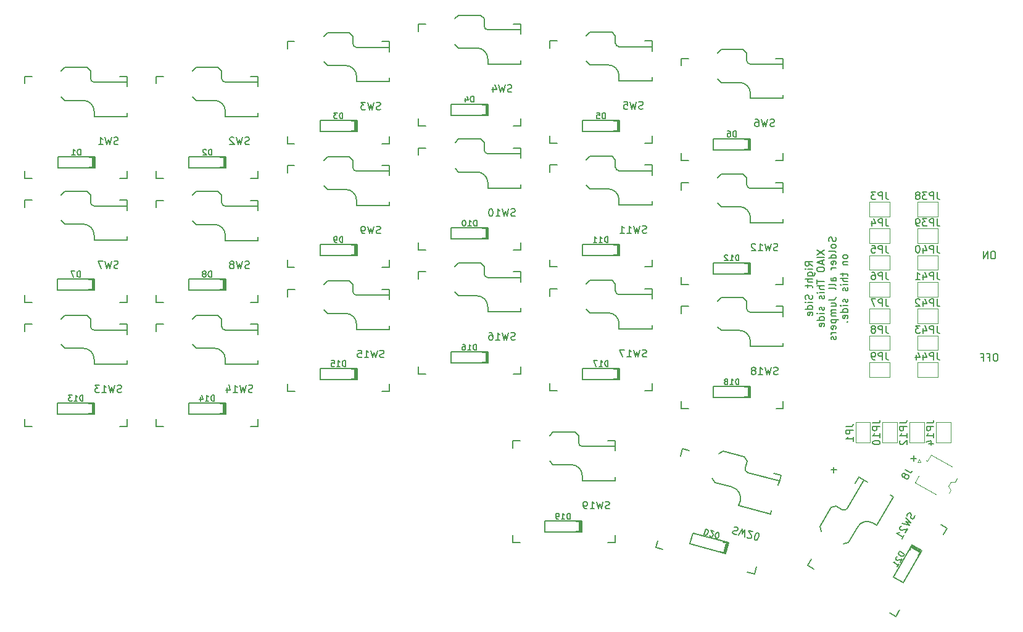
<source format=gbr>
%TF.GenerationSoftware,KiCad,Pcbnew,(6.0.0)*%
%TF.CreationDate,2023-02-19T18:14:09-06:00*%
%TF.ProjectId,corne-chocolate,636f726e-652d-4636-986f-636f6c617465,1.0*%
%TF.SameCoordinates,Original*%
%TF.FileFunction,Legend,Bot*%
%TF.FilePolarity,Positive*%
%FSLAX46Y46*%
G04 Gerber Fmt 4.6, Leading zero omitted, Abs format (unit mm)*
G04 Created by KiCad (PCBNEW (6.0.0)) date 2023-02-19 18:14:09*
%MOMM*%
%LPD*%
G01*
G04 APERTURE LIST*
G04 Aperture macros list*
%AMRoundRect*
0 Rectangle with rounded corners*
0 $1 Rounding radius*
0 $2 $3 $4 $5 $6 $7 $8 $9 X,Y pos of 4 corners*
0 Add a 4 corners polygon primitive as box body*
4,1,4,$2,$3,$4,$5,$6,$7,$8,$9,$2,$3,0*
0 Add four circle primitives for the rounded corners*
1,1,$1+$1,$2,$3*
1,1,$1+$1,$4,$5*
1,1,$1+$1,$6,$7*
1,1,$1+$1,$8,$9*
0 Add four rect primitives between the rounded corners*
20,1,$1+$1,$2,$3,$4,$5,0*
20,1,$1+$1,$4,$5,$6,$7,0*
20,1,$1+$1,$6,$7,$8,$9,0*
20,1,$1+$1,$8,$9,$2,$3,0*%
%AMRotRect*
0 Rectangle, with rotation*
0 The origin of the aperture is its center*
0 $1 length*
0 $2 width*
0 $3 Rotation angle, in degrees counterclockwise*
0 Add horizontal line*
21,1,$1,$2,0,0,$3*%
%AMFreePoly0*
4,1,6,1.000000,0.000000,0.500000,-0.750000,-0.500000,-0.750000,-0.500000,0.750000,0.500000,0.750000,1.000000,0.000000,1.000000,0.000000,$1*%
%AMFreePoly1*
4,1,6,0.500000,-0.750000,-0.650000,-0.750000,-0.150000,0.000000,-0.650000,0.750000,0.500000,0.750000,0.500000,-0.750000,0.500000,-0.750000,$1*%
G04 Aperture macros list end*
%ADD10C,0.150000*%
%ADD11C,0.120000*%
%ADD12R,1.600000X1.600000*%
%ADD13C,1.600000*%
%ADD14RotRect,1.600000X1.600000X345.000000*%
%ADD15RotRect,1.600000X1.600000X60.000000*%
%ADD16C,0.125000*%
%ADD17O,3.748280X1.998980*%
%ADD18C,1.998980*%
%ADD19O,1.998980X2.998470*%
%ADD20C,1.000000*%
%ADD21R,1.600000X1.200000*%
%ADD22RotRect,1.600000X1.200000X345.000000*%
%ADD23RotRect,1.600000X1.200000X60.000000*%
%ADD24C,3.000000*%
%ADD25C,1.701800*%
%ADD26C,3.429000*%
%ADD27R,2.600000X2.600000*%
%ADD28RotRect,2.600000X2.600000X165.000000*%
%ADD29RotRect,2.600000X2.600000X240.000000*%
%ADD30R,1.700000X1.700000*%
%ADD31O,1.700000X1.700000*%
%ADD32O,3.500000X2.200000*%
%ADD33R,2.500000X1.500000*%
%ADD34O,2.500000X1.500000*%
%ADD35FreePoly0,270.000000*%
%ADD36FreePoly1,270.000000*%
%ADD37FreePoly0,180.000000*%
%ADD38FreePoly1,180.000000*%
%ADD39RoundRect,0.150000X-0.163157X0.267404X-0.313157X0.007596X0.163157X-0.267404X0.313157X-0.007596X0*%
%ADD40RoundRect,0.175000X-0.107356X0.264054X-0.282356X-0.039054X0.107356X-0.264054X0.282356X0.039054X0*%
G04 APERTURE END LIST*
D10*
X6488880Y-42238603D02*
X6298404Y-42238603D01*
X6203166Y-42286223D01*
X6107928Y-42381461D01*
X6060309Y-42571937D01*
X6060309Y-42905270D01*
X6107928Y-43095746D01*
X6203166Y-43190984D01*
X6298404Y-43238603D01*
X6488880Y-43238603D01*
X6584119Y-43190984D01*
X6679357Y-43095746D01*
X6726976Y-42905270D01*
X6726976Y-42571937D01*
X6679357Y-42381461D01*
X6584119Y-42286223D01*
X6488880Y-42238603D01*
X5298404Y-42714794D02*
X5631738Y-42714794D01*
X5631738Y-43238603D02*
X5631738Y-42238603D01*
X5155547Y-42238603D01*
X4441261Y-42714794D02*
X4774595Y-42714794D01*
X4774595Y-43238603D02*
X4774595Y-42238603D01*
X4298404Y-42238603D01*
X6155547Y-28202380D02*
X5965071Y-28202380D01*
X5869833Y-28250000D01*
X5774595Y-28345238D01*
X5726976Y-28535714D01*
X5726976Y-28869047D01*
X5774595Y-29059523D01*
X5869833Y-29154761D01*
X5965071Y-29202380D01*
X6155547Y-29202380D01*
X6250785Y-29154761D01*
X6346023Y-29059523D01*
X6393642Y-28869047D01*
X6393642Y-28535714D01*
X6346023Y-28345238D01*
X6250785Y-28250000D01*
X6155547Y-28202380D01*
X5298404Y-29202380D02*
X5298404Y-28202380D01*
X4726976Y-29202380D01*
X4726976Y-28202380D01*
X-15419048Y-58151428D02*
X-16180953Y-58151428D01*
X-15800000Y-58532380D02*
X-15800000Y-57770476D01*
X-4479048Y-56581428D02*
X-5240953Y-56581428D01*
X-4860000Y-56962380D02*
X-4860000Y-56200476D01*
X-18712620Y-30184761D02*
X-19188810Y-29851428D01*
X-18712620Y-29613333D02*
X-19712620Y-29613333D01*
X-19712620Y-29994285D01*
X-19665000Y-30089523D01*
X-19617381Y-30137142D01*
X-19522143Y-30184761D01*
X-19379286Y-30184761D01*
X-19284048Y-30137142D01*
X-19236429Y-30089523D01*
X-19188810Y-29994285D01*
X-19188810Y-29613333D01*
X-18712620Y-30613333D02*
X-19379286Y-30613333D01*
X-19712620Y-30613333D02*
X-19665000Y-30565714D01*
X-19617381Y-30613333D01*
X-19665000Y-30660952D01*
X-19712620Y-30613333D01*
X-19617381Y-30613333D01*
X-19379286Y-31518095D02*
X-18569762Y-31518095D01*
X-18474524Y-31470476D01*
X-18426905Y-31422857D01*
X-18379286Y-31327619D01*
X-18379286Y-31184761D01*
X-18426905Y-31089523D01*
X-18760239Y-31518095D02*
X-18712620Y-31422857D01*
X-18712620Y-31232380D01*
X-18760239Y-31137142D01*
X-18807858Y-31089523D01*
X-18903096Y-31041904D01*
X-19188810Y-31041904D01*
X-19284048Y-31089523D01*
X-19331667Y-31137142D01*
X-19379286Y-31232380D01*
X-19379286Y-31422857D01*
X-19331667Y-31518095D01*
X-18712620Y-31994285D02*
X-19712620Y-31994285D01*
X-18712620Y-32422857D02*
X-19236429Y-32422857D01*
X-19331667Y-32375238D01*
X-19379286Y-32280000D01*
X-19379286Y-32137142D01*
X-19331667Y-32041904D01*
X-19284048Y-31994285D01*
X-19379286Y-32756190D02*
X-19379286Y-33137142D01*
X-19712620Y-32899047D02*
X-18855477Y-32899047D01*
X-18760239Y-32946666D01*
X-18712620Y-33041904D01*
X-18712620Y-33137142D01*
X-18760239Y-34184761D02*
X-18712620Y-34327619D01*
X-18712620Y-34565714D01*
X-18760239Y-34660952D01*
X-18807858Y-34708571D01*
X-18903096Y-34756190D01*
X-18998334Y-34756190D01*
X-19093572Y-34708571D01*
X-19141191Y-34660952D01*
X-19188810Y-34565714D01*
X-19236429Y-34375238D01*
X-19284048Y-34280000D01*
X-19331667Y-34232380D01*
X-19426905Y-34184761D01*
X-19522143Y-34184761D01*
X-19617381Y-34232380D01*
X-19665000Y-34280000D01*
X-19712620Y-34375238D01*
X-19712620Y-34613333D01*
X-19665000Y-34756190D01*
X-18712620Y-35184761D02*
X-19379286Y-35184761D01*
X-19712620Y-35184761D02*
X-19665000Y-35137142D01*
X-19617381Y-35184761D01*
X-19665000Y-35232380D01*
X-19712620Y-35184761D01*
X-19617381Y-35184761D01*
X-18712620Y-36089523D02*
X-19712620Y-36089523D01*
X-18760239Y-36089523D02*
X-18712620Y-35994285D01*
X-18712620Y-35803809D01*
X-18760239Y-35708571D01*
X-18807858Y-35660952D01*
X-18903096Y-35613333D01*
X-19188810Y-35613333D01*
X-19284048Y-35660952D01*
X-19331667Y-35708571D01*
X-19379286Y-35803809D01*
X-19379286Y-35994285D01*
X-19331667Y-36089523D01*
X-18760239Y-36946666D02*
X-18712620Y-36851428D01*
X-18712620Y-36660952D01*
X-18760239Y-36565714D01*
X-18855477Y-36518095D01*
X-19236429Y-36518095D01*
X-19331667Y-36565714D01*
X-19379286Y-36660952D01*
X-19379286Y-36851428D01*
X-19331667Y-36946666D01*
X-19236429Y-36994285D01*
X-19141191Y-36994285D01*
X-19045953Y-36518095D01*
X-18102620Y-27994285D02*
X-17102620Y-28660952D01*
X-18102620Y-28660952D02*
X-17102620Y-27994285D01*
X-17102620Y-29041904D02*
X-18102620Y-29041904D01*
X-17388334Y-29470476D02*
X-17388334Y-29946666D01*
X-17102620Y-29375238D02*
X-18102620Y-29708571D01*
X-17102620Y-30041904D01*
X-18102620Y-30565714D02*
X-18102620Y-30756190D01*
X-18055000Y-30851428D01*
X-17959762Y-30946666D01*
X-17769286Y-30994285D01*
X-17435953Y-30994285D01*
X-17245477Y-30946666D01*
X-17150239Y-30851428D01*
X-17102620Y-30756190D01*
X-17102620Y-30565714D01*
X-17150239Y-30470476D01*
X-17245477Y-30375238D01*
X-17435953Y-30327619D01*
X-17769286Y-30327619D01*
X-17959762Y-30375238D01*
X-18055000Y-30470476D01*
X-18102620Y-30565714D01*
X-18102620Y-32041904D02*
X-18102620Y-32613333D01*
X-17102620Y-32327619D02*
X-18102620Y-32327619D01*
X-17102620Y-32946666D02*
X-18102620Y-32946666D01*
X-17102620Y-33375238D02*
X-17626429Y-33375238D01*
X-17721667Y-33327619D01*
X-17769286Y-33232380D01*
X-17769286Y-33089523D01*
X-17721667Y-32994285D01*
X-17674048Y-32946666D01*
X-17102620Y-33851428D02*
X-17769286Y-33851428D01*
X-18102620Y-33851428D02*
X-18055000Y-33803809D01*
X-18007381Y-33851428D01*
X-18055000Y-33899047D01*
X-18102620Y-33851428D01*
X-18007381Y-33851428D01*
X-17150239Y-34280000D02*
X-17102620Y-34375238D01*
X-17102620Y-34565714D01*
X-17150239Y-34660952D01*
X-17245477Y-34708571D01*
X-17293096Y-34708571D01*
X-17388334Y-34660952D01*
X-17435953Y-34565714D01*
X-17435953Y-34422857D01*
X-17483572Y-34327619D01*
X-17578810Y-34280000D01*
X-17626429Y-34280000D01*
X-17721667Y-34327619D01*
X-17769286Y-34422857D01*
X-17769286Y-34565714D01*
X-17721667Y-34660952D01*
X-17150239Y-35851428D02*
X-17102620Y-35946666D01*
X-17102620Y-36137142D01*
X-17150239Y-36232380D01*
X-17245477Y-36280000D01*
X-17293096Y-36280000D01*
X-17388334Y-36232380D01*
X-17435953Y-36137142D01*
X-17435953Y-35994285D01*
X-17483572Y-35899047D01*
X-17578810Y-35851428D01*
X-17626429Y-35851428D01*
X-17721667Y-35899047D01*
X-17769286Y-35994285D01*
X-17769286Y-36137142D01*
X-17721667Y-36232380D01*
X-17102620Y-36708571D02*
X-17769286Y-36708571D01*
X-18102620Y-36708571D02*
X-18055000Y-36660952D01*
X-18007381Y-36708571D01*
X-18055000Y-36756190D01*
X-18102620Y-36708571D01*
X-18007381Y-36708571D01*
X-17102620Y-37613333D02*
X-18102620Y-37613333D01*
X-17150239Y-37613333D02*
X-17102620Y-37518095D01*
X-17102620Y-37327619D01*
X-17150239Y-37232380D01*
X-17197858Y-37184761D01*
X-17293096Y-37137142D01*
X-17578810Y-37137142D01*
X-17674048Y-37184761D01*
X-17721667Y-37232380D01*
X-17769286Y-37327619D01*
X-17769286Y-37518095D01*
X-17721667Y-37613333D01*
X-17150239Y-38470476D02*
X-17102620Y-38375238D01*
X-17102620Y-38184761D01*
X-17150239Y-38089523D01*
X-17245477Y-38041904D01*
X-17626429Y-38041904D01*
X-17721667Y-38089523D01*
X-17769286Y-38184761D01*
X-17769286Y-38375238D01*
X-17721667Y-38470476D01*
X-17626429Y-38518095D01*
X-17531191Y-38518095D01*
X-17435953Y-38041904D01*
X-15540239Y-26256190D02*
X-15492620Y-26399047D01*
X-15492620Y-26637142D01*
X-15540239Y-26732380D01*
X-15587858Y-26780000D01*
X-15683096Y-26827619D01*
X-15778334Y-26827619D01*
X-15873572Y-26780000D01*
X-15921191Y-26732380D01*
X-15968810Y-26637142D01*
X-16016429Y-26446666D01*
X-16064048Y-26351428D01*
X-16111667Y-26303809D01*
X-16206905Y-26256190D01*
X-16302143Y-26256190D01*
X-16397381Y-26303809D01*
X-16445000Y-26351428D01*
X-16492620Y-26446666D01*
X-16492620Y-26684761D01*
X-16445000Y-26827619D01*
X-15492620Y-27399047D02*
X-15540239Y-27303809D01*
X-15587858Y-27256190D01*
X-15683096Y-27208571D01*
X-15968810Y-27208571D01*
X-16064048Y-27256190D01*
X-16111667Y-27303809D01*
X-16159286Y-27399047D01*
X-16159286Y-27541904D01*
X-16111667Y-27637142D01*
X-16064048Y-27684761D01*
X-15968810Y-27732380D01*
X-15683096Y-27732380D01*
X-15587858Y-27684761D01*
X-15540239Y-27637142D01*
X-15492620Y-27541904D01*
X-15492620Y-27399047D01*
X-15492620Y-28303809D02*
X-15540239Y-28208571D01*
X-15635477Y-28160952D01*
X-16492620Y-28160952D01*
X-15492620Y-29113333D02*
X-16492620Y-29113333D01*
X-15540239Y-29113333D02*
X-15492620Y-29018095D01*
X-15492620Y-28827619D01*
X-15540239Y-28732380D01*
X-15587858Y-28684761D01*
X-15683096Y-28637142D01*
X-15968810Y-28637142D01*
X-16064048Y-28684761D01*
X-16111667Y-28732380D01*
X-16159286Y-28827619D01*
X-16159286Y-29018095D01*
X-16111667Y-29113333D01*
X-15540239Y-29970476D02*
X-15492620Y-29875238D01*
X-15492620Y-29684761D01*
X-15540239Y-29589523D01*
X-15635477Y-29541904D01*
X-16016429Y-29541904D01*
X-16111667Y-29589523D01*
X-16159286Y-29684761D01*
X-16159286Y-29875238D01*
X-16111667Y-29970476D01*
X-16016429Y-30018095D01*
X-15921191Y-30018095D01*
X-15825953Y-29541904D01*
X-15492620Y-30446666D02*
X-16159286Y-30446666D01*
X-15968810Y-30446666D02*
X-16064048Y-30494285D01*
X-16111667Y-30541904D01*
X-16159286Y-30637142D01*
X-16159286Y-30732380D01*
X-15492620Y-32256190D02*
X-16016429Y-32256190D01*
X-16111667Y-32208571D01*
X-16159286Y-32113333D01*
X-16159286Y-31922857D01*
X-16111667Y-31827619D01*
X-15540239Y-32256190D02*
X-15492620Y-32160952D01*
X-15492620Y-31922857D01*
X-15540239Y-31827619D01*
X-15635477Y-31779999D01*
X-15730715Y-31779999D01*
X-15825953Y-31827619D01*
X-15873572Y-31922857D01*
X-15873572Y-32160952D01*
X-15921191Y-32256190D01*
X-15492620Y-32875238D02*
X-15540239Y-32779999D01*
X-15635477Y-32732380D01*
X-16492620Y-32732380D01*
X-15492620Y-33399047D02*
X-15540239Y-33303809D01*
X-15635477Y-33256190D01*
X-16492620Y-33256190D01*
X-16492620Y-34827619D02*
X-15778334Y-34827619D01*
X-15635477Y-34779999D01*
X-15540239Y-34684761D01*
X-15492620Y-34541904D01*
X-15492620Y-34446666D01*
X-16159286Y-35732380D02*
X-15492620Y-35732380D01*
X-16159286Y-35303809D02*
X-15635477Y-35303809D01*
X-15540239Y-35351428D01*
X-15492620Y-35446666D01*
X-15492620Y-35589523D01*
X-15540239Y-35684761D01*
X-15587858Y-35732380D01*
X-15492620Y-36208571D02*
X-16159286Y-36208571D01*
X-16064048Y-36208571D02*
X-16111667Y-36256190D01*
X-16159286Y-36351428D01*
X-16159286Y-36494285D01*
X-16111667Y-36589523D01*
X-16016429Y-36637142D01*
X-15492620Y-36637142D01*
X-16016429Y-36637142D02*
X-16111667Y-36684761D01*
X-16159286Y-36779999D01*
X-16159286Y-36922857D01*
X-16111667Y-37018095D01*
X-16016429Y-37065714D01*
X-15492620Y-37065714D01*
X-16159286Y-37541904D02*
X-15159286Y-37541904D01*
X-16111667Y-37541904D02*
X-16159286Y-37637142D01*
X-16159286Y-37827619D01*
X-16111667Y-37922857D01*
X-16064048Y-37970476D01*
X-15968810Y-38018095D01*
X-15683096Y-38018095D01*
X-15587858Y-37970476D01*
X-15540239Y-37922857D01*
X-15492620Y-37827619D01*
X-15492620Y-37637142D01*
X-15540239Y-37541904D01*
X-15540239Y-38827619D02*
X-15492620Y-38732380D01*
X-15492620Y-38541904D01*
X-15540239Y-38446666D01*
X-15635477Y-38399047D01*
X-16016429Y-38399047D01*
X-16111667Y-38446666D01*
X-16159286Y-38541904D01*
X-16159286Y-38732380D01*
X-16111667Y-38827619D01*
X-16016429Y-38875238D01*
X-15921191Y-38875238D01*
X-15825953Y-38399047D01*
X-15492620Y-39303809D02*
X-16159286Y-39303809D01*
X-15968810Y-39303809D02*
X-16064048Y-39351428D01*
X-16111667Y-39399047D01*
X-16159286Y-39494285D01*
X-16159286Y-39589523D01*
X-15540239Y-39875238D02*
X-15492620Y-39970476D01*
X-15492620Y-40160952D01*
X-15540239Y-40256190D01*
X-15635477Y-40303809D01*
X-15683096Y-40303809D01*
X-15778334Y-40256190D01*
X-15825953Y-40160952D01*
X-15825953Y-40018095D01*
X-15873572Y-39922857D01*
X-15968810Y-39875238D01*
X-16016429Y-39875238D01*
X-16111667Y-39922857D01*
X-16159286Y-40018095D01*
X-16159286Y-40160952D01*
X-16111667Y-40256190D01*
X-13882620Y-28851428D02*
X-13930239Y-28756190D01*
X-13977858Y-28708571D01*
X-14073096Y-28660952D01*
X-14358810Y-28660952D01*
X-14454048Y-28708571D01*
X-14501667Y-28756190D01*
X-14549286Y-28851428D01*
X-14549286Y-28994285D01*
X-14501667Y-29089523D01*
X-14454048Y-29137142D01*
X-14358810Y-29184761D01*
X-14073096Y-29184761D01*
X-13977858Y-29137142D01*
X-13930239Y-29089523D01*
X-13882620Y-28994285D01*
X-13882620Y-28851428D01*
X-14549286Y-29613333D02*
X-13882620Y-29613333D01*
X-14454048Y-29613333D02*
X-14501667Y-29660952D01*
X-14549286Y-29756190D01*
X-14549286Y-29899047D01*
X-14501667Y-29994285D01*
X-14406429Y-30041904D01*
X-13882620Y-30041904D01*
X-14549286Y-31137142D02*
X-14549286Y-31518095D01*
X-14882620Y-31280000D02*
X-14025477Y-31280000D01*
X-13930239Y-31327619D01*
X-13882620Y-31422857D01*
X-13882620Y-31518095D01*
X-13882620Y-31851428D02*
X-14882620Y-31851428D01*
X-13882620Y-32280000D02*
X-14406429Y-32280000D01*
X-14501667Y-32232380D01*
X-14549286Y-32137142D01*
X-14549286Y-31994285D01*
X-14501667Y-31899047D01*
X-14454048Y-31851428D01*
X-13882620Y-32756190D02*
X-14549286Y-32756190D01*
X-14882620Y-32756190D02*
X-14835000Y-32708571D01*
X-14787381Y-32756190D01*
X-14835000Y-32803809D01*
X-14882620Y-32756190D01*
X-14787381Y-32756190D01*
X-13930239Y-33184761D02*
X-13882620Y-33280000D01*
X-13882620Y-33470476D01*
X-13930239Y-33565714D01*
X-14025477Y-33613333D01*
X-14073096Y-33613333D01*
X-14168334Y-33565714D01*
X-14215953Y-33470476D01*
X-14215953Y-33327619D01*
X-14263572Y-33232380D01*
X-14358810Y-33184761D01*
X-14406429Y-33184761D01*
X-14501667Y-33232380D01*
X-14549286Y-33327619D01*
X-14549286Y-33470476D01*
X-14501667Y-33565714D01*
X-13930239Y-34756190D02*
X-13882620Y-34851428D01*
X-13882620Y-35041904D01*
X-13930239Y-35137142D01*
X-14025477Y-35184761D01*
X-14073096Y-35184761D01*
X-14168334Y-35137142D01*
X-14215953Y-35041904D01*
X-14215953Y-34899047D01*
X-14263572Y-34803809D01*
X-14358810Y-34756190D01*
X-14406429Y-34756190D01*
X-14501667Y-34803809D01*
X-14549286Y-34899047D01*
X-14549286Y-35041904D01*
X-14501667Y-35137142D01*
X-13882620Y-35613333D02*
X-14549286Y-35613333D01*
X-14882620Y-35613333D02*
X-14835000Y-35565714D01*
X-14787381Y-35613333D01*
X-14835000Y-35660952D01*
X-14882620Y-35613333D01*
X-14787381Y-35613333D01*
X-13882620Y-36518095D02*
X-14882620Y-36518095D01*
X-13930239Y-36518095D02*
X-13882620Y-36422857D01*
X-13882620Y-36232380D01*
X-13930239Y-36137142D01*
X-13977858Y-36089523D01*
X-14073096Y-36041904D01*
X-14358810Y-36041904D01*
X-14454048Y-36089523D01*
X-14501667Y-36137142D01*
X-14549286Y-36232380D01*
X-14549286Y-36422857D01*
X-14501667Y-36518095D01*
X-13930239Y-37375238D02*
X-13882620Y-37280000D01*
X-13882620Y-37089523D01*
X-13930239Y-36994285D01*
X-14025477Y-36946666D01*
X-14406429Y-36946666D01*
X-14501667Y-36994285D01*
X-14549286Y-37089523D01*
X-14549286Y-37280000D01*
X-14501667Y-37375238D01*
X-14406429Y-37422857D01*
X-14311191Y-37422857D01*
X-14215953Y-36946666D01*
X-13977858Y-37851428D02*
X-13930239Y-37899047D01*
X-13882620Y-37851428D01*
X-13930239Y-37803809D01*
X-13977858Y-37851428D01*
X-13882620Y-37851428D01*
%TO.C,D1*%
X-119159924Y-14961904D02*
X-119159924Y-14161904D01*
X-119350400Y-14161904D01*
X-119464686Y-14200000D01*
X-119540877Y-14276190D01*
X-119578972Y-14352380D01*
X-119617067Y-14504761D01*
X-119617067Y-14619047D01*
X-119578972Y-14771428D01*
X-119540877Y-14847619D01*
X-119464686Y-14923809D01*
X-119350400Y-14961904D01*
X-119159924Y-14961904D01*
X-120378972Y-14961904D02*
X-119921829Y-14961904D01*
X-120150400Y-14961904D02*
X-120150400Y-14161904D01*
X-120074210Y-14276190D01*
X-119998020Y-14352380D01*
X-119921829Y-14390476D01*
%TO.C,D2*%
X-101159924Y-14961904D02*
X-101159924Y-14161904D01*
X-101350400Y-14161904D01*
X-101464686Y-14200000D01*
X-101540877Y-14276190D01*
X-101578972Y-14352380D01*
X-101617067Y-14504761D01*
X-101617067Y-14619047D01*
X-101578972Y-14771428D01*
X-101540877Y-14847619D01*
X-101464686Y-14923809D01*
X-101350400Y-14961904D01*
X-101159924Y-14961904D01*
X-101921829Y-14238095D02*
X-101959924Y-14200000D01*
X-102036115Y-14161904D01*
X-102226591Y-14161904D01*
X-102302781Y-14200000D01*
X-102340877Y-14238095D01*
X-102378972Y-14314285D01*
X-102378972Y-14390476D01*
X-102340877Y-14504761D01*
X-101883734Y-14961904D01*
X-102378972Y-14961904D01*
%TO.C,D3*%
X-83184924Y-9961904D02*
X-83184924Y-9161904D01*
X-83375400Y-9161904D01*
X-83489686Y-9200000D01*
X-83565877Y-9276190D01*
X-83603972Y-9352380D01*
X-83642067Y-9504761D01*
X-83642067Y-9619047D01*
X-83603972Y-9771428D01*
X-83565877Y-9847619D01*
X-83489686Y-9923809D01*
X-83375400Y-9961904D01*
X-83184924Y-9961904D01*
X-83908734Y-9161904D02*
X-84403972Y-9161904D01*
X-84137305Y-9466666D01*
X-84251591Y-9466666D01*
X-84327781Y-9504761D01*
X-84365877Y-9542857D01*
X-84403972Y-9619047D01*
X-84403972Y-9809523D01*
X-84365877Y-9885714D01*
X-84327781Y-9923809D01*
X-84251591Y-9961904D01*
X-84023020Y-9961904D01*
X-83946829Y-9923809D01*
X-83908734Y-9885714D01*
%TO.C,D4*%
X-65209924Y-7711904D02*
X-65209924Y-6911904D01*
X-65400400Y-6911904D01*
X-65514686Y-6950000D01*
X-65590877Y-7026190D01*
X-65628972Y-7102380D01*
X-65667067Y-7254761D01*
X-65667067Y-7369047D01*
X-65628972Y-7521428D01*
X-65590877Y-7597619D01*
X-65514686Y-7673809D01*
X-65400400Y-7711904D01*
X-65209924Y-7711904D01*
X-66352781Y-7178571D02*
X-66352781Y-7711904D01*
X-66162305Y-6873809D02*
X-65971829Y-7445238D01*
X-66467067Y-7445238D01*
%TO.C,D5*%
X-47159924Y-9961904D02*
X-47159924Y-9161904D01*
X-47350400Y-9161904D01*
X-47464686Y-9200000D01*
X-47540877Y-9276190D01*
X-47578972Y-9352380D01*
X-47617067Y-9504761D01*
X-47617067Y-9619047D01*
X-47578972Y-9771428D01*
X-47540877Y-9847619D01*
X-47464686Y-9923809D01*
X-47350400Y-9961904D01*
X-47159924Y-9961904D01*
X-48340877Y-9161904D02*
X-47959924Y-9161904D01*
X-47921829Y-9542857D01*
X-47959924Y-9504761D01*
X-48036115Y-9466666D01*
X-48226591Y-9466666D01*
X-48302781Y-9504761D01*
X-48340877Y-9542857D01*
X-48378972Y-9619047D01*
X-48378972Y-9809523D01*
X-48340877Y-9885714D01*
X-48302781Y-9923809D01*
X-48226591Y-9961904D01*
X-48036115Y-9961904D01*
X-47959924Y-9923809D01*
X-47921829Y-9885714D01*
%TO.C,D6*%
X-29209924Y-12461904D02*
X-29209924Y-11661904D01*
X-29400400Y-11661904D01*
X-29514686Y-11700000D01*
X-29590877Y-11776190D01*
X-29628972Y-11852380D01*
X-29667067Y-12004761D01*
X-29667067Y-12119047D01*
X-29628972Y-12271428D01*
X-29590877Y-12347619D01*
X-29514686Y-12423809D01*
X-29400400Y-12461904D01*
X-29209924Y-12461904D01*
X-30352781Y-11661904D02*
X-30200400Y-11661904D01*
X-30124210Y-11700000D01*
X-30086115Y-11738095D01*
X-30009924Y-11852380D01*
X-29971829Y-12004761D01*
X-29971829Y-12309523D01*
X-30009924Y-12385714D01*
X-30048020Y-12423809D01*
X-30124210Y-12461904D01*
X-30276591Y-12461904D01*
X-30352781Y-12423809D01*
X-30390877Y-12385714D01*
X-30428972Y-12309523D01*
X-30428972Y-12119047D01*
X-30390877Y-12042857D01*
X-30352781Y-12004761D01*
X-30276591Y-11966666D01*
X-30124210Y-11966666D01*
X-30048020Y-12004761D01*
X-30009924Y-12042857D01*
X-29971829Y-12119047D01*
%TO.C,D8*%
X-101209924Y-31711904D02*
X-101209924Y-30911904D01*
X-101400400Y-30911904D01*
X-101514686Y-30950000D01*
X-101590877Y-31026190D01*
X-101628972Y-31102380D01*
X-101667067Y-31254761D01*
X-101667067Y-31369047D01*
X-101628972Y-31521428D01*
X-101590877Y-31597619D01*
X-101514686Y-31673809D01*
X-101400400Y-31711904D01*
X-101209924Y-31711904D01*
X-102124210Y-31254761D02*
X-102048020Y-31216666D01*
X-102009924Y-31178571D01*
X-101971829Y-31102380D01*
X-101971829Y-31064285D01*
X-102009924Y-30988095D01*
X-102048020Y-30950000D01*
X-102124210Y-30911904D01*
X-102276591Y-30911904D01*
X-102352781Y-30950000D01*
X-102390877Y-30988095D01*
X-102428972Y-31064285D01*
X-102428972Y-31102380D01*
X-102390877Y-31178571D01*
X-102352781Y-31216666D01*
X-102276591Y-31254761D01*
X-102124210Y-31254761D01*
X-102048020Y-31292857D01*
X-102009924Y-31330952D01*
X-101971829Y-31407142D01*
X-101971829Y-31559523D01*
X-102009924Y-31635714D01*
X-102048020Y-31673809D01*
X-102124210Y-31711904D01*
X-102276591Y-31711904D01*
X-102352781Y-31673809D01*
X-102390877Y-31635714D01*
X-102428972Y-31559523D01*
X-102428972Y-31407142D01*
X-102390877Y-31330952D01*
X-102352781Y-31292857D01*
X-102276591Y-31254761D01*
%TO.C,D9*%
X-83184924Y-26961904D02*
X-83184924Y-26161904D01*
X-83375400Y-26161904D01*
X-83489686Y-26200000D01*
X-83565877Y-26276190D01*
X-83603972Y-26352380D01*
X-83642067Y-26504761D01*
X-83642067Y-26619047D01*
X-83603972Y-26771428D01*
X-83565877Y-26847619D01*
X-83489686Y-26923809D01*
X-83375400Y-26961904D01*
X-83184924Y-26961904D01*
X-84023020Y-26961904D02*
X-84175400Y-26961904D01*
X-84251591Y-26923809D01*
X-84289686Y-26885714D01*
X-84365877Y-26771428D01*
X-84403972Y-26619047D01*
X-84403972Y-26314285D01*
X-84365877Y-26238095D01*
X-84327781Y-26200000D01*
X-84251591Y-26161904D01*
X-84099210Y-26161904D01*
X-84023020Y-26200000D01*
X-83984924Y-26238095D01*
X-83946829Y-26314285D01*
X-83946829Y-26504761D01*
X-83984924Y-26580952D01*
X-84023020Y-26619047D01*
X-84099210Y-26657142D01*
X-84251591Y-26657142D01*
X-84327781Y-26619047D01*
X-84365877Y-26580952D01*
X-84403972Y-26504761D01*
%TO.C,D10*%
X-64803972Y-24711904D02*
X-64803972Y-23911904D01*
X-64994448Y-23911904D01*
X-65108734Y-23950000D01*
X-65184924Y-24026190D01*
X-65223020Y-24102380D01*
X-65261115Y-24254761D01*
X-65261115Y-24369047D01*
X-65223020Y-24521428D01*
X-65184924Y-24597619D01*
X-65108734Y-24673809D01*
X-64994448Y-24711904D01*
X-64803972Y-24711904D01*
X-66023020Y-24711904D02*
X-65565877Y-24711904D01*
X-65794448Y-24711904D02*
X-65794448Y-23911904D01*
X-65718258Y-24026190D01*
X-65642067Y-24102380D01*
X-65565877Y-24140476D01*
X-66518258Y-23911904D02*
X-66594448Y-23911904D01*
X-66670639Y-23950000D01*
X-66708734Y-23988095D01*
X-66746829Y-24064285D01*
X-66784924Y-24216666D01*
X-66784924Y-24407142D01*
X-66746829Y-24559523D01*
X-66708734Y-24635714D01*
X-66670639Y-24673809D01*
X-66594448Y-24711904D01*
X-66518258Y-24711904D01*
X-66442067Y-24673809D01*
X-66403972Y-24635714D01*
X-66365877Y-24559523D01*
X-66327781Y-24407142D01*
X-66327781Y-24216666D01*
X-66365877Y-24064285D01*
X-66403972Y-23988095D01*
X-66442067Y-23950000D01*
X-66518258Y-23911904D01*
%TO.C,D11*%
X-46803972Y-26961904D02*
X-46803972Y-26161904D01*
X-46994448Y-26161904D01*
X-47108734Y-26200000D01*
X-47184924Y-26276190D01*
X-47223020Y-26352380D01*
X-47261115Y-26504761D01*
X-47261115Y-26619047D01*
X-47223020Y-26771428D01*
X-47184924Y-26847619D01*
X-47108734Y-26923809D01*
X-46994448Y-26961904D01*
X-46803972Y-26961904D01*
X-48023020Y-26961904D02*
X-47565877Y-26961904D01*
X-47794448Y-26961904D02*
X-47794448Y-26161904D01*
X-47718258Y-26276190D01*
X-47642067Y-26352380D01*
X-47565877Y-26390476D01*
X-48784924Y-26961904D02*
X-48327781Y-26961904D01*
X-48556353Y-26961904D02*
X-48556353Y-26161904D01*
X-48480162Y-26276190D01*
X-48403972Y-26352380D01*
X-48327781Y-26390476D01*
%TO.C,D12*%
X-28828972Y-29461904D02*
X-28828972Y-28661904D01*
X-29019448Y-28661904D01*
X-29133734Y-28700000D01*
X-29209924Y-28776190D01*
X-29248020Y-28852380D01*
X-29286115Y-29004761D01*
X-29286115Y-29119047D01*
X-29248020Y-29271428D01*
X-29209924Y-29347619D01*
X-29133734Y-29423809D01*
X-29019448Y-29461904D01*
X-28828972Y-29461904D01*
X-30048020Y-29461904D02*
X-29590877Y-29461904D01*
X-29819448Y-29461904D02*
X-29819448Y-28661904D01*
X-29743258Y-28776190D01*
X-29667067Y-28852380D01*
X-29590877Y-28890476D01*
X-30352781Y-28738095D02*
X-30390877Y-28700000D01*
X-30467067Y-28661904D01*
X-30657543Y-28661904D01*
X-30733734Y-28700000D01*
X-30771829Y-28738095D01*
X-30809924Y-28814285D01*
X-30809924Y-28890476D01*
X-30771829Y-29004761D01*
X-30314686Y-29461904D01*
X-30809924Y-29461904D01*
%TO.C,D14*%
X-100828972Y-48711904D02*
X-100828972Y-47911904D01*
X-101019448Y-47911904D01*
X-101133734Y-47950000D01*
X-101209924Y-48026190D01*
X-101248020Y-48102380D01*
X-101286115Y-48254761D01*
X-101286115Y-48369047D01*
X-101248020Y-48521428D01*
X-101209924Y-48597619D01*
X-101133734Y-48673809D01*
X-101019448Y-48711904D01*
X-100828972Y-48711904D01*
X-102048020Y-48711904D02*
X-101590877Y-48711904D01*
X-101819448Y-48711904D02*
X-101819448Y-47911904D01*
X-101743258Y-48026190D01*
X-101667067Y-48102380D01*
X-101590877Y-48140476D01*
X-102733734Y-48178571D02*
X-102733734Y-48711904D01*
X-102543258Y-47873809D02*
X-102352781Y-48445238D01*
X-102848020Y-48445238D01*
%TO.C,D15*%
X-82803972Y-43961904D02*
X-82803972Y-43161904D01*
X-82994448Y-43161904D01*
X-83108734Y-43200000D01*
X-83184924Y-43276190D01*
X-83223020Y-43352380D01*
X-83261115Y-43504761D01*
X-83261115Y-43619047D01*
X-83223020Y-43771428D01*
X-83184924Y-43847619D01*
X-83108734Y-43923809D01*
X-82994448Y-43961904D01*
X-82803972Y-43961904D01*
X-84023020Y-43961904D02*
X-83565877Y-43961904D01*
X-83794448Y-43961904D02*
X-83794448Y-43161904D01*
X-83718258Y-43276190D01*
X-83642067Y-43352380D01*
X-83565877Y-43390476D01*
X-84746829Y-43161904D02*
X-84365877Y-43161904D01*
X-84327781Y-43542857D01*
X-84365877Y-43504761D01*
X-84442067Y-43466666D01*
X-84632543Y-43466666D01*
X-84708734Y-43504761D01*
X-84746829Y-43542857D01*
X-84784924Y-43619047D01*
X-84784924Y-43809523D01*
X-84746829Y-43885714D01*
X-84708734Y-43923809D01*
X-84632543Y-43961904D01*
X-84442067Y-43961904D01*
X-84365877Y-43923809D01*
X-84327781Y-43885714D01*
%TO.C,D16*%
X-64828972Y-41711904D02*
X-64828972Y-40911904D01*
X-65019448Y-40911904D01*
X-65133734Y-40950000D01*
X-65209924Y-41026190D01*
X-65248020Y-41102380D01*
X-65286115Y-41254761D01*
X-65286115Y-41369047D01*
X-65248020Y-41521428D01*
X-65209924Y-41597619D01*
X-65133734Y-41673809D01*
X-65019448Y-41711904D01*
X-64828972Y-41711904D01*
X-66048020Y-41711904D02*
X-65590877Y-41711904D01*
X-65819448Y-41711904D02*
X-65819448Y-40911904D01*
X-65743258Y-41026190D01*
X-65667067Y-41102380D01*
X-65590877Y-41140476D01*
X-66733734Y-40911904D02*
X-66581353Y-40911904D01*
X-66505162Y-40950000D01*
X-66467067Y-40988095D01*
X-66390877Y-41102380D01*
X-66352781Y-41254761D01*
X-66352781Y-41559523D01*
X-66390877Y-41635714D01*
X-66428972Y-41673809D01*
X-66505162Y-41711904D01*
X-66657543Y-41711904D01*
X-66733734Y-41673809D01*
X-66771829Y-41635714D01*
X-66809924Y-41559523D01*
X-66809924Y-41369047D01*
X-66771829Y-41292857D01*
X-66733734Y-41254761D01*
X-66657543Y-41216666D01*
X-66505162Y-41216666D01*
X-66428972Y-41254761D01*
X-66390877Y-41292857D01*
X-66352781Y-41369047D01*
%TO.C,D17*%
X-46778972Y-43961904D02*
X-46778972Y-43161904D01*
X-46969448Y-43161904D01*
X-47083734Y-43200000D01*
X-47159924Y-43276190D01*
X-47198020Y-43352380D01*
X-47236115Y-43504761D01*
X-47236115Y-43619047D01*
X-47198020Y-43771428D01*
X-47159924Y-43847619D01*
X-47083734Y-43923809D01*
X-46969448Y-43961904D01*
X-46778972Y-43961904D01*
X-47998020Y-43961904D02*
X-47540877Y-43961904D01*
X-47769448Y-43961904D02*
X-47769448Y-43161904D01*
X-47693258Y-43276190D01*
X-47617067Y-43352380D01*
X-47540877Y-43390476D01*
X-48264686Y-43161904D02*
X-48798020Y-43161904D01*
X-48455162Y-43961904D01*
%TO.C,D18*%
X-28828972Y-46461904D02*
X-28828972Y-45661904D01*
X-29019448Y-45661904D01*
X-29133734Y-45700000D01*
X-29209924Y-45776190D01*
X-29248020Y-45852380D01*
X-29286115Y-46004761D01*
X-29286115Y-46119047D01*
X-29248020Y-46271428D01*
X-29209924Y-46347619D01*
X-29133734Y-46423809D01*
X-29019448Y-46461904D01*
X-28828972Y-46461904D01*
X-30048020Y-46461904D02*
X-29590877Y-46461904D01*
X-29819448Y-46461904D02*
X-29819448Y-45661904D01*
X-29743258Y-45776190D01*
X-29667067Y-45852380D01*
X-29590877Y-45890476D01*
X-30505162Y-46004761D02*
X-30428972Y-45966666D01*
X-30390877Y-45928571D01*
X-30352781Y-45852380D01*
X-30352781Y-45814285D01*
X-30390877Y-45738095D01*
X-30428972Y-45700000D01*
X-30505162Y-45661904D01*
X-30657543Y-45661904D01*
X-30733734Y-45700000D01*
X-30771829Y-45738095D01*
X-30809924Y-45814285D01*
X-30809924Y-45852380D01*
X-30771829Y-45928571D01*
X-30733734Y-45966666D01*
X-30657543Y-46004761D01*
X-30505162Y-46004761D01*
X-30428972Y-46042857D01*
X-30390877Y-46080952D01*
X-30352781Y-46157142D01*
X-30352781Y-46309523D01*
X-30390877Y-46385714D01*
X-30428972Y-46423809D01*
X-30505162Y-46461904D01*
X-30657543Y-46461904D01*
X-30733734Y-46423809D01*
X-30771829Y-46385714D01*
X-30809924Y-46309523D01*
X-30809924Y-46157142D01*
X-30771829Y-46080952D01*
X-30733734Y-46042857D01*
X-30657543Y-46004761D01*
%TO.C,D19*%
X-51978972Y-64910904D02*
X-51978972Y-64110904D01*
X-52169448Y-64110904D01*
X-52283734Y-64149000D01*
X-52359924Y-64225190D01*
X-52398020Y-64301380D01*
X-52436115Y-64453761D01*
X-52436115Y-64568047D01*
X-52398020Y-64720428D01*
X-52359924Y-64796619D01*
X-52283734Y-64872809D01*
X-52169448Y-64910904D01*
X-51978972Y-64910904D01*
X-53198020Y-64910904D02*
X-52740877Y-64910904D01*
X-52969448Y-64910904D02*
X-52969448Y-64110904D01*
X-52893258Y-64225190D01*
X-52817067Y-64301380D01*
X-52740877Y-64339476D01*
X-53578972Y-64910904D02*
X-53731353Y-64910904D01*
X-53807543Y-64872809D01*
X-53845639Y-64834714D01*
X-53921829Y-64720428D01*
X-53959924Y-64568047D01*
X-53959924Y-64263285D01*
X-53921829Y-64187095D01*
X-53883734Y-64149000D01*
X-53807543Y-64110904D01*
X-53655162Y-64110904D01*
X-53578972Y-64149000D01*
X-53540877Y-64187095D01*
X-53502781Y-64263285D01*
X-53502781Y-64453761D01*
X-53540877Y-64529952D01*
X-53578972Y-64568047D01*
X-53655162Y-64606142D01*
X-53807543Y-64606142D01*
X-53883734Y-64568047D01*
X-53921829Y-64529952D01*
X-53959924Y-64453761D01*
%TO.C,D20*%
X-33396849Y-66280132D02*
X-33603904Y-67052873D01*
X-33419918Y-67102172D01*
X-33299667Y-67094954D01*
X-33206353Y-67041079D01*
X-33149836Y-66977344D01*
X-33073600Y-66840015D01*
X-33044020Y-66729624D01*
X-33041379Y-66572576D01*
X-33058456Y-66489121D01*
X-33112331Y-66395807D01*
X-33212863Y-66329431D01*
X-33396849Y-66280132D01*
X-32848241Y-67176474D02*
X-32821303Y-67223131D01*
X-32757569Y-67279648D01*
X-32573583Y-67328946D01*
X-32490129Y-67311869D01*
X-32443472Y-67284931D01*
X-32386955Y-67221197D01*
X-32367236Y-67147602D01*
X-32374453Y-67027351D01*
X-32697702Y-66467468D01*
X-32219339Y-66595645D01*
X-31948031Y-67496563D02*
X-31874437Y-67516282D01*
X-31790983Y-67499204D01*
X-31744326Y-67472267D01*
X-31687809Y-67408533D01*
X-31611573Y-67271204D01*
X-31562274Y-67087218D01*
X-31559632Y-66930169D01*
X-31576709Y-66846715D01*
X-31603647Y-66800058D01*
X-31667381Y-66743541D01*
X-31740976Y-66723822D01*
X-31824430Y-66740900D01*
X-31871087Y-66767837D01*
X-31927604Y-66831572D01*
X-32003840Y-66968900D01*
X-32053139Y-67152886D01*
X-32055781Y-67309935D01*
X-32038703Y-67393389D01*
X-32011766Y-67440046D01*
X-31948031Y-67496563D01*
%TO.C,D21*%
X-6089003Y-69747667D02*
X-6781824Y-69347667D01*
X-6877062Y-69512624D01*
X-6901213Y-69630646D01*
X-6873326Y-69734724D01*
X-6826390Y-69805811D01*
X-6713472Y-69914993D01*
X-6614498Y-69972136D01*
X-6463485Y-70015335D01*
X-6378454Y-70020439D01*
X-6274376Y-69992551D01*
X-6184242Y-69912624D01*
X-6089003Y-69747667D01*
X-7096793Y-70045591D02*
X-7148832Y-70059535D01*
X-7219919Y-70106470D01*
X-7315157Y-70271427D01*
X-7320261Y-70356458D01*
X-7306317Y-70408497D01*
X-7259382Y-70479584D01*
X-7193399Y-70517679D01*
X-7075377Y-70541830D01*
X-6450908Y-70374504D01*
X-6698527Y-70803393D01*
X-7079480Y-71463222D02*
X-6850908Y-71067325D01*
X-6965194Y-71265273D02*
X-7658014Y-70865273D01*
X-7520945Y-70856433D01*
X-7416867Y-70828546D01*
X-7345780Y-70781611D01*
%TO.C,SW1*%
X-114018867Y-13479361D02*
X-114161724Y-13526980D01*
X-114399820Y-13526980D01*
X-114495058Y-13479361D01*
X-114542677Y-13431742D01*
X-114590296Y-13336504D01*
X-114590296Y-13241266D01*
X-114542677Y-13146028D01*
X-114495058Y-13098409D01*
X-114399820Y-13050790D01*
X-114209343Y-13003171D01*
X-114114105Y-12955552D01*
X-114066486Y-12907933D01*
X-114018867Y-12812695D01*
X-114018867Y-12717457D01*
X-114066486Y-12622219D01*
X-114114105Y-12574600D01*
X-114209343Y-12526980D01*
X-114447439Y-12526980D01*
X-114590296Y-12574600D01*
X-114923629Y-12526980D02*
X-115161724Y-13526980D01*
X-115352200Y-12812695D01*
X-115542677Y-13526980D01*
X-115780772Y-12526980D01*
X-116685534Y-13526980D02*
X-116114105Y-13526980D01*
X-116399820Y-13526980D02*
X-116399820Y-12526980D01*
X-116304581Y-12669838D01*
X-116209343Y-12765076D01*
X-116114105Y-12812695D01*
%TO.C,SW2*%
X-96024767Y-13483161D02*
X-96167624Y-13530780D01*
X-96405720Y-13530780D01*
X-96500958Y-13483161D01*
X-96548577Y-13435542D01*
X-96596196Y-13340304D01*
X-96596196Y-13245066D01*
X-96548577Y-13149828D01*
X-96500958Y-13102209D01*
X-96405720Y-13054590D01*
X-96215243Y-13006971D01*
X-96120005Y-12959352D01*
X-96072386Y-12911733D01*
X-96024767Y-12816495D01*
X-96024767Y-12721257D01*
X-96072386Y-12626019D01*
X-96120005Y-12578400D01*
X-96215243Y-12530780D01*
X-96453339Y-12530780D01*
X-96596196Y-12578400D01*
X-96929529Y-12530780D02*
X-97167624Y-13530780D01*
X-97358100Y-12816495D01*
X-97548577Y-13530780D01*
X-97786672Y-12530780D01*
X-98120005Y-12626019D02*
X-98167624Y-12578400D01*
X-98262862Y-12530780D01*
X-98500958Y-12530780D01*
X-98596196Y-12578400D01*
X-98643815Y-12626019D01*
X-98691434Y-12721257D01*
X-98691434Y-12816495D01*
X-98643815Y-12959352D01*
X-98072386Y-13530780D01*
X-98691434Y-13530780D01*
%TO.C,SW3*%
X-78010667Y-8706361D02*
X-78153524Y-8753980D01*
X-78391620Y-8753980D01*
X-78486858Y-8706361D01*
X-78534477Y-8658742D01*
X-78582096Y-8563504D01*
X-78582096Y-8468266D01*
X-78534477Y-8373028D01*
X-78486858Y-8325409D01*
X-78391620Y-8277790D01*
X-78201143Y-8230171D01*
X-78105905Y-8182552D01*
X-78058286Y-8134933D01*
X-78010667Y-8039695D01*
X-78010667Y-7944457D01*
X-78058286Y-7849219D01*
X-78105905Y-7801600D01*
X-78201143Y-7753980D01*
X-78439239Y-7753980D01*
X-78582096Y-7801600D01*
X-78915429Y-7753980D02*
X-79153524Y-8753980D01*
X-79344000Y-8039695D01*
X-79534477Y-8753980D01*
X-79772572Y-7753980D01*
X-80058286Y-7753980D02*
X-80677334Y-7753980D01*
X-80344000Y-8134933D01*
X-80486858Y-8134933D01*
X-80582096Y-8182552D01*
X-80629715Y-8230171D01*
X-80677334Y-8325409D01*
X-80677334Y-8563504D01*
X-80629715Y-8658742D01*
X-80582096Y-8706361D01*
X-80486858Y-8753980D01*
X-80201143Y-8753980D01*
X-80105905Y-8706361D01*
X-80058286Y-8658742D01*
%TO.C,SW4*%
X-60000667Y-6296561D02*
X-60143524Y-6344180D01*
X-60381620Y-6344180D01*
X-60476858Y-6296561D01*
X-60524477Y-6248942D01*
X-60572096Y-6153704D01*
X-60572096Y-6058466D01*
X-60524477Y-5963228D01*
X-60476858Y-5915609D01*
X-60381620Y-5867990D01*
X-60191143Y-5820371D01*
X-60095905Y-5772752D01*
X-60048286Y-5725133D01*
X-60000667Y-5629895D01*
X-60000667Y-5534657D01*
X-60048286Y-5439419D01*
X-60095905Y-5391800D01*
X-60191143Y-5344180D01*
X-60429239Y-5344180D01*
X-60572096Y-5391800D01*
X-60905429Y-5344180D02*
X-61143524Y-6344180D01*
X-61334000Y-5629895D01*
X-61524477Y-6344180D01*
X-61762572Y-5344180D01*
X-62572096Y-5677514D02*
X-62572096Y-6344180D01*
X-62334000Y-5296561D02*
X-62095905Y-6010847D01*
X-62714953Y-6010847D01*
%TO.C,SW5*%
X-41984667Y-8617661D02*
X-42127524Y-8665280D01*
X-42365620Y-8665280D01*
X-42460858Y-8617661D01*
X-42508477Y-8570042D01*
X-42556096Y-8474804D01*
X-42556096Y-8379566D01*
X-42508477Y-8284328D01*
X-42460858Y-8236709D01*
X-42365620Y-8189090D01*
X-42175143Y-8141471D01*
X-42079905Y-8093852D01*
X-42032286Y-8046233D01*
X-41984667Y-7950995D01*
X-41984667Y-7855757D01*
X-42032286Y-7760519D01*
X-42079905Y-7712900D01*
X-42175143Y-7665280D01*
X-42413239Y-7665280D01*
X-42556096Y-7712900D01*
X-42889429Y-7665280D02*
X-43127524Y-8665280D01*
X-43318000Y-7950995D01*
X-43508477Y-8665280D01*
X-43746572Y-7665280D01*
X-44603715Y-7665280D02*
X-44127524Y-7665280D01*
X-44079905Y-8141471D01*
X-44127524Y-8093852D01*
X-44222762Y-8046233D01*
X-44460858Y-8046233D01*
X-44556096Y-8093852D01*
X-44603715Y-8141471D01*
X-44651334Y-8236709D01*
X-44651334Y-8474804D01*
X-44603715Y-8570042D01*
X-44556096Y-8617661D01*
X-44460858Y-8665280D01*
X-44222762Y-8665280D01*
X-44127524Y-8617661D01*
X-44079905Y-8570042D01*
%TO.C,SW6*%
X-23971667Y-11018661D02*
X-24114524Y-11066280D01*
X-24352620Y-11066280D01*
X-24447858Y-11018661D01*
X-24495477Y-10971042D01*
X-24543096Y-10875804D01*
X-24543096Y-10780566D01*
X-24495477Y-10685328D01*
X-24447858Y-10637709D01*
X-24352620Y-10590090D01*
X-24162143Y-10542471D01*
X-24066905Y-10494852D01*
X-24019286Y-10447233D01*
X-23971667Y-10351995D01*
X-23971667Y-10256757D01*
X-24019286Y-10161519D01*
X-24066905Y-10113900D01*
X-24162143Y-10066280D01*
X-24400239Y-10066280D01*
X-24543096Y-10113900D01*
X-24876429Y-10066280D02*
X-25114524Y-11066280D01*
X-25305000Y-10351995D01*
X-25495477Y-11066280D01*
X-25733572Y-10066280D01*
X-26543096Y-10066280D02*
X-26352620Y-10066280D01*
X-26257381Y-10113900D01*
X-26209762Y-10161519D01*
X-26114524Y-10304376D01*
X-26066905Y-10494852D01*
X-26066905Y-10875804D01*
X-26114524Y-10971042D01*
X-26162143Y-11018661D01*
X-26257381Y-11066280D01*
X-26447858Y-11066280D01*
X-26543096Y-11018661D01*
X-26590715Y-10971042D01*
X-26638334Y-10875804D01*
X-26638334Y-10637709D01*
X-26590715Y-10542471D01*
X-26543096Y-10494852D01*
X-26447858Y-10447233D01*
X-26257381Y-10447233D01*
X-26162143Y-10494852D01*
X-26114524Y-10542471D01*
X-26066905Y-10637709D01*
%TO.C,SW7*%
X-114018867Y-30462261D02*
X-114161724Y-30509880D01*
X-114399820Y-30509880D01*
X-114495058Y-30462261D01*
X-114542677Y-30414642D01*
X-114590296Y-30319404D01*
X-114590296Y-30224166D01*
X-114542677Y-30128928D01*
X-114495058Y-30081309D01*
X-114399820Y-30033690D01*
X-114209343Y-29986071D01*
X-114114105Y-29938452D01*
X-114066486Y-29890833D01*
X-114018867Y-29795595D01*
X-114018867Y-29700357D01*
X-114066486Y-29605119D01*
X-114114105Y-29557500D01*
X-114209343Y-29509880D01*
X-114447439Y-29509880D01*
X-114590296Y-29557500D01*
X-114923629Y-29509880D02*
X-115161724Y-30509880D01*
X-115352200Y-29795595D01*
X-115542677Y-30509880D01*
X-115780772Y-29509880D01*
X-116066486Y-29509880D02*
X-116733153Y-29509880D01*
X-116304581Y-30509880D01*
%TO.C,SW8*%
X-96024767Y-30496761D02*
X-96167624Y-30544380D01*
X-96405720Y-30544380D01*
X-96500958Y-30496761D01*
X-96548577Y-30449142D01*
X-96596196Y-30353904D01*
X-96596196Y-30258666D01*
X-96548577Y-30163428D01*
X-96500958Y-30115809D01*
X-96405720Y-30068190D01*
X-96215243Y-30020571D01*
X-96120005Y-29972952D01*
X-96072386Y-29925333D01*
X-96024767Y-29830095D01*
X-96024767Y-29734857D01*
X-96072386Y-29639619D01*
X-96120005Y-29592000D01*
X-96215243Y-29544380D01*
X-96453339Y-29544380D01*
X-96596196Y-29592000D01*
X-96929529Y-29544380D02*
X-97167624Y-30544380D01*
X-97358100Y-29830095D01*
X-97548577Y-30544380D01*
X-97786672Y-29544380D01*
X-98310481Y-29972952D02*
X-98215243Y-29925333D01*
X-98167624Y-29877714D01*
X-98120005Y-29782476D01*
X-98120005Y-29734857D01*
X-98167624Y-29639619D01*
X-98215243Y-29592000D01*
X-98310481Y-29544380D01*
X-98500958Y-29544380D01*
X-98596196Y-29592000D01*
X-98643815Y-29639619D01*
X-98691434Y-29734857D01*
X-98691434Y-29782476D01*
X-98643815Y-29877714D01*
X-98596196Y-29925333D01*
X-98500958Y-29972952D01*
X-98310481Y-29972952D01*
X-98215243Y-30020571D01*
X-98167624Y-30068190D01*
X-98120005Y-30163428D01*
X-98120005Y-30353904D01*
X-98167624Y-30449142D01*
X-98215243Y-30496761D01*
X-98310481Y-30544380D01*
X-98500958Y-30544380D01*
X-98596196Y-30496761D01*
X-98643815Y-30449142D01*
X-98691434Y-30353904D01*
X-98691434Y-30163428D01*
X-98643815Y-30068190D01*
X-98596196Y-30020571D01*
X-98500958Y-29972952D01*
%TO.C,SW9*%
X-78008667Y-25694961D02*
X-78151524Y-25742580D01*
X-78389620Y-25742580D01*
X-78484858Y-25694961D01*
X-78532477Y-25647342D01*
X-78580096Y-25552104D01*
X-78580096Y-25456866D01*
X-78532477Y-25361628D01*
X-78484858Y-25314009D01*
X-78389620Y-25266390D01*
X-78199143Y-25218771D01*
X-78103905Y-25171152D01*
X-78056286Y-25123533D01*
X-78008667Y-25028295D01*
X-78008667Y-24933057D01*
X-78056286Y-24837819D01*
X-78103905Y-24790200D01*
X-78199143Y-24742580D01*
X-78437239Y-24742580D01*
X-78580096Y-24790200D01*
X-78913429Y-24742580D02*
X-79151524Y-25742580D01*
X-79342000Y-25028295D01*
X-79532477Y-25742580D01*
X-79770572Y-24742580D01*
X-80199143Y-25742580D02*
X-80389620Y-25742580D01*
X-80484858Y-25694961D01*
X-80532477Y-25647342D01*
X-80627715Y-25504485D01*
X-80675334Y-25314009D01*
X-80675334Y-24933057D01*
X-80627715Y-24837819D01*
X-80580096Y-24790200D01*
X-80484858Y-24742580D01*
X-80294381Y-24742580D01*
X-80199143Y-24790200D01*
X-80151524Y-24837819D01*
X-80103905Y-24933057D01*
X-80103905Y-25171152D01*
X-80151524Y-25266390D01*
X-80199143Y-25314009D01*
X-80294381Y-25361628D01*
X-80484858Y-25361628D01*
X-80580096Y-25314009D01*
X-80627715Y-25266390D01*
X-80675334Y-25171152D01*
%TO.C,SW10*%
X-59517477Y-23297761D02*
X-59660334Y-23345380D01*
X-59898429Y-23345380D01*
X-59993667Y-23297761D01*
X-60041286Y-23250142D01*
X-60088905Y-23154904D01*
X-60088905Y-23059666D01*
X-60041286Y-22964428D01*
X-59993667Y-22916809D01*
X-59898429Y-22869190D01*
X-59707953Y-22821571D01*
X-59612715Y-22773952D01*
X-59565096Y-22726333D01*
X-59517477Y-22631095D01*
X-59517477Y-22535857D01*
X-59565096Y-22440619D01*
X-59612715Y-22393000D01*
X-59707953Y-22345380D01*
X-59946048Y-22345380D01*
X-60088905Y-22393000D01*
X-60422239Y-22345380D02*
X-60660334Y-23345380D01*
X-60850810Y-22631095D01*
X-61041286Y-23345380D01*
X-61279381Y-22345380D01*
X-62184143Y-23345380D02*
X-61612715Y-23345380D01*
X-61898429Y-23345380D02*
X-61898429Y-22345380D01*
X-61803191Y-22488238D01*
X-61707953Y-22583476D01*
X-61612715Y-22631095D01*
X-62803191Y-22345380D02*
X-62898429Y-22345380D01*
X-62993667Y-22393000D01*
X-63041286Y-22440619D01*
X-63088905Y-22535857D01*
X-63136524Y-22726333D01*
X-63136524Y-22964428D01*
X-63088905Y-23154904D01*
X-63041286Y-23250142D01*
X-62993667Y-23297761D01*
X-62898429Y-23345380D01*
X-62803191Y-23345380D01*
X-62707953Y-23297761D01*
X-62660334Y-23250142D01*
X-62612715Y-23154904D01*
X-62565096Y-22964428D01*
X-62565096Y-22726333D01*
X-62612715Y-22535857D01*
X-62660334Y-22440619D01*
X-62707953Y-22393000D01*
X-62803191Y-22345380D01*
%TO.C,SW11*%
X-41508477Y-25632461D02*
X-41651334Y-25680080D01*
X-41889429Y-25680080D01*
X-41984667Y-25632461D01*
X-42032286Y-25584842D01*
X-42079905Y-25489604D01*
X-42079905Y-25394366D01*
X-42032286Y-25299128D01*
X-41984667Y-25251509D01*
X-41889429Y-25203890D01*
X-41698953Y-25156271D01*
X-41603715Y-25108652D01*
X-41556096Y-25061033D01*
X-41508477Y-24965795D01*
X-41508477Y-24870557D01*
X-41556096Y-24775319D01*
X-41603715Y-24727700D01*
X-41698953Y-24680080D01*
X-41937048Y-24680080D01*
X-42079905Y-24727700D01*
X-42413239Y-24680080D02*
X-42651334Y-25680080D01*
X-42841810Y-24965795D01*
X-43032286Y-25680080D01*
X-43270381Y-24680080D01*
X-44175143Y-25680080D02*
X-43603715Y-25680080D01*
X-43889429Y-25680080D02*
X-43889429Y-24680080D01*
X-43794191Y-24822938D01*
X-43698953Y-24918176D01*
X-43603715Y-24965795D01*
X-45127524Y-25680080D02*
X-44556096Y-25680080D01*
X-44841810Y-25680080D02*
X-44841810Y-24680080D01*
X-44746572Y-24822938D01*
X-44651334Y-24918176D01*
X-44556096Y-24965795D01*
%TO.C,SW12*%
X-23495477Y-28059761D02*
X-23638334Y-28107380D01*
X-23876429Y-28107380D01*
X-23971667Y-28059761D01*
X-24019286Y-28012142D01*
X-24066905Y-27916904D01*
X-24066905Y-27821666D01*
X-24019286Y-27726428D01*
X-23971667Y-27678809D01*
X-23876429Y-27631190D01*
X-23685953Y-27583571D01*
X-23590715Y-27535952D01*
X-23543096Y-27488333D01*
X-23495477Y-27393095D01*
X-23495477Y-27297857D01*
X-23543096Y-27202619D01*
X-23590715Y-27155000D01*
X-23685953Y-27107380D01*
X-23924048Y-27107380D01*
X-24066905Y-27155000D01*
X-24400239Y-27107380D02*
X-24638334Y-28107380D01*
X-24828810Y-27393095D01*
X-25019286Y-28107380D01*
X-25257381Y-27107380D01*
X-26162143Y-28107380D02*
X-25590715Y-28107380D01*
X-25876429Y-28107380D02*
X-25876429Y-27107380D01*
X-25781191Y-27250238D01*
X-25685953Y-27345476D01*
X-25590715Y-27393095D01*
X-26543096Y-27202619D02*
X-26590715Y-27155000D01*
X-26685953Y-27107380D01*
X-26924048Y-27107380D01*
X-27019286Y-27155000D01*
X-27066905Y-27202619D01*
X-27114524Y-27297857D01*
X-27114524Y-27393095D01*
X-27066905Y-27535952D01*
X-26495477Y-28107380D01*
X-27114524Y-28107380D01*
%TO.C,SW13*%
X-113542677Y-47492761D02*
X-113685534Y-47540380D01*
X-113923629Y-47540380D01*
X-114018867Y-47492761D01*
X-114066486Y-47445142D01*
X-114114105Y-47349904D01*
X-114114105Y-47254666D01*
X-114066486Y-47159428D01*
X-114018867Y-47111809D01*
X-113923629Y-47064190D01*
X-113733153Y-47016571D01*
X-113637915Y-46968952D01*
X-113590296Y-46921333D01*
X-113542677Y-46826095D01*
X-113542677Y-46730857D01*
X-113590296Y-46635619D01*
X-113637915Y-46588000D01*
X-113733153Y-46540380D01*
X-113971248Y-46540380D01*
X-114114105Y-46588000D01*
X-114447439Y-46540380D02*
X-114685534Y-47540380D01*
X-114876010Y-46826095D01*
X-115066486Y-47540380D01*
X-115304581Y-46540380D01*
X-116209343Y-47540380D02*
X-115637915Y-47540380D01*
X-115923629Y-47540380D02*
X-115923629Y-46540380D01*
X-115828391Y-46683238D01*
X-115733153Y-46778476D01*
X-115637915Y-46826095D01*
X-116542677Y-46540380D02*
X-117161724Y-46540380D01*
X-116828391Y-46921333D01*
X-116971248Y-46921333D01*
X-117066486Y-46968952D01*
X-117114105Y-47016571D01*
X-117161724Y-47111809D01*
X-117161724Y-47349904D01*
X-117114105Y-47445142D01*
X-117066486Y-47492761D01*
X-116971248Y-47540380D01*
X-116685534Y-47540380D01*
X-116590296Y-47492761D01*
X-116542677Y-47445142D01*
%TO.C,SW14*%
X-95548577Y-47480761D02*
X-95691434Y-47528380D01*
X-95929529Y-47528380D01*
X-96024767Y-47480761D01*
X-96072386Y-47433142D01*
X-96120005Y-47337904D01*
X-96120005Y-47242666D01*
X-96072386Y-47147428D01*
X-96024767Y-47099809D01*
X-95929529Y-47052190D01*
X-95739053Y-47004571D01*
X-95643815Y-46956952D01*
X-95596196Y-46909333D01*
X-95548577Y-46814095D01*
X-95548577Y-46718857D01*
X-95596196Y-46623619D01*
X-95643815Y-46576000D01*
X-95739053Y-46528380D01*
X-95977148Y-46528380D01*
X-96120005Y-46576000D01*
X-96453339Y-46528380D02*
X-96691434Y-47528380D01*
X-96881910Y-46814095D01*
X-97072386Y-47528380D01*
X-97310481Y-46528380D01*
X-98215243Y-47528380D02*
X-97643815Y-47528380D01*
X-97929529Y-47528380D02*
X-97929529Y-46528380D01*
X-97834291Y-46671238D01*
X-97739053Y-46766476D01*
X-97643815Y-46814095D01*
X-99072386Y-46861714D02*
X-99072386Y-47528380D01*
X-98834291Y-46480761D02*
X-98596196Y-47195047D01*
X-99215243Y-47195047D01*
%TO.C,SW15*%
X-77531477Y-42707761D02*
X-77674334Y-42755380D01*
X-77912429Y-42755380D01*
X-78007667Y-42707761D01*
X-78055286Y-42660142D01*
X-78102905Y-42564904D01*
X-78102905Y-42469666D01*
X-78055286Y-42374428D01*
X-78007667Y-42326809D01*
X-77912429Y-42279190D01*
X-77721953Y-42231571D01*
X-77626715Y-42183952D01*
X-77579096Y-42136333D01*
X-77531477Y-42041095D01*
X-77531477Y-41945857D01*
X-77579096Y-41850619D01*
X-77626715Y-41803000D01*
X-77721953Y-41755380D01*
X-77960048Y-41755380D01*
X-78102905Y-41803000D01*
X-78436239Y-41755380D02*
X-78674334Y-42755380D01*
X-78864810Y-42041095D01*
X-79055286Y-42755380D01*
X-79293381Y-41755380D01*
X-80198143Y-42755380D02*
X-79626715Y-42755380D01*
X-79912429Y-42755380D02*
X-79912429Y-41755380D01*
X-79817191Y-41898238D01*
X-79721953Y-41993476D01*
X-79626715Y-42041095D01*
X-81102905Y-41755380D02*
X-80626715Y-41755380D01*
X-80579096Y-42231571D01*
X-80626715Y-42183952D01*
X-80721953Y-42136333D01*
X-80960048Y-42136333D01*
X-81055286Y-42183952D01*
X-81102905Y-42231571D01*
X-81150524Y-42326809D01*
X-81150524Y-42564904D01*
X-81102905Y-42660142D01*
X-81055286Y-42707761D01*
X-80960048Y-42755380D01*
X-80721953Y-42755380D01*
X-80626715Y-42707761D01*
X-80579096Y-42660142D01*
%TO.C,SW16*%
X-59528477Y-40286761D02*
X-59671334Y-40334380D01*
X-59909429Y-40334380D01*
X-60004667Y-40286761D01*
X-60052286Y-40239142D01*
X-60099905Y-40143904D01*
X-60099905Y-40048666D01*
X-60052286Y-39953428D01*
X-60004667Y-39905809D01*
X-59909429Y-39858190D01*
X-59718953Y-39810571D01*
X-59623715Y-39762952D01*
X-59576096Y-39715333D01*
X-59528477Y-39620095D01*
X-59528477Y-39524857D01*
X-59576096Y-39429619D01*
X-59623715Y-39382000D01*
X-59718953Y-39334380D01*
X-59957048Y-39334380D01*
X-60099905Y-39382000D01*
X-60433239Y-39334380D02*
X-60671334Y-40334380D01*
X-60861810Y-39620095D01*
X-61052286Y-40334380D01*
X-61290381Y-39334380D01*
X-62195143Y-40334380D02*
X-61623715Y-40334380D01*
X-61909429Y-40334380D02*
X-61909429Y-39334380D01*
X-61814191Y-39477238D01*
X-61718953Y-39572476D01*
X-61623715Y-39620095D01*
X-63052286Y-39334380D02*
X-62861810Y-39334380D01*
X-62766572Y-39382000D01*
X-62718953Y-39429619D01*
X-62623715Y-39572476D01*
X-62576096Y-39762952D01*
X-62576096Y-40143904D01*
X-62623715Y-40239142D01*
X-62671334Y-40286761D01*
X-62766572Y-40334380D01*
X-62957048Y-40334380D01*
X-63052286Y-40286761D01*
X-63099905Y-40239142D01*
X-63147524Y-40143904D01*
X-63147524Y-39905809D01*
X-63099905Y-39810571D01*
X-63052286Y-39762952D01*
X-62957048Y-39715333D01*
X-62766572Y-39715333D01*
X-62671334Y-39762952D01*
X-62623715Y-39810571D01*
X-62576096Y-39905809D01*
%TO.C,SW17*%
X-41508477Y-42623761D02*
X-41651334Y-42671380D01*
X-41889429Y-42671380D01*
X-41984667Y-42623761D01*
X-42032286Y-42576142D01*
X-42079905Y-42480904D01*
X-42079905Y-42385666D01*
X-42032286Y-42290428D01*
X-41984667Y-42242809D01*
X-41889429Y-42195190D01*
X-41698953Y-42147571D01*
X-41603715Y-42099952D01*
X-41556096Y-42052333D01*
X-41508477Y-41957095D01*
X-41508477Y-41861857D01*
X-41556096Y-41766619D01*
X-41603715Y-41719000D01*
X-41698953Y-41671380D01*
X-41937048Y-41671380D01*
X-42079905Y-41719000D01*
X-42413239Y-41671380D02*
X-42651334Y-42671380D01*
X-42841810Y-41957095D01*
X-43032286Y-42671380D01*
X-43270381Y-41671380D01*
X-44175143Y-42671380D02*
X-43603715Y-42671380D01*
X-43889429Y-42671380D02*
X-43889429Y-41671380D01*
X-43794191Y-41814238D01*
X-43698953Y-41909476D01*
X-43603715Y-41957095D01*
X-44508477Y-41671380D02*
X-45175143Y-41671380D01*
X-44746572Y-42671380D01*
%TO.C,SW19*%
X-46560477Y-63459761D02*
X-46703334Y-63507380D01*
X-46941429Y-63507380D01*
X-47036667Y-63459761D01*
X-47084286Y-63412142D01*
X-47131905Y-63316904D01*
X-47131905Y-63221666D01*
X-47084286Y-63126428D01*
X-47036667Y-63078809D01*
X-46941429Y-63031190D01*
X-46750953Y-62983571D01*
X-46655715Y-62935952D01*
X-46608096Y-62888333D01*
X-46560477Y-62793095D01*
X-46560477Y-62697857D01*
X-46608096Y-62602619D01*
X-46655715Y-62555000D01*
X-46750953Y-62507380D01*
X-46989048Y-62507380D01*
X-47131905Y-62555000D01*
X-47465239Y-62507380D02*
X-47703334Y-63507380D01*
X-47893810Y-62793095D01*
X-48084286Y-63507380D01*
X-48322381Y-62507380D01*
X-49227143Y-63507380D02*
X-48655715Y-63507380D01*
X-48941429Y-63507380D02*
X-48941429Y-62507380D01*
X-48846191Y-62650238D01*
X-48750953Y-62745476D01*
X-48655715Y-62793095D01*
X-49703334Y-63507380D02*
X-49893810Y-63507380D01*
X-49989048Y-63459761D01*
X-50036667Y-63412142D01*
X-50131905Y-63269285D01*
X-50179524Y-63078809D01*
X-50179524Y-62697857D01*
X-50131905Y-62602619D01*
X-50084286Y-62555000D01*
X-49989048Y-62507380D01*
X-49798572Y-62507380D01*
X-49703334Y-62555000D01*
X-49655715Y-62602619D01*
X-49608096Y-62697857D01*
X-49608096Y-62935952D01*
X-49655715Y-63031190D01*
X-49703334Y-63078809D01*
X-49798572Y-63126428D01*
X-49989048Y-63126428D01*
X-50084286Y-63078809D01*
X-50131905Y-63031190D01*
X-50179524Y-62935952D01*
%TO.C,SW20*%
X-29478616Y-65994229D02*
X-29328302Y-65985207D01*
X-29098320Y-66046831D01*
X-29018652Y-66117476D01*
X-28984980Y-66175798D01*
X-28963633Y-66280115D01*
X-28988282Y-66372108D01*
X-29058928Y-66451776D01*
X-29117249Y-66485448D01*
X-29221567Y-66506795D01*
X-29417877Y-66503493D01*
X-29522195Y-66524840D01*
X-29580516Y-66558512D01*
X-29651162Y-66638180D01*
X-29675812Y-66730173D01*
X-29654465Y-66834490D01*
X-29620793Y-66892812D01*
X-29541125Y-66963458D01*
X-29311142Y-67025081D01*
X-29160828Y-67016059D01*
X-28851178Y-67148328D02*
X-28362376Y-66244026D01*
X-28363261Y-66983272D01*
X-27994405Y-66342624D01*
X-28023241Y-67370173D01*
X-27676616Y-67364453D02*
X-27642945Y-67422774D01*
X-27563277Y-67493420D01*
X-27333294Y-67555044D01*
X-27228977Y-67533697D01*
X-27170655Y-67500025D01*
X-27100009Y-67420357D01*
X-27075360Y-67328364D01*
X-27084382Y-67178050D01*
X-27488443Y-66478196D01*
X-26890489Y-66638417D01*
X-26551354Y-67764564D02*
X-26459361Y-67789214D01*
X-26355044Y-67767866D01*
X-26296722Y-67734195D01*
X-26226077Y-67654527D01*
X-26130781Y-67482865D01*
X-26069158Y-67252883D01*
X-26065855Y-67056572D01*
X-26087202Y-66952255D01*
X-26120874Y-66893934D01*
X-26200542Y-66823288D01*
X-26292535Y-66798638D01*
X-26396853Y-66819985D01*
X-26455174Y-66853657D01*
X-26525820Y-66933325D01*
X-26621115Y-67104986D01*
X-26682739Y-67334969D01*
X-26686041Y-67531279D01*
X-26664694Y-67635597D01*
X-26631022Y-67693918D01*
X-26551354Y-67764564D01*
%TO.C,SW21*%
X-4687427Y-64438304D02*
X-4717616Y-64585831D01*
X-4836663Y-64792028D01*
X-4925522Y-64850697D01*
X-4990571Y-64868127D01*
X-5096859Y-64861747D01*
X-5179337Y-64814128D01*
X-5238006Y-64725270D01*
X-5255436Y-64660221D01*
X-5249056Y-64553933D01*
X-5195058Y-64365166D01*
X-5188678Y-64258878D01*
X-5206108Y-64193829D01*
X-5264777Y-64104971D01*
X-5347255Y-64057351D01*
X-5453544Y-64050972D01*
X-5518592Y-64068402D01*
X-5607451Y-64127071D01*
X-5726498Y-64333267D01*
X-5756688Y-64480795D01*
X-5964594Y-64745660D02*
X-5217616Y-65451857D01*
X-5931443Y-65259671D01*
X-5408092Y-65781771D01*
X-6393165Y-65487968D01*
X-6477353Y-65824262D02*
X-6542402Y-65841692D01*
X-6631260Y-65900361D01*
X-6750308Y-66106557D01*
X-6756688Y-66212845D01*
X-6739258Y-66277894D01*
X-6680589Y-66366753D01*
X-6598110Y-66414372D01*
X-6450583Y-66444561D01*
X-5669997Y-66235404D01*
X-5979521Y-66771514D01*
X-6455711Y-67596301D02*
X-6169997Y-67101429D01*
X-6312854Y-67348865D02*
X-7178879Y-66848865D01*
X-7007542Y-66837815D01*
X-6877445Y-66802955D01*
X-6788586Y-66744286D01*
%TO.C,SW18*%
X-23488477Y-45049761D02*
X-23631334Y-45097380D01*
X-23869429Y-45097380D01*
X-23964667Y-45049761D01*
X-24012286Y-45002142D01*
X-24059905Y-44906904D01*
X-24059905Y-44811666D01*
X-24012286Y-44716428D01*
X-23964667Y-44668809D01*
X-23869429Y-44621190D01*
X-23678953Y-44573571D01*
X-23583715Y-44525952D01*
X-23536096Y-44478333D01*
X-23488477Y-44383095D01*
X-23488477Y-44287857D01*
X-23536096Y-44192619D01*
X-23583715Y-44145000D01*
X-23678953Y-44097380D01*
X-23917048Y-44097380D01*
X-24059905Y-44145000D01*
X-24393239Y-44097380D02*
X-24631334Y-45097380D01*
X-24821810Y-44383095D01*
X-25012286Y-45097380D01*
X-25250381Y-44097380D01*
X-26155143Y-45097380D02*
X-25583715Y-45097380D01*
X-25869429Y-45097380D02*
X-25869429Y-44097380D01*
X-25774191Y-44240238D01*
X-25678953Y-44335476D01*
X-25583715Y-44383095D01*
X-26726572Y-44525952D02*
X-26631334Y-44478333D01*
X-26583715Y-44430714D01*
X-26536096Y-44335476D01*
X-26536096Y-44287857D01*
X-26583715Y-44192619D01*
X-26631334Y-44145000D01*
X-26726572Y-44097380D01*
X-26917048Y-44097380D01*
X-27012286Y-44145000D01*
X-27059905Y-44192619D01*
X-27107524Y-44287857D01*
X-27107524Y-44335476D01*
X-27059905Y-44430714D01*
X-27012286Y-44478333D01*
X-26917048Y-44525952D01*
X-26726572Y-44525952D01*
X-26631334Y-44573571D01*
X-26583715Y-44621190D01*
X-26536096Y-44716428D01*
X-26536096Y-44906904D01*
X-26583715Y-45002142D01*
X-26631334Y-45049761D01*
X-26726572Y-45097380D01*
X-26917048Y-45097380D01*
X-27012286Y-45049761D01*
X-27059905Y-45002142D01*
X-27107524Y-44906904D01*
X-27107524Y-44716428D01*
X-27059905Y-44621190D01*
X-27012286Y-44573571D01*
X-26917048Y-44525952D01*
%TO.C,D13*%
X-118828972Y-48711904D02*
X-118828972Y-47911904D01*
X-119019448Y-47911904D01*
X-119133734Y-47950000D01*
X-119209924Y-48026190D01*
X-119248020Y-48102380D01*
X-119286115Y-48254761D01*
X-119286115Y-48369047D01*
X-119248020Y-48521428D01*
X-119209924Y-48597619D01*
X-119133734Y-48673809D01*
X-119019448Y-48711904D01*
X-118828972Y-48711904D01*
X-120048020Y-48711904D02*
X-119590877Y-48711904D01*
X-119819448Y-48711904D02*
X-119819448Y-47911904D01*
X-119743258Y-48026190D01*
X-119667067Y-48102380D01*
X-119590877Y-48140476D01*
X-120314686Y-47911904D02*
X-120809924Y-47911904D01*
X-120543258Y-48216666D01*
X-120657543Y-48216666D01*
X-120733734Y-48254761D01*
X-120771829Y-48292857D01*
X-120809924Y-48369047D01*
X-120809924Y-48559523D01*
X-120771829Y-48635714D01*
X-120733734Y-48673809D01*
X-120657543Y-48711904D01*
X-120428972Y-48711904D01*
X-120352781Y-48673809D01*
X-120314686Y-48635714D01*
%TO.C,D7*%
X-119209924Y-31711904D02*
X-119209924Y-30911904D01*
X-119400400Y-30911904D01*
X-119514686Y-30950000D01*
X-119590877Y-31026190D01*
X-119628972Y-31102380D01*
X-119667067Y-31254761D01*
X-119667067Y-31369047D01*
X-119628972Y-31521428D01*
X-119590877Y-31597619D01*
X-119514686Y-31673809D01*
X-119400400Y-31711904D01*
X-119209924Y-31711904D01*
X-119933734Y-30911904D02*
X-120467067Y-30911904D01*
X-120124210Y-31711904D01*
%TO.C,JP10*%
X-10457420Y-51740476D02*
X-9743134Y-51740476D01*
X-9600277Y-51692857D01*
X-9505039Y-51597619D01*
X-9457420Y-51454761D01*
X-9457420Y-51359523D01*
X-9457420Y-52216666D02*
X-10457420Y-52216666D01*
X-10457420Y-52597619D01*
X-10409800Y-52692857D01*
X-10362181Y-52740476D01*
X-10266943Y-52788095D01*
X-10124086Y-52788095D01*
X-10028848Y-52740476D01*
X-9981229Y-52692857D01*
X-9933610Y-52597619D01*
X-9933610Y-52216666D01*
X-9457420Y-53740476D02*
X-9457420Y-53169047D01*
X-9457420Y-53454761D02*
X-10457420Y-53454761D01*
X-10314562Y-53359523D01*
X-10219324Y-53264285D01*
X-10171705Y-53169047D01*
X-10457420Y-54359523D02*
X-10457420Y-54454761D01*
X-10409800Y-54550000D01*
X-10362181Y-54597619D01*
X-10266943Y-54645238D01*
X-10076467Y-54692857D01*
X-9838372Y-54692857D01*
X-9647896Y-54645238D01*
X-9552658Y-54597619D01*
X-9505039Y-54550000D01*
X-9457420Y-54454761D01*
X-9457420Y-54359523D01*
X-9505039Y-54264285D01*
X-9552658Y-54216666D01*
X-9647896Y-54169047D01*
X-9838372Y-54121428D01*
X-10076467Y-54121428D01*
X-10266943Y-54169047D01*
X-10362181Y-54216666D01*
X-10409800Y-54264285D01*
X-10457420Y-54359523D01*
%TO.C,JP38*%
X-1622377Y-20049080D02*
X-1622377Y-20763366D01*
X-1574758Y-20906223D01*
X-1479520Y-21001461D01*
X-1336662Y-21049080D01*
X-1241424Y-21049080D01*
X-2098567Y-21049080D02*
X-2098567Y-20049080D01*
X-2479520Y-20049080D01*
X-2574758Y-20096700D01*
X-2622377Y-20144319D01*
X-2669996Y-20239557D01*
X-2669996Y-20382414D01*
X-2622377Y-20477652D01*
X-2574758Y-20525271D01*
X-2479520Y-20572890D01*
X-2098567Y-20572890D01*
X-3003329Y-20049080D02*
X-3622377Y-20049080D01*
X-3289043Y-20430033D01*
X-3431900Y-20430033D01*
X-3527139Y-20477652D01*
X-3574758Y-20525271D01*
X-3622377Y-20620509D01*
X-3622377Y-20858604D01*
X-3574758Y-20953842D01*
X-3527139Y-21001461D01*
X-3431900Y-21049080D01*
X-3146186Y-21049080D01*
X-3050948Y-21001461D01*
X-3003329Y-20953842D01*
X-4193805Y-20477652D02*
X-4098567Y-20430033D01*
X-4050948Y-20382414D01*
X-4003329Y-20287176D01*
X-4003329Y-20239557D01*
X-4050948Y-20144319D01*
X-4098567Y-20096700D01*
X-4193805Y-20049080D01*
X-4384281Y-20049080D01*
X-4479520Y-20096700D01*
X-4527139Y-20144319D01*
X-4574758Y-20239557D01*
X-4574758Y-20287176D01*
X-4527139Y-20382414D01*
X-4479520Y-20430033D01*
X-4384281Y-20477652D01*
X-4193805Y-20477652D01*
X-4098567Y-20525271D01*
X-4050948Y-20572890D01*
X-4003329Y-20668128D01*
X-4003329Y-20858604D01*
X-4050948Y-20953842D01*
X-4098567Y-21001461D01*
X-4193805Y-21049080D01*
X-4384281Y-21049080D01*
X-4479520Y-21001461D01*
X-4527139Y-20953842D01*
X-4574758Y-20858604D01*
X-4574758Y-20668128D01*
X-4527139Y-20572890D01*
X-4479520Y-20525271D01*
X-4384281Y-20477652D01*
%TO.C,JP1*%
X-14144020Y-52216666D02*
X-13429734Y-52216666D01*
X-13286877Y-52169047D01*
X-13191639Y-52073809D01*
X-13144020Y-51930952D01*
X-13144020Y-51835714D01*
X-13144020Y-52692857D02*
X-14144020Y-52692857D01*
X-14144020Y-53073809D01*
X-14096400Y-53169047D01*
X-14048781Y-53216666D01*
X-13953543Y-53264285D01*
X-13810686Y-53264285D01*
X-13715448Y-53216666D01*
X-13667829Y-53169047D01*
X-13620210Y-53073809D01*
X-13620210Y-52692857D01*
X-13144020Y-54216666D02*
X-13144020Y-53645238D01*
X-13144020Y-53930952D02*
X-14144020Y-53930952D01*
X-14001162Y-53835714D01*
X-13905924Y-53740476D01*
X-13858305Y-53645238D01*
%TO.C,JP43*%
X-1622377Y-38390680D02*
X-1622377Y-39104966D01*
X-1574758Y-39247823D01*
X-1479520Y-39343061D01*
X-1336662Y-39390680D01*
X-1241424Y-39390680D01*
X-2098567Y-39390680D02*
X-2098567Y-38390680D01*
X-2479520Y-38390680D01*
X-2574758Y-38438300D01*
X-2622377Y-38485919D01*
X-2669996Y-38581157D01*
X-2669996Y-38724014D01*
X-2622377Y-38819252D01*
X-2574758Y-38866871D01*
X-2479520Y-38914490D01*
X-2098567Y-38914490D01*
X-3527139Y-38724014D02*
X-3527139Y-39390680D01*
X-3289043Y-38343061D02*
X-3050948Y-39057347D01*
X-3669996Y-39057347D01*
X-3955710Y-38390680D02*
X-4574758Y-38390680D01*
X-4241424Y-38771633D01*
X-4384281Y-38771633D01*
X-4479520Y-38819252D01*
X-4527139Y-38866871D01*
X-4574758Y-38962109D01*
X-4574758Y-39200204D01*
X-4527139Y-39295442D01*
X-4479520Y-39343061D01*
X-4384281Y-39390680D01*
X-4098567Y-39390680D01*
X-4003329Y-39343061D01*
X-3955710Y-39295442D01*
%TO.C,JP9*%
X-8651867Y-42059080D02*
X-8651867Y-42773366D01*
X-8604248Y-42916223D01*
X-8509010Y-43011461D01*
X-8366153Y-43059080D01*
X-8270915Y-43059080D01*
X-9128058Y-43059080D02*
X-9128058Y-42059080D01*
X-9509010Y-42059080D01*
X-9604248Y-42106700D01*
X-9651867Y-42154319D01*
X-9699486Y-42249557D01*
X-9699486Y-42392414D01*
X-9651867Y-42487652D01*
X-9604248Y-42535271D01*
X-9509010Y-42582890D01*
X-9128058Y-42582890D01*
X-10175677Y-43059080D02*
X-10366153Y-43059080D01*
X-10461391Y-43011461D01*
X-10509010Y-42963842D01*
X-10604248Y-42820985D01*
X-10651867Y-42630509D01*
X-10651867Y-42249557D01*
X-10604248Y-42154319D01*
X-10556629Y-42106700D01*
X-10461391Y-42059080D01*
X-10270915Y-42059080D01*
X-10175677Y-42106700D01*
X-10128058Y-42154319D01*
X-10080439Y-42249557D01*
X-10080439Y-42487652D01*
X-10128058Y-42582890D01*
X-10175677Y-42630509D01*
X-10270915Y-42678128D01*
X-10461391Y-42678128D01*
X-10556629Y-42630509D01*
X-10604248Y-42582890D01*
X-10651867Y-42487652D01*
%TO.C,JP41*%
X-1622377Y-31054080D02*
X-1622377Y-31768366D01*
X-1574758Y-31911223D01*
X-1479520Y-32006461D01*
X-1336662Y-32054080D01*
X-1241424Y-32054080D01*
X-2098567Y-32054080D02*
X-2098567Y-31054080D01*
X-2479520Y-31054080D01*
X-2574758Y-31101700D01*
X-2622377Y-31149319D01*
X-2669996Y-31244557D01*
X-2669996Y-31387414D01*
X-2622377Y-31482652D01*
X-2574758Y-31530271D01*
X-2479520Y-31577890D01*
X-2098567Y-31577890D01*
X-3527139Y-31387414D02*
X-3527139Y-32054080D01*
X-3289043Y-31006461D02*
X-3050948Y-31720747D01*
X-3669996Y-31720747D01*
X-4574758Y-32054080D02*
X-4003329Y-32054080D01*
X-4289043Y-32054080D02*
X-4289043Y-31054080D01*
X-4193805Y-31196938D01*
X-4098567Y-31292176D01*
X-4003329Y-31339795D01*
%TO.C,JP5*%
X-8651867Y-27385680D02*
X-8651867Y-28099966D01*
X-8604248Y-28242823D01*
X-8509010Y-28338061D01*
X-8366153Y-28385680D01*
X-8270915Y-28385680D01*
X-9128058Y-28385680D02*
X-9128058Y-27385680D01*
X-9509010Y-27385680D01*
X-9604248Y-27433300D01*
X-9651867Y-27480919D01*
X-9699486Y-27576157D01*
X-9699486Y-27719014D01*
X-9651867Y-27814252D01*
X-9604248Y-27861871D01*
X-9509010Y-27909490D01*
X-9128058Y-27909490D01*
X-10604248Y-27385680D02*
X-10128058Y-27385680D01*
X-10080439Y-27861871D01*
X-10128058Y-27814252D01*
X-10223296Y-27766633D01*
X-10461391Y-27766633D01*
X-10556629Y-27814252D01*
X-10604248Y-27861871D01*
X-10651867Y-27957109D01*
X-10651867Y-28195204D01*
X-10604248Y-28290442D01*
X-10556629Y-28338061D01*
X-10461391Y-28385680D01*
X-10223296Y-28385680D01*
X-10128058Y-28338061D01*
X-10080439Y-28290442D01*
%TO.C,JP8*%
X-8651867Y-38390680D02*
X-8651867Y-39104966D01*
X-8604248Y-39247823D01*
X-8509010Y-39343061D01*
X-8366153Y-39390680D01*
X-8270915Y-39390680D01*
X-9128058Y-39390680D02*
X-9128058Y-38390680D01*
X-9509010Y-38390680D01*
X-9604248Y-38438300D01*
X-9651867Y-38485919D01*
X-9699486Y-38581157D01*
X-9699486Y-38724014D01*
X-9651867Y-38819252D01*
X-9604248Y-38866871D01*
X-9509010Y-38914490D01*
X-9128058Y-38914490D01*
X-10270915Y-38819252D02*
X-10175677Y-38771633D01*
X-10128058Y-38724014D01*
X-10080439Y-38628776D01*
X-10080439Y-38581157D01*
X-10128058Y-38485919D01*
X-10175677Y-38438300D01*
X-10270915Y-38390680D01*
X-10461391Y-38390680D01*
X-10556629Y-38438300D01*
X-10604248Y-38485919D01*
X-10651867Y-38581157D01*
X-10651867Y-38628776D01*
X-10604248Y-38724014D01*
X-10556629Y-38771633D01*
X-10461391Y-38819252D01*
X-10270915Y-38819252D01*
X-10175677Y-38866871D01*
X-10128058Y-38914490D01*
X-10080439Y-39009728D01*
X-10080439Y-39200204D01*
X-10128058Y-39295442D01*
X-10175677Y-39343061D01*
X-10270915Y-39390680D01*
X-10461391Y-39390680D01*
X-10556629Y-39343061D01*
X-10604248Y-39295442D01*
X-10651867Y-39200204D01*
X-10651867Y-39009728D01*
X-10604248Y-38914490D01*
X-10556629Y-38866871D01*
X-10461391Y-38819252D01*
%TO.C,JP3*%
X-8651867Y-20049080D02*
X-8651867Y-20763366D01*
X-8604248Y-20906223D01*
X-8509010Y-21001461D01*
X-8366153Y-21049080D01*
X-8270915Y-21049080D01*
X-9128058Y-21049080D02*
X-9128058Y-20049080D01*
X-9509010Y-20049080D01*
X-9604248Y-20096700D01*
X-9651867Y-20144319D01*
X-9699486Y-20239557D01*
X-9699486Y-20382414D01*
X-9651867Y-20477652D01*
X-9604248Y-20525271D01*
X-9509010Y-20572890D01*
X-9128058Y-20572890D01*
X-10032820Y-20049080D02*
X-10651867Y-20049080D01*
X-10318534Y-20430033D01*
X-10461391Y-20430033D01*
X-10556629Y-20477652D01*
X-10604248Y-20525271D01*
X-10651867Y-20620509D01*
X-10651867Y-20858604D01*
X-10604248Y-20953842D01*
X-10556629Y-21001461D01*
X-10461391Y-21049080D01*
X-10175677Y-21049080D01*
X-10080439Y-21001461D01*
X-10032820Y-20953842D01*
%TO.C,J8*%
X-6047586Y-58147515D02*
X-5428996Y-58504658D01*
X-5281469Y-58534847D01*
X-5151371Y-58499987D01*
X-5038703Y-58400079D01*
X-4991084Y-58317600D01*
X-5985956Y-58897912D02*
X-5979576Y-58791623D01*
X-5997006Y-58726575D01*
X-6055675Y-58637716D01*
X-6096914Y-58613907D01*
X-6203202Y-58607527D01*
X-6268251Y-58624957D01*
X-6357110Y-58683626D01*
X-6452348Y-58848583D01*
X-6458727Y-58954871D01*
X-6441298Y-59019920D01*
X-6382629Y-59108778D01*
X-6341389Y-59132588D01*
X-6235101Y-59138968D01*
X-6170052Y-59121538D01*
X-6081194Y-59062869D01*
X-5985956Y-58897912D01*
X-5897098Y-58839242D01*
X-5832049Y-58821813D01*
X-5725761Y-58828192D01*
X-5560803Y-58923430D01*
X-5502134Y-59012289D01*
X-5484705Y-59077338D01*
X-5491084Y-59183626D01*
X-5586322Y-59348583D01*
X-5675181Y-59407252D01*
X-5740230Y-59424682D01*
X-5846518Y-59418302D01*
X-6011475Y-59323064D01*
X-6070144Y-59234206D01*
X-6087574Y-59169157D01*
X-6081194Y-59062869D01*
%TO.C,JP44*%
X-1622377Y-42059080D02*
X-1622377Y-42773366D01*
X-1574758Y-42916223D01*
X-1479520Y-43011461D01*
X-1336662Y-43059080D01*
X-1241424Y-43059080D01*
X-2098567Y-43059080D02*
X-2098567Y-42059080D01*
X-2479520Y-42059080D01*
X-2574758Y-42106700D01*
X-2622377Y-42154319D01*
X-2669996Y-42249557D01*
X-2669996Y-42392414D01*
X-2622377Y-42487652D01*
X-2574758Y-42535271D01*
X-2479520Y-42582890D01*
X-2098567Y-42582890D01*
X-3527139Y-42392414D02*
X-3527139Y-43059080D01*
X-3289043Y-42011461D02*
X-3050948Y-42725747D01*
X-3669996Y-42725747D01*
X-4479520Y-42392414D02*
X-4479520Y-43059080D01*
X-4241424Y-42011461D02*
X-4003329Y-42725747D01*
X-4622377Y-42725747D01*
%TO.C,JP6*%
X-8651867Y-31054080D02*
X-8651867Y-31768366D01*
X-8604248Y-31911223D01*
X-8509010Y-32006461D01*
X-8366153Y-32054080D01*
X-8270915Y-32054080D01*
X-9128058Y-32054080D02*
X-9128058Y-31054080D01*
X-9509010Y-31054080D01*
X-9604248Y-31101700D01*
X-9651867Y-31149319D01*
X-9699486Y-31244557D01*
X-9699486Y-31387414D01*
X-9651867Y-31482652D01*
X-9604248Y-31530271D01*
X-9509010Y-31577890D01*
X-9128058Y-31577890D01*
X-10556629Y-31054080D02*
X-10366153Y-31054080D01*
X-10270915Y-31101700D01*
X-10223296Y-31149319D01*
X-10128058Y-31292176D01*
X-10080439Y-31482652D01*
X-10080439Y-31863604D01*
X-10128058Y-31958842D01*
X-10175677Y-32006461D01*
X-10270915Y-32054080D01*
X-10461391Y-32054080D01*
X-10556629Y-32006461D01*
X-10604248Y-31958842D01*
X-10651867Y-31863604D01*
X-10651867Y-31625509D01*
X-10604248Y-31530271D01*
X-10556629Y-31482652D01*
X-10461391Y-31435033D01*
X-10270915Y-31435033D01*
X-10175677Y-31482652D01*
X-10128058Y-31530271D01*
X-10080439Y-31625509D01*
%TO.C,JP40*%
X-1622377Y-27385680D02*
X-1622377Y-28099966D01*
X-1574758Y-28242823D01*
X-1479520Y-28338061D01*
X-1336662Y-28385680D01*
X-1241424Y-28385680D01*
X-2098567Y-28385680D02*
X-2098567Y-27385680D01*
X-2479520Y-27385680D01*
X-2574758Y-27433300D01*
X-2622377Y-27480919D01*
X-2669996Y-27576157D01*
X-2669996Y-27719014D01*
X-2622377Y-27814252D01*
X-2574758Y-27861871D01*
X-2479520Y-27909490D01*
X-2098567Y-27909490D01*
X-3527139Y-27719014D02*
X-3527139Y-28385680D01*
X-3289043Y-27338061D02*
X-3050948Y-28052347D01*
X-3669996Y-28052347D01*
X-4241424Y-27385680D02*
X-4336662Y-27385680D01*
X-4431900Y-27433300D01*
X-4479520Y-27480919D01*
X-4527139Y-27576157D01*
X-4574758Y-27766633D01*
X-4574758Y-28004728D01*
X-4527139Y-28195204D01*
X-4479520Y-28290442D01*
X-4431900Y-28338061D01*
X-4336662Y-28385680D01*
X-4241424Y-28385680D01*
X-4146186Y-28338061D01*
X-4098567Y-28290442D01*
X-4050948Y-28195204D01*
X-4003329Y-28004728D01*
X-4003329Y-27766633D01*
X-4050948Y-27576157D01*
X-4098567Y-27480919D01*
X-4146186Y-27433300D01*
X-4241424Y-27385680D01*
%TO.C,JP14*%
X-3084020Y-51740476D02*
X-2369734Y-51740476D01*
X-2226877Y-51692857D01*
X-2131639Y-51597619D01*
X-2084020Y-51454761D01*
X-2084020Y-51359523D01*
X-2084020Y-52216666D02*
X-3084020Y-52216666D01*
X-3084020Y-52597619D01*
X-3036400Y-52692857D01*
X-2988781Y-52740476D01*
X-2893543Y-52788095D01*
X-2750686Y-52788095D01*
X-2655448Y-52740476D01*
X-2607829Y-52692857D01*
X-2560210Y-52597619D01*
X-2560210Y-52216666D01*
X-2084020Y-53740476D02*
X-2084020Y-53169047D01*
X-2084020Y-53454761D02*
X-3084020Y-53454761D01*
X-2941162Y-53359523D01*
X-2845924Y-53264285D01*
X-2798305Y-53169047D01*
X-2750686Y-54597619D02*
X-2084020Y-54597619D01*
X-3131639Y-54359523D02*
X-2417353Y-54121428D01*
X-2417353Y-54740476D01*
%TO.C,JP7*%
X-8651867Y-34722380D02*
X-8651867Y-35436666D01*
X-8604248Y-35579523D01*
X-8509010Y-35674761D01*
X-8366153Y-35722380D01*
X-8270915Y-35722380D01*
X-9128058Y-35722380D02*
X-9128058Y-34722380D01*
X-9509010Y-34722380D01*
X-9604248Y-34770000D01*
X-9651867Y-34817619D01*
X-9699486Y-34912857D01*
X-9699486Y-35055714D01*
X-9651867Y-35150952D01*
X-9604248Y-35198571D01*
X-9509010Y-35246190D01*
X-9128058Y-35246190D01*
X-10032820Y-34722380D02*
X-10699486Y-34722380D01*
X-10270915Y-35722380D01*
%TO.C,JP12*%
X-6770720Y-51740476D02*
X-6056434Y-51740476D01*
X-5913577Y-51692857D01*
X-5818339Y-51597619D01*
X-5770720Y-51454761D01*
X-5770720Y-51359523D01*
X-5770720Y-52216666D02*
X-6770720Y-52216666D01*
X-6770720Y-52597619D01*
X-6723100Y-52692857D01*
X-6675481Y-52740476D01*
X-6580243Y-52788095D01*
X-6437386Y-52788095D01*
X-6342148Y-52740476D01*
X-6294529Y-52692857D01*
X-6246910Y-52597619D01*
X-6246910Y-52216666D01*
X-5770720Y-53740476D02*
X-5770720Y-53169047D01*
X-5770720Y-53454761D02*
X-6770720Y-53454761D01*
X-6627862Y-53359523D01*
X-6532624Y-53264285D01*
X-6485005Y-53169047D01*
X-6675481Y-54121428D02*
X-6723100Y-54169047D01*
X-6770720Y-54264285D01*
X-6770720Y-54502380D01*
X-6723100Y-54597619D01*
X-6675481Y-54645238D01*
X-6580243Y-54692857D01*
X-6485005Y-54692857D01*
X-6342148Y-54645238D01*
X-5770720Y-54073809D01*
X-5770720Y-54692857D01*
%TO.C,JP39*%
X-1622377Y-23717380D02*
X-1622377Y-24431666D01*
X-1574758Y-24574523D01*
X-1479520Y-24669761D01*
X-1336662Y-24717380D01*
X-1241424Y-24717380D01*
X-2098567Y-24717380D02*
X-2098567Y-23717380D01*
X-2479520Y-23717380D01*
X-2574758Y-23765000D01*
X-2622377Y-23812619D01*
X-2669996Y-23907857D01*
X-2669996Y-24050714D01*
X-2622377Y-24145952D01*
X-2574758Y-24193571D01*
X-2479520Y-24241190D01*
X-2098567Y-24241190D01*
X-3003329Y-23717380D02*
X-3622377Y-23717380D01*
X-3289043Y-24098333D01*
X-3431900Y-24098333D01*
X-3527139Y-24145952D01*
X-3574758Y-24193571D01*
X-3622377Y-24288809D01*
X-3622377Y-24526904D01*
X-3574758Y-24622142D01*
X-3527139Y-24669761D01*
X-3431900Y-24717380D01*
X-3146186Y-24717380D01*
X-3050948Y-24669761D01*
X-3003329Y-24622142D01*
X-4098567Y-24717380D02*
X-4289043Y-24717380D01*
X-4384281Y-24669761D01*
X-4431900Y-24622142D01*
X-4527139Y-24479285D01*
X-4574758Y-24288809D01*
X-4574758Y-23907857D01*
X-4527139Y-23812619D01*
X-4479520Y-23765000D01*
X-4384281Y-23717380D01*
X-4193805Y-23717380D01*
X-4098567Y-23765000D01*
X-4050948Y-23812619D01*
X-4003329Y-23907857D01*
X-4003329Y-24145952D01*
X-4050948Y-24241190D01*
X-4098567Y-24288809D01*
X-4193805Y-24336428D01*
X-4384281Y-24336428D01*
X-4479520Y-24288809D01*
X-4527139Y-24241190D01*
X-4574758Y-24145952D01*
%TO.C,JP42*%
X-1622377Y-34722380D02*
X-1622377Y-35436666D01*
X-1574758Y-35579523D01*
X-1479520Y-35674761D01*
X-1336662Y-35722380D01*
X-1241424Y-35722380D01*
X-2098567Y-35722380D02*
X-2098567Y-34722380D01*
X-2479520Y-34722380D01*
X-2574758Y-34770000D01*
X-2622377Y-34817619D01*
X-2669996Y-34912857D01*
X-2669996Y-35055714D01*
X-2622377Y-35150952D01*
X-2574758Y-35198571D01*
X-2479520Y-35246190D01*
X-2098567Y-35246190D01*
X-3527139Y-35055714D02*
X-3527139Y-35722380D01*
X-3289043Y-34674761D02*
X-3050948Y-35389047D01*
X-3669996Y-35389047D01*
X-4003329Y-34817619D02*
X-4050948Y-34770000D01*
X-4146186Y-34722380D01*
X-4384281Y-34722380D01*
X-4479520Y-34770000D01*
X-4527139Y-34817619D01*
X-4574758Y-34912857D01*
X-4574758Y-35008095D01*
X-4527139Y-35150952D01*
X-3955710Y-35722380D01*
X-4574758Y-35722380D01*
%TO.C,JP4*%
X-8651867Y-23717380D02*
X-8651867Y-24431666D01*
X-8604248Y-24574523D01*
X-8509010Y-24669761D01*
X-8366153Y-24717380D01*
X-8270915Y-24717380D01*
X-9128058Y-24717380D02*
X-9128058Y-23717380D01*
X-9509010Y-23717380D01*
X-9604248Y-23765000D01*
X-9651867Y-23812619D01*
X-9699486Y-23907857D01*
X-9699486Y-24050714D01*
X-9651867Y-24145952D01*
X-9604248Y-24193571D01*
X-9509010Y-24241190D01*
X-9128058Y-24241190D01*
X-10556629Y-24050714D02*
X-10556629Y-24717380D01*
X-10318534Y-23669761D02*
X-10080439Y-24384047D01*
X-10699486Y-24384047D01*
%TO.C,D1*%
X-117439000Y-16762000D02*
X-117439000Y-15238000D01*
X-117312000Y-15238000D02*
X-117312000Y-16762000D01*
X-117693000Y-16762000D02*
X-117693000Y-15238000D01*
X-117820000Y-15238000D02*
X-117820000Y-16762000D01*
X-122265000Y-15238000D02*
X-117185000Y-15238000D01*
X-122265000Y-16762000D02*
X-122265000Y-15238000D01*
X-117947000Y-15238000D02*
X-117947000Y-16762000D01*
X-117185000Y-15238000D02*
X-117185000Y-16762000D01*
X-117185000Y-16762000D02*
X-122265000Y-16762000D01*
X-117566000Y-15238000D02*
X-117566000Y-16762000D01*
X-122265000Y-15238000D02*
X-121757000Y-15238000D01*
%TO.C,D2*%
X-104265000Y-15238000D02*
X-99185000Y-15238000D01*
X-104265000Y-15238000D02*
X-103757000Y-15238000D01*
X-99312000Y-15238000D02*
X-99312000Y-16762000D01*
X-99947000Y-15238000D02*
X-99947000Y-16762000D01*
X-99439000Y-16762000D02*
X-99439000Y-15238000D01*
X-99185000Y-16762000D02*
X-104265000Y-16762000D01*
X-99693000Y-16762000D02*
X-99693000Y-15238000D01*
X-99820000Y-15238000D02*
X-99820000Y-16762000D01*
X-99566000Y-15238000D02*
X-99566000Y-16762000D01*
X-104265000Y-16762000D02*
X-104265000Y-15238000D01*
X-99185000Y-15238000D02*
X-99185000Y-16762000D01*
%TO.C,D3*%
X-86290000Y-11762000D02*
X-86290000Y-10238000D01*
X-81337000Y-10238000D02*
X-81337000Y-11762000D01*
X-86290000Y-10238000D02*
X-81210000Y-10238000D01*
X-86290000Y-10238000D02*
X-85782000Y-10238000D01*
X-81464000Y-11762000D02*
X-81464000Y-10238000D01*
X-81845000Y-10238000D02*
X-81845000Y-11762000D01*
X-81210000Y-11762000D02*
X-86290000Y-11762000D01*
X-81210000Y-10238000D02*
X-81210000Y-11762000D01*
X-81718000Y-11762000D02*
X-81718000Y-10238000D01*
X-81972000Y-10238000D02*
X-81972000Y-11762000D01*
X-81591000Y-10238000D02*
X-81591000Y-11762000D01*
%TO.C,D4*%
X-68315000Y-7988000D02*
X-63235000Y-7988000D01*
X-68315000Y-9512000D02*
X-68315000Y-7988000D01*
X-63235000Y-9512000D02*
X-68315000Y-9512000D01*
X-63997000Y-7988000D02*
X-63997000Y-9512000D01*
X-63616000Y-7988000D02*
X-63616000Y-9512000D01*
X-63235000Y-7988000D02*
X-63235000Y-9512000D01*
X-68315000Y-7988000D02*
X-67807000Y-7988000D01*
X-63362000Y-7988000D02*
X-63362000Y-9512000D01*
X-63489000Y-9512000D02*
X-63489000Y-7988000D01*
X-63870000Y-7988000D02*
X-63870000Y-9512000D01*
X-63743000Y-9512000D02*
X-63743000Y-7988000D01*
%TO.C,D5*%
X-45566000Y-10238000D02*
X-45566000Y-11762000D01*
X-45185000Y-10238000D02*
X-45185000Y-11762000D01*
X-45693000Y-11762000D02*
X-45693000Y-10238000D01*
X-50265000Y-10238000D02*
X-49757000Y-10238000D01*
X-45312000Y-10238000D02*
X-45312000Y-11762000D01*
X-45439000Y-11762000D02*
X-45439000Y-10238000D01*
X-50265000Y-11762000D02*
X-50265000Y-10238000D01*
X-45820000Y-10238000D02*
X-45820000Y-11762000D01*
X-45185000Y-11762000D02*
X-50265000Y-11762000D01*
X-50265000Y-10238000D02*
X-45185000Y-10238000D01*
X-45947000Y-10238000D02*
X-45947000Y-11762000D01*
%TO.C,D6*%
X-32315000Y-12738000D02*
X-27235000Y-12738000D01*
X-27235000Y-12738000D02*
X-27235000Y-14262000D01*
X-27235000Y-14262000D02*
X-32315000Y-14262000D01*
X-27616000Y-12738000D02*
X-27616000Y-14262000D01*
X-27362000Y-12738000D02*
X-27362000Y-14262000D01*
X-32315000Y-12738000D02*
X-31807000Y-12738000D01*
X-27743000Y-14262000D02*
X-27743000Y-12738000D01*
X-27997000Y-12738000D02*
X-27997000Y-14262000D01*
X-32315000Y-14262000D02*
X-32315000Y-12738000D01*
X-27870000Y-12738000D02*
X-27870000Y-14262000D01*
X-27489000Y-14262000D02*
X-27489000Y-12738000D01*
%TO.C,D8*%
X-99870000Y-31988000D02*
X-99870000Y-33512000D01*
X-99997000Y-31988000D02*
X-99997000Y-33512000D01*
X-99489000Y-33512000D02*
X-99489000Y-31988000D01*
X-99362000Y-31988000D02*
X-99362000Y-33512000D01*
X-104315000Y-31988000D02*
X-99235000Y-31988000D01*
X-104315000Y-33512000D02*
X-104315000Y-31988000D01*
X-99616000Y-31988000D02*
X-99616000Y-33512000D01*
X-99743000Y-33512000D02*
X-99743000Y-31988000D01*
X-99235000Y-33512000D02*
X-104315000Y-33512000D01*
X-99235000Y-31988000D02*
X-99235000Y-33512000D01*
X-104315000Y-31988000D02*
X-103807000Y-31988000D01*
%TO.C,D9*%
X-81210000Y-28762000D02*
X-86290000Y-28762000D01*
X-86290000Y-27238000D02*
X-81210000Y-27238000D01*
X-81972000Y-27238000D02*
X-81972000Y-28762000D01*
X-81464000Y-28762000D02*
X-81464000Y-27238000D01*
X-81718000Y-28762000D02*
X-81718000Y-27238000D01*
X-86290000Y-28762000D02*
X-86290000Y-27238000D01*
X-81210000Y-27238000D02*
X-81210000Y-28762000D01*
X-86290000Y-27238000D02*
X-85782000Y-27238000D01*
X-81845000Y-27238000D02*
X-81845000Y-28762000D01*
X-81337000Y-27238000D02*
X-81337000Y-28762000D01*
X-81591000Y-27238000D02*
X-81591000Y-28762000D01*
%TO.C,D10*%
X-68290000Y-26512000D02*
X-68290000Y-24988000D01*
X-63718000Y-26512000D02*
X-63718000Y-24988000D01*
X-68290000Y-24988000D02*
X-67782000Y-24988000D01*
X-63591000Y-24988000D02*
X-63591000Y-26512000D01*
X-68290000Y-24988000D02*
X-63210000Y-24988000D01*
X-63464000Y-26512000D02*
X-63464000Y-24988000D01*
X-63845000Y-24988000D02*
X-63845000Y-26512000D01*
X-63972000Y-24988000D02*
X-63972000Y-26512000D01*
X-63210000Y-26512000D02*
X-68290000Y-26512000D01*
X-63337000Y-24988000D02*
X-63337000Y-26512000D01*
X-63210000Y-24988000D02*
X-63210000Y-26512000D01*
%TO.C,D11*%
X-45972000Y-27238000D02*
X-45972000Y-28762000D01*
X-50290000Y-27238000D02*
X-49782000Y-27238000D01*
X-45337000Y-27238000D02*
X-45337000Y-28762000D01*
X-45591000Y-27238000D02*
X-45591000Y-28762000D01*
X-45210000Y-28762000D02*
X-50290000Y-28762000D01*
X-45210000Y-27238000D02*
X-45210000Y-28762000D01*
X-50290000Y-28762000D02*
X-50290000Y-27238000D01*
X-45718000Y-28762000D02*
X-45718000Y-27238000D01*
X-50290000Y-27238000D02*
X-45210000Y-27238000D01*
X-45464000Y-28762000D02*
X-45464000Y-27238000D01*
X-45845000Y-27238000D02*
X-45845000Y-28762000D01*
%TO.C,D12*%
X-27743000Y-31262000D02*
X-27743000Y-29738000D01*
X-32315000Y-29738000D02*
X-31807000Y-29738000D01*
X-32315000Y-29738000D02*
X-27235000Y-29738000D01*
X-27870000Y-29738000D02*
X-27870000Y-31262000D01*
X-27616000Y-29738000D02*
X-27616000Y-31262000D01*
X-32315000Y-31262000D02*
X-32315000Y-29738000D01*
X-27235000Y-29738000D02*
X-27235000Y-31262000D01*
X-27997000Y-29738000D02*
X-27997000Y-31262000D01*
X-27235000Y-31262000D02*
X-32315000Y-31262000D01*
X-27362000Y-29738000D02*
X-27362000Y-31262000D01*
X-27489000Y-31262000D02*
X-27489000Y-29738000D01*
%TO.C,D14*%
X-99489000Y-50512000D02*
X-99489000Y-48988000D01*
X-99870000Y-48988000D02*
X-99870000Y-50512000D01*
X-104315000Y-50512000D02*
X-104315000Y-48988000D01*
X-99235000Y-48988000D02*
X-99235000Y-50512000D01*
X-99362000Y-48988000D02*
X-99362000Y-50512000D01*
X-104315000Y-48988000D02*
X-103807000Y-48988000D01*
X-104315000Y-48988000D02*
X-99235000Y-48988000D01*
X-99616000Y-48988000D02*
X-99616000Y-50512000D01*
X-99743000Y-50512000D02*
X-99743000Y-48988000D01*
X-99235000Y-50512000D02*
X-104315000Y-50512000D01*
X-99997000Y-48988000D02*
X-99997000Y-50512000D01*
%TO.C,D15*%
X-81972000Y-44238000D02*
X-81972000Y-45762000D01*
X-86290000Y-45762000D02*
X-86290000Y-44238000D01*
X-81464000Y-45762000D02*
X-81464000Y-44238000D01*
X-81210000Y-44238000D02*
X-81210000Y-45762000D01*
X-86290000Y-44238000D02*
X-81210000Y-44238000D01*
X-81718000Y-45762000D02*
X-81718000Y-44238000D01*
X-81337000Y-44238000D02*
X-81337000Y-45762000D01*
X-81845000Y-44238000D02*
X-81845000Y-45762000D01*
X-86290000Y-44238000D02*
X-85782000Y-44238000D01*
X-81210000Y-45762000D02*
X-86290000Y-45762000D01*
X-81591000Y-44238000D02*
X-81591000Y-45762000D01*
%TO.C,D16*%
X-63362000Y-41988000D02*
X-63362000Y-43512000D01*
X-68315000Y-41988000D02*
X-67807000Y-41988000D01*
X-68315000Y-41988000D02*
X-63235000Y-41988000D01*
X-63489000Y-43512000D02*
X-63489000Y-41988000D01*
X-63616000Y-41988000D02*
X-63616000Y-43512000D01*
X-63870000Y-41988000D02*
X-63870000Y-43512000D01*
X-63997000Y-41988000D02*
X-63997000Y-43512000D01*
X-63743000Y-43512000D02*
X-63743000Y-41988000D01*
X-63235000Y-41988000D02*
X-63235000Y-43512000D01*
X-68315000Y-43512000D02*
X-68315000Y-41988000D01*
X-63235000Y-43512000D02*
X-68315000Y-43512000D01*
%TO.C,D17*%
X-45947000Y-44238000D02*
X-45947000Y-45762000D01*
X-45185000Y-45762000D02*
X-50265000Y-45762000D01*
X-45312000Y-44238000D02*
X-45312000Y-45762000D01*
X-50265000Y-44238000D02*
X-45185000Y-44238000D01*
X-45185000Y-44238000D02*
X-45185000Y-45762000D01*
X-50265000Y-45762000D02*
X-50265000Y-44238000D01*
X-45566000Y-44238000D02*
X-45566000Y-45762000D01*
X-45820000Y-44238000D02*
X-45820000Y-45762000D01*
X-45439000Y-45762000D02*
X-45439000Y-44238000D01*
X-45693000Y-45762000D02*
X-45693000Y-44238000D01*
X-50265000Y-44238000D02*
X-49757000Y-44238000D01*
%TO.C,D18*%
X-27235000Y-48262000D02*
X-32315000Y-48262000D01*
X-27870000Y-46738000D02*
X-27870000Y-48262000D01*
X-27616000Y-46738000D02*
X-27616000Y-48262000D01*
X-32315000Y-48262000D02*
X-32315000Y-46738000D01*
X-27489000Y-48262000D02*
X-27489000Y-46738000D01*
X-32315000Y-46738000D02*
X-31807000Y-46738000D01*
X-27743000Y-48262000D02*
X-27743000Y-46738000D01*
X-27997000Y-46738000D02*
X-27997000Y-48262000D01*
X-27362000Y-46738000D02*
X-27362000Y-48262000D01*
X-32315000Y-46738000D02*
X-27235000Y-46738000D01*
X-27235000Y-46738000D02*
X-27235000Y-48262000D01*
%TO.C,D19*%
X-50893000Y-66711000D02*
X-50893000Y-65187000D01*
X-55465000Y-65187000D02*
X-54957000Y-65187000D01*
X-55465000Y-66711000D02*
X-55465000Y-65187000D01*
X-55465000Y-65187000D02*
X-50385000Y-65187000D01*
X-51020000Y-65187000D02*
X-51020000Y-66711000D01*
X-50639000Y-66711000D02*
X-50639000Y-65187000D01*
X-50385000Y-66711000D02*
X-55465000Y-66711000D01*
X-51147000Y-65187000D02*
X-51147000Y-66711000D01*
X-50512000Y-65187000D02*
X-50512000Y-66711000D01*
X-50766000Y-65187000D02*
X-50766000Y-66711000D01*
X-50385000Y-65187000D02*
X-50385000Y-66711000D01*
%TO.C,D20*%
X-30607346Y-68062755D02*
X-31001786Y-69534826D01*
X-30879114Y-69567696D02*
X-30484673Y-68095625D01*
X-30975364Y-67964145D02*
X-31369804Y-69436216D01*
X-31124459Y-69501956D02*
X-30730019Y-68029885D01*
X-35146231Y-66846564D02*
X-34655541Y-66978044D01*
X-30239328Y-68161365D02*
X-30633769Y-69633436D01*
X-30852691Y-67997015D02*
X-31247131Y-69469086D01*
X-30362001Y-68128495D02*
X-30756441Y-69600566D01*
X-35146231Y-66846564D02*
X-30239328Y-68161365D01*
X-35540672Y-68318635D02*
X-35146231Y-66846564D01*
X-30633769Y-69633436D02*
X-35540672Y-68318635D01*
%TO.C,D21*%
X-5370411Y-69055222D02*
X-4050589Y-69817222D01*
X-3733089Y-69267295D02*
X-6273089Y-73666705D01*
X-5116411Y-68615281D02*
X-3796589Y-69377281D01*
X-6273089Y-73666705D02*
X-7592911Y-72904705D01*
X-5052911Y-68505295D02*
X-3733089Y-69267295D01*
X-7592911Y-72904705D02*
X-5052911Y-68505295D01*
X-3860089Y-69487266D02*
X-5179911Y-68725266D01*
X-7592911Y-72904705D02*
X-7338911Y-72464764D01*
X-5433911Y-69165207D02*
X-4114089Y-69927207D01*
X-3987089Y-69707236D02*
X-5306911Y-68945236D01*
X-5243411Y-68835251D02*
X-3923589Y-69597251D01*
%TO.C,SW1*%
X-121297200Y-7469600D02*
X-118797200Y-7469600D01*
X-126797200Y-5169600D02*
X-126797200Y-4169600D01*
X-117297200Y-9669600D02*
X-112797200Y-9669600D01*
X-112797200Y-4169600D02*
X-112797200Y-5169600D01*
X-126797200Y-4169600D02*
X-125797200Y-4169600D01*
X-121797200Y-3469600D02*
X-121297200Y-2969600D01*
X-112797200Y-17169600D02*
X-112797200Y-18169600D01*
X-112797200Y-4969600D02*
X-117297200Y-4969600D01*
X-118297200Y-2969600D02*
X-117797200Y-3469600D01*
X-113797200Y-4169600D02*
X-112797200Y-4169600D01*
X-121297200Y-2969600D02*
X-118297200Y-2969600D01*
X-121797200Y-6969600D02*
X-121297200Y-7469600D01*
X-112797200Y-5569600D02*
X-112797200Y-4969600D01*
X-117297200Y-8969600D02*
X-117297200Y-9669600D01*
X-112797200Y-18169600D02*
X-113797200Y-18169600D01*
X-126797200Y-18169600D02*
X-126797200Y-17169600D01*
X-112797200Y-9669600D02*
X-112797200Y-9169600D01*
X-117797200Y-4469600D02*
X-117797200Y-3469600D01*
X-125797200Y-18169600D02*
X-126797200Y-18169600D01*
X-117797200Y-4469600D02*
G75*
G03*
X-117297200Y-4969600I500001J1D01*
G01*
X-117297200Y-8969600D02*
G75*
G03*
X-118797200Y-7469600I-1500001J-1D01*
G01*
%TO.C,SW2*%
X-103303100Y-7473400D02*
X-100803100Y-7473400D01*
X-99303100Y-9673400D02*
X-94803100Y-9673400D01*
X-94803100Y-9673400D02*
X-94803100Y-9173400D01*
X-107803100Y-18173400D02*
X-108803100Y-18173400D01*
X-99303100Y-8973400D02*
X-99303100Y-9673400D01*
X-100303100Y-2973400D02*
X-99803100Y-3473400D01*
X-95803100Y-4173400D02*
X-94803100Y-4173400D01*
X-108803100Y-5173400D02*
X-108803100Y-4173400D01*
X-94803100Y-4973400D02*
X-99303100Y-4973400D01*
X-103803100Y-3473400D02*
X-103303100Y-2973400D01*
X-94803100Y-17173400D02*
X-94803100Y-18173400D01*
X-103303100Y-2973400D02*
X-100303100Y-2973400D01*
X-108803100Y-18173400D02*
X-108803100Y-17173400D01*
X-99803100Y-4473400D02*
X-99803100Y-3473400D01*
X-94803100Y-18173400D02*
X-95803100Y-18173400D01*
X-94803100Y-4173400D02*
X-94803100Y-5173400D01*
X-108803100Y-4173400D02*
X-107803100Y-4173400D01*
X-103803100Y-6973400D02*
X-103303100Y-7473400D01*
X-94803100Y-5573400D02*
X-94803100Y-4973400D01*
X-99803100Y-4473400D02*
G75*
G03*
X-99303100Y-4973400I500001J1D01*
G01*
X-99303100Y-8973400D02*
G75*
G03*
X-100803100Y-7473400I-1500001J-1D01*
G01*
%TO.C,SW3*%
X-89789000Y-13396600D02*
X-90789000Y-13396600D01*
X-76789000Y-12396600D02*
X-76789000Y-13396600D01*
X-81789000Y303400D02*
X-81789000Y1303400D01*
X-85289000Y-2696600D02*
X-82789000Y-2696600D01*
X-90789000Y603400D02*
X-89789000Y603400D01*
X-81289000Y-4196600D02*
X-81289000Y-4896600D01*
X-90789000Y-13396600D02*
X-90789000Y-12396600D01*
X-76789000Y-196600D02*
X-81289000Y-196600D01*
X-85789000Y-2196600D02*
X-85289000Y-2696600D01*
X-82289000Y1803400D02*
X-81789000Y1303400D01*
X-77789000Y603400D02*
X-76789000Y603400D01*
X-76789000Y-13396600D02*
X-77789000Y-13396600D01*
X-90789000Y-396600D02*
X-90789000Y603400D01*
X-76789000Y603400D02*
X-76789000Y-396600D01*
X-76789000Y-4896600D02*
X-76789000Y-4396600D01*
X-85289000Y1803400D02*
X-82289000Y1803400D01*
X-81289000Y-4896600D02*
X-76789000Y-4896600D01*
X-76789000Y-796600D02*
X-76789000Y-196600D01*
X-85789000Y1303400D02*
X-85289000Y1803400D01*
X-81289000Y-4196600D02*
G75*
G03*
X-82789000Y-2696600I-1500001J-1D01*
G01*
X-81789000Y303400D02*
G75*
G03*
X-81289000Y-196600I500001J1D01*
G01*
%TO.C,SW4*%
X-63279000Y-1786800D02*
X-63279000Y-2486800D01*
X-72779000Y2013200D02*
X-72779000Y3013200D01*
X-63279000Y-2486800D02*
X-58779000Y-2486800D01*
X-67279000Y-286800D02*
X-64779000Y-286800D01*
X-58779000Y-10986800D02*
X-59779000Y-10986800D01*
X-59779000Y3013200D02*
X-58779000Y3013200D01*
X-58779000Y3013200D02*
X-58779000Y2013200D01*
X-67779000Y3713200D02*
X-67279000Y4213200D01*
X-67279000Y4213200D02*
X-64279000Y4213200D01*
X-58779000Y2213200D02*
X-63279000Y2213200D01*
X-58779000Y-9986800D02*
X-58779000Y-10986800D01*
X-72779000Y3013200D02*
X-71779000Y3013200D01*
X-72779000Y-10986800D02*
X-72779000Y-9986800D01*
X-64279000Y4213200D02*
X-63779000Y3713200D01*
X-71779000Y-10986800D02*
X-72779000Y-10986800D01*
X-58779000Y-2486800D02*
X-58779000Y-1986800D01*
X-67779000Y213200D02*
X-67279000Y-286800D01*
X-58779000Y1613200D02*
X-58779000Y2213200D01*
X-63779000Y2713200D02*
X-63779000Y3713200D01*
X-63279000Y-1786800D02*
G75*
G03*
X-64779000Y-286800I-1500001J-1D01*
G01*
X-63779000Y2713200D02*
G75*
G03*
X-63279000Y2213200I500001J1D01*
G01*
%TO.C,SW5*%
X-40763000Y-12307900D02*
X-40763000Y-13307900D01*
X-49763000Y1392100D02*
X-49263000Y1892100D01*
X-40763000Y-13307900D02*
X-41763000Y-13307900D01*
X-40763000Y692100D02*
X-40763000Y-307900D01*
X-40763000Y-4807900D02*
X-40763000Y-4307900D01*
X-54763000Y-13307900D02*
X-54763000Y-12307900D01*
X-45263000Y-4107900D02*
X-45263000Y-4807900D01*
X-49763000Y-2107900D02*
X-49263000Y-2607900D01*
X-46263000Y1892100D02*
X-45763000Y1392100D01*
X-41763000Y692100D02*
X-40763000Y692100D01*
X-53763000Y-13307900D02*
X-54763000Y-13307900D01*
X-54763000Y692100D02*
X-53763000Y692100D01*
X-54763000Y-307900D02*
X-54763000Y692100D01*
X-40763000Y-107900D02*
X-45263000Y-107900D01*
X-49263000Y1892100D02*
X-46263000Y1892100D01*
X-49263000Y-2607900D02*
X-46763000Y-2607900D01*
X-45763000Y392100D02*
X-45763000Y1392100D01*
X-40763000Y-707900D02*
X-40763000Y-107900D01*
X-45263000Y-4807900D02*
X-40763000Y-4807900D01*
X-45763000Y392100D02*
G75*
G03*
X-45263000Y-107900I500001J1D01*
G01*
X-45263000Y-4107900D02*
G75*
G03*
X-46763000Y-2607900I-1500001J-1D01*
G01*
%TO.C,SW6*%
X-22750000Y-2508900D02*
X-27250000Y-2508900D01*
X-22750000Y-1708900D02*
X-22750000Y-2708900D01*
X-36750000Y-15708900D02*
X-36750000Y-14708900D01*
X-22750000Y-3108900D02*
X-22750000Y-2508900D01*
X-27250000Y-7208900D02*
X-22750000Y-7208900D01*
X-27750000Y-2008900D02*
X-27750000Y-1008900D01*
X-22750000Y-15708900D02*
X-23750000Y-15708900D01*
X-35750000Y-15708900D02*
X-36750000Y-15708900D01*
X-31750000Y-1008900D02*
X-31250000Y-508900D01*
X-31250000Y-5008900D02*
X-28750000Y-5008900D01*
X-23750000Y-1708900D02*
X-22750000Y-1708900D01*
X-22750000Y-7208900D02*
X-22750000Y-6708900D01*
X-22750000Y-14708900D02*
X-22750000Y-15708900D01*
X-31250000Y-508900D02*
X-28250000Y-508900D01*
X-36750000Y-2708900D02*
X-36750000Y-1708900D01*
X-28250000Y-508900D02*
X-27750000Y-1008900D01*
X-27250000Y-6508900D02*
X-27250000Y-7208900D01*
X-36750000Y-1708900D02*
X-35750000Y-1708900D01*
X-31750000Y-4508900D02*
X-31250000Y-5008900D01*
X-27250000Y-6508900D02*
G75*
G03*
X-28750000Y-5008900I-1500001J-1D01*
G01*
X-27750000Y-2008900D02*
G75*
G03*
X-27250000Y-2508900I500001J1D01*
G01*
%TO.C,SW7*%
X-126797200Y-21152500D02*
X-125797200Y-21152500D01*
X-121797200Y-23952500D02*
X-121297200Y-24452500D01*
X-117797200Y-21452500D02*
X-117797200Y-20452500D01*
X-112797200Y-21152500D02*
X-112797200Y-22152500D01*
X-112797200Y-26652500D02*
X-112797200Y-26152500D01*
X-117297200Y-26652500D02*
X-112797200Y-26652500D01*
X-112797200Y-34152500D02*
X-112797200Y-35152500D01*
X-112797200Y-22552500D02*
X-112797200Y-21952500D01*
X-125797200Y-35152500D02*
X-126797200Y-35152500D01*
X-126797200Y-35152500D02*
X-126797200Y-34152500D01*
X-118297200Y-19952500D02*
X-117797200Y-20452500D01*
X-121297200Y-24452500D02*
X-118797200Y-24452500D01*
X-117297200Y-25952500D02*
X-117297200Y-26652500D01*
X-112797200Y-35152500D02*
X-113797200Y-35152500D01*
X-126797200Y-22152500D02*
X-126797200Y-21152500D01*
X-121297200Y-19952500D02*
X-118297200Y-19952500D01*
X-112797200Y-21952500D02*
X-117297200Y-21952500D01*
X-113797200Y-21152500D02*
X-112797200Y-21152500D01*
X-121797200Y-20452500D02*
X-121297200Y-19952500D01*
X-117797200Y-21452500D02*
G75*
G03*
X-117297200Y-21952500I500001J1D01*
G01*
X-117297200Y-25952500D02*
G75*
G03*
X-118797200Y-24452500I-1500001J-1D01*
G01*
%TO.C,SW8*%
X-94803100Y-35187000D02*
X-95803100Y-35187000D01*
X-108803100Y-22187000D02*
X-108803100Y-21187000D01*
X-108803100Y-35187000D02*
X-108803100Y-34187000D01*
X-99303100Y-26687000D02*
X-94803100Y-26687000D01*
X-107803100Y-35187000D02*
X-108803100Y-35187000D01*
X-103303100Y-24487000D02*
X-100803100Y-24487000D01*
X-103803100Y-20487000D02*
X-103303100Y-19987000D01*
X-94803100Y-21187000D02*
X-94803100Y-22187000D01*
X-95803100Y-21187000D02*
X-94803100Y-21187000D01*
X-108803100Y-21187000D02*
X-107803100Y-21187000D01*
X-94803100Y-26687000D02*
X-94803100Y-26187000D01*
X-99303100Y-25987000D02*
X-99303100Y-26687000D01*
X-103803100Y-23987000D02*
X-103303100Y-24487000D01*
X-99803100Y-21487000D02*
X-99803100Y-20487000D01*
X-94803100Y-21987000D02*
X-99303100Y-21987000D01*
X-103303100Y-19987000D02*
X-100303100Y-19987000D01*
X-94803100Y-22587000D02*
X-94803100Y-21987000D01*
X-100303100Y-19987000D02*
X-99803100Y-20487000D01*
X-94803100Y-34187000D02*
X-94803100Y-35187000D01*
X-99303100Y-25987000D02*
G75*
G03*
X-100803100Y-24487000I-1500001J-1D01*
G01*
X-99803100Y-21487000D02*
G75*
G03*
X-99303100Y-21987000I500001J1D01*
G01*
%TO.C,SW9*%
X-76787000Y-16385200D02*
X-76787000Y-17385200D01*
X-76787000Y-17785200D02*
X-76787000Y-17185200D01*
X-90787000Y-30385200D02*
X-90787000Y-29385200D01*
X-85287000Y-15185200D02*
X-82287000Y-15185200D01*
X-81287000Y-21885200D02*
X-76787000Y-21885200D01*
X-90787000Y-17385200D02*
X-90787000Y-16385200D01*
X-81787000Y-16685200D02*
X-81787000Y-15685200D01*
X-76787000Y-21885200D02*
X-76787000Y-21385200D01*
X-85287000Y-19685200D02*
X-82787000Y-19685200D01*
X-90787000Y-16385200D02*
X-89787000Y-16385200D01*
X-76787000Y-29385200D02*
X-76787000Y-30385200D01*
X-85787000Y-19185200D02*
X-85287000Y-19685200D01*
X-77787000Y-16385200D02*
X-76787000Y-16385200D01*
X-81287000Y-21185200D02*
X-81287000Y-21885200D01*
X-76787000Y-30385200D02*
X-77787000Y-30385200D01*
X-89787000Y-30385200D02*
X-90787000Y-30385200D01*
X-82287000Y-15185200D02*
X-81787000Y-15685200D01*
X-76787000Y-17185200D02*
X-81287000Y-17185200D01*
X-85787000Y-15685200D02*
X-85287000Y-15185200D01*
X-81787000Y-16685200D02*
G75*
G03*
X-81287000Y-17185200I500001J1D01*
G01*
X-81287000Y-21185200D02*
G75*
G03*
X-82787000Y-19685200I-1500001J-1D01*
G01*
%TO.C,SW10*%
X-59772000Y-13988000D02*
X-58772000Y-13988000D01*
X-63272000Y-19488000D02*
X-58772000Y-19488000D01*
X-58772000Y-27988000D02*
X-59772000Y-27988000D01*
X-71772000Y-27988000D02*
X-72772000Y-27988000D01*
X-63772000Y-14288000D02*
X-63772000Y-13288000D01*
X-72772000Y-27988000D02*
X-72772000Y-26988000D01*
X-67272000Y-12788000D02*
X-64272000Y-12788000D01*
X-72772000Y-14988000D02*
X-72772000Y-13988000D01*
X-67272000Y-17288000D02*
X-64772000Y-17288000D01*
X-64272000Y-12788000D02*
X-63772000Y-13288000D01*
X-63272000Y-18788000D02*
X-63272000Y-19488000D01*
X-58772000Y-19488000D02*
X-58772000Y-18988000D01*
X-72772000Y-13988000D02*
X-71772000Y-13988000D01*
X-58772000Y-15388000D02*
X-58772000Y-14788000D01*
X-67772000Y-13288000D02*
X-67272000Y-12788000D01*
X-67772000Y-16788000D02*
X-67272000Y-17288000D01*
X-58772000Y-14788000D02*
X-63272000Y-14788000D01*
X-58772000Y-13988000D02*
X-58772000Y-14988000D01*
X-58772000Y-26988000D02*
X-58772000Y-27988000D01*
X-63272000Y-18788000D02*
G75*
G03*
X-64772000Y-17288000I-1500001J-1D01*
G01*
X-63772000Y-14288000D02*
G75*
G03*
X-63272000Y-14788000I500001J1D01*
G01*
%TO.C,SW11*%
X-49263000Y-19622700D02*
X-46763000Y-19622700D01*
X-40763000Y-21822700D02*
X-40763000Y-21322700D01*
X-49763000Y-15622700D02*
X-49263000Y-15122700D01*
X-49263000Y-15122700D02*
X-46263000Y-15122700D01*
X-46263000Y-15122700D02*
X-45763000Y-15622700D01*
X-45763000Y-16622700D02*
X-45763000Y-15622700D01*
X-40763000Y-17722700D02*
X-40763000Y-17122700D01*
X-40763000Y-16322700D02*
X-40763000Y-17322700D01*
X-54763000Y-17322700D02*
X-54763000Y-16322700D01*
X-40763000Y-29322700D02*
X-40763000Y-30322700D01*
X-40763000Y-30322700D02*
X-41763000Y-30322700D01*
X-45263000Y-21122700D02*
X-45263000Y-21822700D01*
X-45263000Y-21822700D02*
X-40763000Y-21822700D01*
X-41763000Y-16322700D02*
X-40763000Y-16322700D01*
X-54763000Y-16322700D02*
X-53763000Y-16322700D01*
X-40763000Y-17122700D02*
X-45263000Y-17122700D01*
X-53763000Y-30322700D02*
X-54763000Y-30322700D01*
X-49763000Y-19122700D02*
X-49263000Y-19622700D01*
X-54763000Y-30322700D02*
X-54763000Y-29322700D01*
X-45263000Y-21122700D02*
G75*
G03*
X-46763000Y-19622700I-1500001J-1D01*
G01*
X-45763000Y-16622700D02*
G75*
G03*
X-45263000Y-17122700I500001J1D01*
G01*
%TO.C,SW12*%
X-22750000Y-20150000D02*
X-22750000Y-19550000D01*
X-31750000Y-21550000D02*
X-31250000Y-22050000D01*
X-35750000Y-32750000D02*
X-36750000Y-32750000D01*
X-31750000Y-18050000D02*
X-31250000Y-17550000D01*
X-22750000Y-18750000D02*
X-22750000Y-19750000D01*
X-27250000Y-24250000D02*
X-22750000Y-24250000D01*
X-31250000Y-22050000D02*
X-28750000Y-22050000D01*
X-36750000Y-19750000D02*
X-36750000Y-18750000D01*
X-31250000Y-17550000D02*
X-28250000Y-17550000D01*
X-27250000Y-23550000D02*
X-27250000Y-24250000D01*
X-28250000Y-17550000D02*
X-27750000Y-18050000D01*
X-22750000Y-32750000D02*
X-23750000Y-32750000D01*
X-36750000Y-18750000D02*
X-35750000Y-18750000D01*
X-22750000Y-24250000D02*
X-22750000Y-23750000D01*
X-23750000Y-18750000D02*
X-22750000Y-18750000D01*
X-36750000Y-32750000D02*
X-36750000Y-31750000D01*
X-22750000Y-19550000D02*
X-27250000Y-19550000D01*
X-22750000Y-31750000D02*
X-22750000Y-32750000D01*
X-27750000Y-19050000D02*
X-27750000Y-18050000D01*
X-27750000Y-19050000D02*
G75*
G03*
X-27250000Y-19550000I500001J1D01*
G01*
X-27250000Y-23550000D02*
G75*
G03*
X-28750000Y-22050000I-1500001J-1D01*
G01*
%TO.C,SW13*%
X-118297200Y-36983000D02*
X-117797200Y-37483000D01*
X-126797200Y-52183000D02*
X-126797200Y-51183000D01*
X-112797200Y-51183000D02*
X-112797200Y-52183000D01*
X-121297200Y-41483000D02*
X-118797200Y-41483000D01*
X-112797200Y-38983000D02*
X-117297200Y-38983000D01*
X-121797200Y-40983000D02*
X-121297200Y-41483000D01*
X-125797200Y-52183000D02*
X-126797200Y-52183000D01*
X-112797200Y-52183000D02*
X-113797200Y-52183000D01*
X-121297200Y-36983000D02*
X-118297200Y-36983000D01*
X-112797200Y-43683000D02*
X-112797200Y-43183000D01*
X-113797200Y-38183000D02*
X-112797200Y-38183000D01*
X-126797200Y-39183000D02*
X-126797200Y-38183000D01*
X-121797200Y-37483000D02*
X-121297200Y-36983000D01*
X-117297200Y-42983000D02*
X-117297200Y-43683000D01*
X-112797200Y-39583000D02*
X-112797200Y-38983000D01*
X-112797200Y-38183000D02*
X-112797200Y-39183000D01*
X-126797200Y-38183000D02*
X-125797200Y-38183000D01*
X-117297200Y-43683000D02*
X-112797200Y-43683000D01*
X-117797200Y-38483000D02*
X-117797200Y-37483000D01*
X-117797200Y-38483000D02*
G75*
G03*
X-117297200Y-38983000I500001J1D01*
G01*
X-117297200Y-42983000D02*
G75*
G03*
X-118797200Y-41483000I-1500001J-1D01*
G01*
%TO.C,SW14*%
X-103803100Y-37471000D02*
X-103303100Y-36971000D01*
X-94803100Y-52171000D02*
X-95803100Y-52171000D01*
X-94803100Y-38971000D02*
X-99303100Y-38971000D01*
X-99303100Y-43671000D02*
X-94803100Y-43671000D01*
X-108803100Y-38171000D02*
X-107803100Y-38171000D01*
X-100303100Y-36971000D02*
X-99803100Y-37471000D01*
X-107803100Y-52171000D02*
X-108803100Y-52171000D01*
X-99803100Y-38471000D02*
X-99803100Y-37471000D01*
X-94803100Y-39571000D02*
X-94803100Y-38971000D01*
X-103303100Y-41471000D02*
X-100803100Y-41471000D01*
X-103803100Y-40971000D02*
X-103303100Y-41471000D01*
X-94803100Y-38171000D02*
X-94803100Y-39171000D01*
X-95803100Y-38171000D02*
X-94803100Y-38171000D01*
X-103303100Y-36971000D02*
X-100303100Y-36971000D01*
X-94803100Y-43671000D02*
X-94803100Y-43171000D01*
X-99303100Y-42971000D02*
X-99303100Y-43671000D01*
X-94803100Y-51171000D02*
X-94803100Y-52171000D01*
X-108803100Y-39171000D02*
X-108803100Y-38171000D01*
X-108803100Y-52171000D02*
X-108803100Y-51171000D01*
X-99803100Y-38471000D02*
G75*
G03*
X-99303100Y-38971000I500001J1D01*
G01*
X-99303100Y-42971000D02*
G75*
G03*
X-100803100Y-41471000I-1500001J-1D01*
G01*
%TO.C,SW15*%
X-76786000Y-33398000D02*
X-76786000Y-34398000D01*
X-76786000Y-47398000D02*
X-77786000Y-47398000D01*
X-85786000Y-36198000D02*
X-85286000Y-36698000D01*
X-76786000Y-46398000D02*
X-76786000Y-47398000D01*
X-85286000Y-36698000D02*
X-82786000Y-36698000D01*
X-90786000Y-34398000D02*
X-90786000Y-33398000D01*
X-90786000Y-47398000D02*
X-90786000Y-46398000D01*
X-89786000Y-47398000D02*
X-90786000Y-47398000D01*
X-82286000Y-32198000D02*
X-81786000Y-32698000D01*
X-90786000Y-33398000D02*
X-89786000Y-33398000D01*
X-76786000Y-34798000D02*
X-76786000Y-34198000D01*
X-85286000Y-32198000D02*
X-82286000Y-32198000D01*
X-81286000Y-38898000D02*
X-76786000Y-38898000D01*
X-81786000Y-33698000D02*
X-81786000Y-32698000D01*
X-81286000Y-38198000D02*
X-81286000Y-38898000D01*
X-77786000Y-33398000D02*
X-76786000Y-33398000D01*
X-76786000Y-34198000D02*
X-81286000Y-34198000D01*
X-76786000Y-38898000D02*
X-76786000Y-38398000D01*
X-85786000Y-32698000D02*
X-85286000Y-32198000D01*
X-81286000Y-38198000D02*
G75*
G03*
X-82786000Y-36698000I-1500001J-1D01*
G01*
X-81786000Y-33698000D02*
G75*
G03*
X-81286000Y-34198000I500001J1D01*
G01*
%TO.C,SW16*%
X-67283000Y-34277000D02*
X-64783000Y-34277000D01*
X-58783000Y-31777000D02*
X-63283000Y-31777000D01*
X-59783000Y-30977000D02*
X-58783000Y-30977000D01*
X-72783000Y-44977000D02*
X-72783000Y-43977000D01*
X-58783000Y-43977000D02*
X-58783000Y-44977000D01*
X-58783000Y-36477000D02*
X-58783000Y-35977000D01*
X-63283000Y-35777000D02*
X-63283000Y-36477000D01*
X-67783000Y-33777000D02*
X-67283000Y-34277000D01*
X-64283000Y-29777000D02*
X-63783000Y-30277000D01*
X-67783000Y-30277000D02*
X-67283000Y-29777000D01*
X-58783000Y-44977000D02*
X-59783000Y-44977000D01*
X-63283000Y-36477000D02*
X-58783000Y-36477000D01*
X-67283000Y-29777000D02*
X-64283000Y-29777000D01*
X-71783000Y-44977000D02*
X-72783000Y-44977000D01*
X-72783000Y-30977000D02*
X-71783000Y-30977000D01*
X-63783000Y-31277000D02*
X-63783000Y-30277000D01*
X-72783000Y-31977000D02*
X-72783000Y-30977000D01*
X-58783000Y-30977000D02*
X-58783000Y-31977000D01*
X-58783000Y-32377000D02*
X-58783000Y-31777000D01*
X-63783000Y-31277000D02*
G75*
G03*
X-63283000Y-31777000I500001J1D01*
G01*
X-63283000Y-35777000D02*
G75*
G03*
X-64783000Y-34277000I-1500001J-1D01*
G01*
%TO.C,SW17*%
X-40763000Y-34714000D02*
X-40763000Y-34114000D01*
X-40763000Y-38814000D02*
X-40763000Y-38314000D01*
X-40763000Y-33314000D02*
X-40763000Y-34314000D01*
X-40763000Y-46314000D02*
X-40763000Y-47314000D01*
X-40763000Y-47314000D02*
X-41763000Y-47314000D01*
X-45763000Y-33614000D02*
X-45763000Y-32614000D01*
X-54763000Y-47314000D02*
X-54763000Y-46314000D01*
X-49263000Y-36614000D02*
X-46763000Y-36614000D01*
X-41763000Y-33314000D02*
X-40763000Y-33314000D01*
X-45263000Y-38814000D02*
X-40763000Y-38814000D01*
X-49263000Y-32114000D02*
X-46263000Y-32114000D01*
X-40763000Y-34114000D02*
X-45263000Y-34114000D01*
X-54763000Y-34314000D02*
X-54763000Y-33314000D01*
X-49763000Y-32614000D02*
X-49263000Y-32114000D01*
X-46263000Y-32114000D02*
X-45763000Y-32614000D01*
X-45263000Y-38114000D02*
X-45263000Y-38814000D01*
X-49763000Y-36114000D02*
X-49263000Y-36614000D01*
X-54763000Y-33314000D02*
X-53763000Y-33314000D01*
X-53763000Y-47314000D02*
X-54763000Y-47314000D01*
X-45263000Y-38114000D02*
G75*
G03*
X-46763000Y-36614000I-1500001J-1D01*
G01*
X-45763000Y-33614000D02*
G75*
G03*
X-45263000Y-34114000I500001J1D01*
G01*
%TO.C,SW19*%
X-51315000Y-52950000D02*
X-50815000Y-53450000D01*
X-54815000Y-56950000D02*
X-54315000Y-57450000D01*
X-45815000Y-59650000D02*
X-45815000Y-59150000D01*
X-59815000Y-68150000D02*
X-59815000Y-67150000D01*
X-50315000Y-58950000D02*
X-50315000Y-59650000D01*
X-54315000Y-57450000D02*
X-51815000Y-57450000D01*
X-59815000Y-55150000D02*
X-59815000Y-54150000D01*
X-45815000Y-55550000D02*
X-45815000Y-54950000D01*
X-58815000Y-68150000D02*
X-59815000Y-68150000D01*
X-50815000Y-54450000D02*
X-50815000Y-53450000D01*
X-54315000Y-52950000D02*
X-51315000Y-52950000D01*
X-45815000Y-68150000D02*
X-46815000Y-68150000D01*
X-59815000Y-54150000D02*
X-58815000Y-54150000D01*
X-45815000Y-54950000D02*
X-50315000Y-54950000D01*
X-45815000Y-67150000D02*
X-45815000Y-68150000D01*
X-46815000Y-54150000D02*
X-45815000Y-54150000D01*
X-54815000Y-53450000D02*
X-54315000Y-52950000D01*
X-45815000Y-54150000D02*
X-45815000Y-55150000D01*
X-50315000Y-59650000D02*
X-45815000Y-59650000D01*
X-50815000Y-54450000D02*
G75*
G03*
X-50315000Y-54950000I500001J1D01*
G01*
X-50315000Y-58950000D02*
G75*
G03*
X-51815000Y-57450000I-1500001J-1D01*
G01*
%TO.C,SW20*%
X-36585747Y-55289786D02*
X-35619822Y-55548605D01*
X-40209214Y-68812747D02*
X-39950395Y-67846822D01*
X-28832957Y-63061159D02*
X-24486291Y-64225845D01*
X-32127258Y-59900846D02*
X-29712444Y-60547893D01*
X-39243288Y-69071567D02*
X-40209214Y-68812747D01*
X-31574945Y-55907733D02*
X-30962573Y-55554180D01*
X-26427433Y-71470288D02*
X-26686253Y-72436214D01*
X-32480812Y-59288473D02*
X-32127258Y-59900846D01*
X-36844567Y-56255712D02*
X-36585747Y-55289786D01*
X-28651784Y-62385011D02*
X-28832957Y-63061159D01*
X-24028712Y-58654433D02*
X-23062786Y-58913253D01*
X-28064795Y-56330637D02*
X-27711242Y-56943009D01*
X-23425133Y-60265549D02*
X-23269841Y-59685993D01*
X-23269841Y-59685993D02*
X-27616507Y-58521307D01*
X-27970061Y-57908935D02*
X-27711242Y-56943009D01*
X-30962573Y-55554180D02*
X-28064795Y-56330637D01*
X-26686253Y-72436214D02*
X-27652178Y-72177395D01*
X-24486291Y-64225845D02*
X-24356881Y-63742882D01*
X-23062786Y-58913253D02*
X-23321605Y-59879178D01*
X-27970060Y-57908935D02*
G75*
G03*
X-27616507Y-58521307I482963J-129409D01*
G01*
X-28651783Y-62385011D02*
G75*
G03*
X-29712444Y-60547893I-1448890J388228D01*
G01*
%TO.C,SW21*%
X-17666408Y-65899038D02*
X-16166408Y-63300962D01*
X-14452307Y-68332051D02*
X-13769294Y-68149038D01*
X-9864038Y-65784936D02*
X-7614038Y-61887822D01*
X-16166408Y-63300962D02*
X-15483396Y-63117949D01*
X-7614038Y-61887822D02*
X-8047051Y-61637822D01*
X-19377178Y-71262178D02*
X-18877178Y-70396152D01*
X-12377178Y-59137822D02*
X-11511152Y-59637822D01*
X-11684358Y-59537822D02*
X-13934358Y-63434936D01*
X-10470256Y-65434936D02*
X-9864038Y-65784936D01*
X-252822Y-66137822D02*
X-752822Y-67003848D01*
X-18511152Y-71762178D02*
X-19377178Y-71262178D01*
X-6752822Y-77396152D02*
X-7252822Y-78262178D01*
X-17483396Y-66582051D02*
X-17666408Y-65899038D01*
X-13769294Y-68149038D02*
X-12519294Y-65983975D01*
X-12877178Y-60003848D02*
X-12377178Y-59137822D01*
X-1118848Y-65637822D02*
X-252822Y-66137822D01*
X-14617370Y-63617949D02*
X-15483396Y-63117949D01*
X-11164742Y-59837822D02*
X-11684358Y-59537822D01*
X-7252822Y-78262178D02*
X-8118848Y-77762178D01*
X-14617370Y-63617949D02*
G75*
G03*
X-13934358Y-63434936I249999J433014D01*
G01*
X-10470257Y-65434937D02*
G75*
G03*
X-12519294Y-65983975I-749999J-1299039D01*
G01*
%TO.C,SW18*%
X-36743000Y-49740000D02*
X-36743000Y-48740000D01*
X-36743000Y-35740000D02*
X-35743000Y-35740000D01*
X-22743000Y-49740000D02*
X-23743000Y-49740000D01*
X-22743000Y-37140000D02*
X-22743000Y-36540000D01*
X-31743000Y-35040000D02*
X-31243000Y-34540000D01*
X-23743000Y-35740000D02*
X-22743000Y-35740000D01*
X-28243000Y-34540000D02*
X-27743000Y-35040000D01*
X-31743000Y-38540000D02*
X-31243000Y-39040000D01*
X-27743000Y-36040000D02*
X-27743000Y-35040000D01*
X-31243000Y-34540000D02*
X-28243000Y-34540000D01*
X-31243000Y-39040000D02*
X-28743000Y-39040000D01*
X-22743000Y-36540000D02*
X-27243000Y-36540000D01*
X-36743000Y-36740000D02*
X-36743000Y-35740000D01*
X-22743000Y-41240000D02*
X-22743000Y-40740000D01*
X-27243000Y-40540000D02*
X-27243000Y-41240000D01*
X-27243000Y-41240000D02*
X-22743000Y-41240000D01*
X-22743000Y-35740000D02*
X-22743000Y-36740000D01*
X-35743000Y-49740000D02*
X-36743000Y-49740000D01*
X-22743000Y-48740000D02*
X-22743000Y-49740000D01*
X-27243000Y-40540000D02*
G75*
G03*
X-28743000Y-39040000I-1500001J-1D01*
G01*
X-27743000Y-36040000D02*
G75*
G03*
X-27243000Y-36540000I500001J1D01*
G01*
%TO.C,D13*%
X-117489000Y-50512000D02*
X-117489000Y-48988000D01*
X-117870000Y-48988000D02*
X-117870000Y-50512000D01*
X-122315000Y-48988000D02*
X-117235000Y-48988000D01*
X-117616000Y-48988000D02*
X-117616000Y-50512000D01*
X-117743000Y-50512000D02*
X-117743000Y-48988000D01*
X-117362000Y-48988000D02*
X-117362000Y-50512000D01*
X-117235000Y-50512000D02*
X-122315000Y-50512000D01*
X-122315000Y-48988000D02*
X-121807000Y-48988000D01*
X-117235000Y-48988000D02*
X-117235000Y-50512000D01*
X-122315000Y-50512000D02*
X-122315000Y-48988000D01*
X-117997000Y-48988000D02*
X-117997000Y-50512000D01*
%TO.C,D7*%
X-117616000Y-31988000D02*
X-117616000Y-33512000D01*
X-122315000Y-31988000D02*
X-121807000Y-31988000D01*
X-117870000Y-31988000D02*
X-117870000Y-33512000D01*
X-117489000Y-33512000D02*
X-117489000Y-31988000D01*
X-117743000Y-33512000D02*
X-117743000Y-31988000D01*
X-122315000Y-33512000D02*
X-122315000Y-31988000D01*
X-117362000Y-31988000D02*
X-117362000Y-33512000D01*
X-117997000Y-31988000D02*
X-117997000Y-33512000D01*
X-117235000Y-31988000D02*
X-117235000Y-33512000D01*
X-117235000Y-33512000D02*
X-122315000Y-33512000D01*
X-122315000Y-31988000D02*
X-117235000Y-31988000D01*
D11*
%TO.C,JP10*%
X-9109800Y-54450000D02*
X-7109800Y-54450000D01*
X-7109800Y-54450000D02*
X-7109800Y-51650000D01*
X-9109800Y-51650000D02*
X-9109800Y-54450000D01*
X-7109800Y-51650000D02*
X-9109800Y-51650000D01*
%TO.C,JP38*%
X-1531900Y-21396700D02*
X-4331900Y-21396700D01*
X-1531900Y-23396700D02*
X-1531900Y-21396700D01*
X-4331900Y-23396700D02*
X-1531900Y-23396700D01*
X-4331900Y-21396700D02*
X-4331900Y-23396700D01*
%TO.C,JP1*%
X-10796400Y-54450000D02*
X-10796400Y-51650000D01*
X-12796400Y-51650000D02*
X-12796400Y-54450000D01*
X-10796400Y-51650000D02*
X-12796400Y-51650000D01*
X-12796400Y-54450000D02*
X-10796400Y-54450000D01*
%TO.C,JP43*%
X-4331900Y-41738300D02*
X-1531900Y-41738300D01*
X-1531900Y-39738300D02*
X-4331900Y-39738300D01*
X-1531900Y-41738300D02*
X-1531900Y-39738300D01*
X-4331900Y-39738300D02*
X-4331900Y-41738300D01*
%TO.C,JP9*%
X-8085200Y-43406700D02*
X-10885200Y-43406700D01*
X-8085200Y-45406700D02*
X-8085200Y-43406700D01*
X-10885200Y-43406700D02*
X-10885200Y-45406700D01*
X-10885200Y-45406700D02*
X-8085200Y-45406700D01*
%TO.C,JP41*%
X-1531900Y-34401700D02*
X-1531900Y-32401700D01*
X-4331900Y-32401700D02*
X-4331900Y-34401700D01*
X-1531900Y-32401700D02*
X-4331900Y-32401700D01*
X-4331900Y-34401700D02*
X-1531900Y-34401700D01*
%TO.C,JP5*%
X-8085200Y-30733300D02*
X-8085200Y-28733300D01*
X-10885200Y-30733300D02*
X-8085200Y-30733300D01*
X-8085200Y-28733300D02*
X-10885200Y-28733300D01*
X-10885200Y-28733300D02*
X-10885200Y-30733300D01*
%TO.C,JP8*%
X-10885200Y-41738300D02*
X-8085200Y-41738300D01*
X-8085200Y-41738300D02*
X-8085200Y-39738300D01*
X-10885200Y-39738300D02*
X-10885200Y-41738300D01*
X-8085200Y-39738300D02*
X-10885200Y-39738300D01*
%TO.C,JP3*%
X-10885200Y-21396700D02*
X-10885200Y-23396700D01*
X-10885200Y-23396700D02*
X-8085200Y-23396700D01*
X-8085200Y-21396700D02*
X-10885200Y-21396700D01*
X-8085200Y-23396700D02*
X-8085200Y-21396700D01*
%TO.C,J8*%
X227647Y-60899256D02*
X-22353Y-61332269D01*
X-4644993Y-59898916D02*
X-4119993Y-58989589D01*
X284634Y-59800551D02*
X-55366Y-60389449D01*
X-1761128Y-61563916D02*
X-4644993Y-59898916D01*
X448872Y-57736084D02*
X-2434993Y-56071084D01*
X1117647Y-59357731D02*
X867647Y-59790744D01*
X-4036057Y-56717102D02*
X-3854871Y-57110385D01*
X-4286057Y-57150115D02*
X-4036057Y-56717102D01*
X-3854871Y-57110385D02*
X-4286057Y-57150115D01*
X-55366Y-60389449D02*
X227647Y-60899256D01*
X-2434993Y-56071084D02*
X-2959993Y-56980411D01*
X867647Y-59790744D02*
X284634Y-59800551D01*
X-2959993Y-56980411D02*
X-3141858Y-56875411D01*
%TO.C,JP44*%
X-1531900Y-45406700D02*
X-1531900Y-43406700D01*
X-4331900Y-43406700D02*
X-4331900Y-45406700D01*
X-1531900Y-43406700D02*
X-4331900Y-43406700D01*
X-4331900Y-45406700D02*
X-1531900Y-45406700D01*
%TO.C,JP6*%
X-10885200Y-32401700D02*
X-10885200Y-34401700D01*
X-8085200Y-34401700D02*
X-8085200Y-32401700D01*
X-10885200Y-34401700D02*
X-8085200Y-34401700D01*
X-8085200Y-32401700D02*
X-10885200Y-32401700D01*
%TO.C,JP40*%
X-4331900Y-30733300D02*
X-1531900Y-30733300D01*
X-1531900Y-28733300D02*
X-4331900Y-28733300D01*
X-1531900Y-30733300D02*
X-1531900Y-28733300D01*
X-4331900Y-28733300D02*
X-4331900Y-30733300D01*
%TO.C,JP14*%
X263600Y-54450000D02*
X263600Y-51650000D01*
X-1736400Y-54450000D02*
X263600Y-54450000D01*
X-1736400Y-51650000D02*
X-1736400Y-54450000D01*
X263600Y-51650000D02*
X-1736400Y-51650000D01*
%TO.C,JP7*%
X-10885200Y-38070000D02*
X-8085200Y-38070000D01*
X-8085200Y-38070000D02*
X-8085200Y-36070000D01*
X-8085200Y-36070000D02*
X-10885200Y-36070000D01*
X-10885200Y-36070000D02*
X-10885200Y-38070000D01*
%TO.C,JP12*%
X-5423100Y-54450000D02*
X-3423100Y-54450000D01*
X-3423100Y-54450000D02*
X-3423100Y-51650000D01*
X-5423100Y-51650000D02*
X-5423100Y-54450000D01*
X-3423100Y-51650000D02*
X-5423100Y-51650000D01*
%TO.C,JP39*%
X-1531900Y-25065000D02*
X-4331900Y-25065000D01*
X-4331900Y-25065000D02*
X-4331900Y-27065000D01*
X-1531900Y-27065000D02*
X-1531900Y-25065000D01*
X-4331900Y-27065000D02*
X-1531900Y-27065000D01*
%TO.C,JP42*%
X-1531900Y-36070000D02*
X-4331900Y-36070000D01*
X-4331900Y-36070000D02*
X-4331900Y-38070000D01*
X-4331900Y-38070000D02*
X-1531900Y-38070000D01*
X-1531900Y-38070000D02*
X-1531900Y-36070000D01*
%TO.C,JP4*%
X-8085200Y-27065000D02*
X-8085200Y-25065000D01*
X-10885200Y-25065000D02*
X-10885200Y-27065000D01*
X-10885200Y-27065000D02*
X-8085200Y-27065000D01*
X-8085200Y-25065000D02*
X-10885200Y-25065000D01*
%TD*%
D12*
%TO.C,D1*%
X-115825000Y-16000000D03*
D13*
X-123625000Y-16000000D03*
%TD*%
D12*
%TO.C,D2*%
X-97825000Y-16000000D03*
D13*
X-105625000Y-16000000D03*
%TD*%
D12*
%TO.C,D3*%
X-79850000Y-11000000D03*
D13*
X-87650000Y-11000000D03*
%TD*%
D12*
%TO.C,D4*%
X-61875000Y-8750000D03*
D13*
X-69675000Y-8750000D03*
%TD*%
D12*
%TO.C,D5*%
X-43825000Y-11000000D03*
D13*
X-51625000Y-11000000D03*
%TD*%
D12*
%TO.C,D6*%
X-25875000Y-13500000D03*
D13*
X-33675000Y-13500000D03*
%TD*%
D12*
%TO.C,D8*%
X-97875000Y-32750000D03*
D13*
X-105675000Y-32750000D03*
%TD*%
D12*
%TO.C,D9*%
X-79850000Y-28000000D03*
D13*
X-87650000Y-28000000D03*
%TD*%
D12*
%TO.C,D10*%
X-61850000Y-25750000D03*
D13*
X-69650000Y-25750000D03*
%TD*%
D12*
%TO.C,D11*%
X-43850000Y-28000000D03*
D13*
X-51650000Y-28000000D03*
%TD*%
D12*
%TO.C,D12*%
X-25875000Y-30500000D03*
D13*
X-33675000Y-30500000D03*
%TD*%
D12*
%TO.C,D14*%
X-97875000Y-49750000D03*
D13*
X-105675000Y-49750000D03*
%TD*%
D12*
%TO.C,D15*%
X-79850000Y-45000000D03*
D13*
X-87650000Y-45000000D03*
%TD*%
D12*
%TO.C,D16*%
X-61875000Y-42750000D03*
D13*
X-69675000Y-42750000D03*
%TD*%
D12*
%TO.C,D17*%
X-43825000Y-45000000D03*
D13*
X-51625000Y-45000000D03*
%TD*%
D12*
%TO.C,D18*%
X-25875000Y-47500000D03*
D13*
X-33675000Y-47500000D03*
%TD*%
D12*
%TO.C,D19*%
X-49025000Y-65949000D03*
D13*
X-56825000Y-65949000D03*
%TD*%
D14*
%TO.C,D20*%
X-29122889Y-69249394D03*
D13*
X-36657111Y-67230606D03*
%TD*%
D15*
%TO.C,D21*%
X-3713000Y-67708501D03*
D13*
X-7613000Y-74463499D03*
%TD*%
D12*
%TO.C,D13*%
X-115875000Y-49750000D03*
D13*
X-123675000Y-49750000D03*
%TD*%
D12*
%TO.C,D7*%
X-115875000Y-32750000D03*
D13*
X-123675000Y-32750000D03*
%TD*%
%LPC*%
D16*
X-64259822Y-49647380D02*
X-64450298Y-49647380D01*
X-64545536Y-49695000D01*
X-64640774Y-49790238D01*
X-64688393Y-49980714D01*
X-64688393Y-50314047D01*
X-64640774Y-50504523D01*
X-64545536Y-50599761D01*
X-64450298Y-50647380D01*
X-64259822Y-50647380D01*
X-64164584Y-50599761D01*
X-64069346Y-50504523D01*
X-64021727Y-50314047D01*
X-64021727Y-49980714D01*
X-64069346Y-49790238D01*
X-64164584Y-49695000D01*
X-64259822Y-49647380D01*
X-65116965Y-50647380D02*
X-65116965Y-49980714D01*
X-65116965Y-50171190D02*
X-65164584Y-50075952D01*
X-65212203Y-50028333D01*
X-65307441Y-49980714D01*
X-65402679Y-49980714D01*
X-65736012Y-50647380D02*
X-65736012Y-49980714D01*
X-65736012Y-49647380D02*
X-65688393Y-49695000D01*
X-65736012Y-49742619D01*
X-65783631Y-49695000D01*
X-65736012Y-49647380D01*
X-65736012Y-49742619D01*
X-66640774Y-49980714D02*
X-66640774Y-50790238D01*
X-66593155Y-50885476D01*
X-66545536Y-50933095D01*
X-66450298Y-50980714D01*
X-66307441Y-50980714D01*
X-66212203Y-50933095D01*
X-66640774Y-50599761D02*
X-66545536Y-50647380D01*
X-66355060Y-50647380D01*
X-66259822Y-50599761D01*
X-66212203Y-50552142D01*
X-66164584Y-50456904D01*
X-66164584Y-50171190D01*
X-66212203Y-50075952D01*
X-66259822Y-50028333D01*
X-66355060Y-49980714D01*
X-66545536Y-49980714D01*
X-66640774Y-50028333D01*
X-67116965Y-50647380D02*
X-67116965Y-49980714D01*
X-67116965Y-49647380D02*
X-67069346Y-49695000D01*
X-67116965Y-49742619D01*
X-67164584Y-49695000D01*
X-67116965Y-49647380D01*
X-67116965Y-49742619D01*
X-67593155Y-49980714D02*
X-67593155Y-50647380D01*
X-67593155Y-50075952D02*
X-67640774Y-50028333D01*
X-67736012Y-49980714D01*
X-67878870Y-49980714D01*
X-67974108Y-50028333D01*
X-68021727Y-50123571D01*
X-68021727Y-50647380D01*
X-68926489Y-50647380D02*
X-68926489Y-50123571D01*
X-68878870Y-50028333D01*
X-68783631Y-49980714D01*
X-68593155Y-49980714D01*
X-68497917Y-50028333D01*
X-68926489Y-50599761D02*
X-68831250Y-50647380D01*
X-68593155Y-50647380D01*
X-68497917Y-50599761D01*
X-68450298Y-50504523D01*
X-68450298Y-50409285D01*
X-68497917Y-50314047D01*
X-68593155Y-50266428D01*
X-68831250Y-50266428D01*
X-68926489Y-50218809D01*
X-69545536Y-50647380D02*
X-69450298Y-50599761D01*
X-69402679Y-50504523D01*
X-69402679Y-49647380D01*
X-70688393Y-50647380D02*
X-70688393Y-49647380D01*
X-71069346Y-49647380D01*
X-71164584Y-49695000D01*
X-71212203Y-49742619D01*
X-71259822Y-49837857D01*
X-71259822Y-49980714D01*
X-71212203Y-50075952D01*
X-71164584Y-50123571D01*
X-71069346Y-50171190D01*
X-70688393Y-50171190D01*
X-72259822Y-50552142D02*
X-72212203Y-50599761D01*
X-72069346Y-50647380D01*
X-71974108Y-50647380D01*
X-71831250Y-50599761D01*
X-71736012Y-50504523D01*
X-71688393Y-50409285D01*
X-71640774Y-50218809D01*
X-71640774Y-50075952D01*
X-71688393Y-49885476D01*
X-71736012Y-49790238D01*
X-71831250Y-49695000D01*
X-71974108Y-49647380D01*
X-72069346Y-49647380D01*
X-72212203Y-49695000D01*
X-72259822Y-49742619D01*
X-73021727Y-50123571D02*
X-73164584Y-50171190D01*
X-73212203Y-50218809D01*
X-73259822Y-50314047D01*
X-73259822Y-50456904D01*
X-73212203Y-50552142D01*
X-73164584Y-50599761D01*
X-73069346Y-50647380D01*
X-72688393Y-50647380D01*
X-72688393Y-49647380D01*
X-73021727Y-49647380D01*
X-73116965Y-49695000D01*
X-73164584Y-49742619D01*
X-73212203Y-49837857D01*
X-73212203Y-49933095D01*
X-73164584Y-50028333D01*
X-73116965Y-50075952D01*
X-73021727Y-50123571D01*
X-72688393Y-50123571D01*
X-74878870Y-50647380D02*
X-74878870Y-49647380D01*
X-74878870Y-50599761D02*
X-74783631Y-50647380D01*
X-74593155Y-50647380D01*
X-74497917Y-50599761D01*
X-74450298Y-50552142D01*
X-74402679Y-50456904D01*
X-74402679Y-50171190D01*
X-74450298Y-50075952D01*
X-74497917Y-50028333D01*
X-74593155Y-49980714D01*
X-74783631Y-49980714D01*
X-74878870Y-50028333D01*
X-75736012Y-50599761D02*
X-75640774Y-50647380D01*
X-75450298Y-50647380D01*
X-75355060Y-50599761D01*
X-75307441Y-50504523D01*
X-75307441Y-50123571D01*
X-75355060Y-50028333D01*
X-75450298Y-49980714D01*
X-75640774Y-49980714D01*
X-75736012Y-50028333D01*
X-75783631Y-50123571D01*
X-75783631Y-50218809D01*
X-75307441Y-50314047D01*
X-76164584Y-50599761D02*
X-76259822Y-50647380D01*
X-76450298Y-50647380D01*
X-76545536Y-50599761D01*
X-76593155Y-50504523D01*
X-76593155Y-50456904D01*
X-76545536Y-50361666D01*
X-76450298Y-50314047D01*
X-76307441Y-50314047D01*
X-76212203Y-50266428D01*
X-76164584Y-50171190D01*
X-76164584Y-50123571D01*
X-76212203Y-50028333D01*
X-76307441Y-49980714D01*
X-76450298Y-49980714D01*
X-76545536Y-50028333D01*
X-77021727Y-50647380D02*
X-77021727Y-49980714D01*
X-77021727Y-49647380D02*
X-76974108Y-49695000D01*
X-77021727Y-49742619D01*
X-77069346Y-49695000D01*
X-77021727Y-49647380D01*
X-77021727Y-49742619D01*
X-77926489Y-49980714D02*
X-77926489Y-50790238D01*
X-77878870Y-50885476D01*
X-77831250Y-50933095D01*
X-77736012Y-50980714D01*
X-77593155Y-50980714D01*
X-77497917Y-50933095D01*
X-77926489Y-50599761D02*
X-77831250Y-50647380D01*
X-77640774Y-50647380D01*
X-77545536Y-50599761D01*
X-77497917Y-50552142D01*
X-77450298Y-50456904D01*
X-77450298Y-50171190D01*
X-77497917Y-50075952D01*
X-77545536Y-50028333D01*
X-77640774Y-49980714D01*
X-77831250Y-49980714D01*
X-77926489Y-50028333D01*
X-78402679Y-49980714D02*
X-78402679Y-50647380D01*
X-78402679Y-50075952D02*
X-78450298Y-50028333D01*
X-78545536Y-49980714D01*
X-78688393Y-49980714D01*
X-78783631Y-50028333D01*
X-78831250Y-50123571D01*
X-78831250Y-50647380D01*
X-79688393Y-50599761D02*
X-79593155Y-50647380D01*
X-79402679Y-50647380D01*
X-79307441Y-50599761D01*
X-79259822Y-50504523D01*
X-79259822Y-50123571D01*
X-79307441Y-50028333D01*
X-79402679Y-49980714D01*
X-79593155Y-49980714D01*
X-79688393Y-50028333D01*
X-79736012Y-50123571D01*
X-79736012Y-50218809D01*
X-79259822Y-50314047D01*
X-80593155Y-50647380D02*
X-80593155Y-49647380D01*
X-80593155Y-50599761D02*
X-80497917Y-50647380D01*
X-80307441Y-50647380D01*
X-80212203Y-50599761D01*
X-80164584Y-50552142D01*
X-80116965Y-50456904D01*
X-80116965Y-50171190D01*
X-80164584Y-50075952D01*
X-80212203Y-50028333D01*
X-80307441Y-49980714D01*
X-80497917Y-49980714D01*
X-80593155Y-50028333D01*
X-81831250Y-50647380D02*
X-81831250Y-49647380D01*
X-81831250Y-50028333D02*
X-81926489Y-49980714D01*
X-82116965Y-49980714D01*
X-82212203Y-50028333D01*
X-82259822Y-50075952D01*
X-82307441Y-50171190D01*
X-82307441Y-50456904D01*
X-82259822Y-50552142D01*
X-82212203Y-50599761D01*
X-82116965Y-50647380D01*
X-81926489Y-50647380D01*
X-81831250Y-50599761D01*
X-82640774Y-49980714D02*
X-82878870Y-50647380D01*
X-83116965Y-49980714D02*
X-82878870Y-50647380D01*
X-82783631Y-50885476D01*
X-82736012Y-50933095D01*
X-82640774Y-50980714D01*
X-84116965Y-49980714D02*
X-84497917Y-49980714D01*
X-84259822Y-50647380D02*
X-84259822Y-49790238D01*
X-84307441Y-49695000D01*
X-84402679Y-49647380D01*
X-84497917Y-49647380D01*
X-84974108Y-50647380D02*
X-84878870Y-50599761D01*
X-84831250Y-50552142D01*
X-84783631Y-50456904D01*
X-84783631Y-50171190D01*
X-84831250Y-50075952D01*
X-84878870Y-50028333D01*
X-84974108Y-49980714D01*
X-85116965Y-49980714D01*
X-85212203Y-50028333D01*
X-85259822Y-50075952D01*
X-85307441Y-50171190D01*
X-85307441Y-50456904D01*
X-85259822Y-50552142D01*
X-85212203Y-50599761D01*
X-85116965Y-50647380D01*
X-84974108Y-50647380D01*
X-85878870Y-50647380D02*
X-85783631Y-50599761D01*
X-85736012Y-50552142D01*
X-85688393Y-50456904D01*
X-85688393Y-50171190D01*
X-85736012Y-50075952D01*
X-85783631Y-50028333D01*
X-85878870Y-49980714D01*
X-86021727Y-49980714D01*
X-86116965Y-50028333D01*
X-86164584Y-50075952D01*
X-86212203Y-50171190D01*
X-86212203Y-50456904D01*
X-86164584Y-50552142D01*
X-86116965Y-50599761D01*
X-86021727Y-50647380D01*
X-85878870Y-50647380D01*
X-86593155Y-50599761D02*
X-86688393Y-50647380D01*
X-86878870Y-50647380D01*
X-86974108Y-50599761D01*
X-87021727Y-50504523D01*
X-87021727Y-50456904D01*
X-86974108Y-50361666D01*
X-86878870Y-50314047D01*
X-86736012Y-50314047D01*
X-86640774Y-50266428D01*
X-86593155Y-50171190D01*
X-86593155Y-50123571D01*
X-86640774Y-50028333D01*
X-86736012Y-49980714D01*
X-86878870Y-49980714D01*
X-86974108Y-50028333D01*
X-87307441Y-49980714D02*
X-87688393Y-49980714D01*
X-87450298Y-49647380D02*
X-87450298Y-50504523D01*
X-87497917Y-50599761D01*
X-87593155Y-50647380D01*
X-87688393Y-50647380D01*
X-88450298Y-50647380D02*
X-88450298Y-50123571D01*
X-88402679Y-50028333D01*
X-88307441Y-49980714D01*
X-88116965Y-49980714D01*
X-88021727Y-50028333D01*
X-88450298Y-50599761D02*
X-88355060Y-50647380D01*
X-88116965Y-50647380D01*
X-88021727Y-50599761D01*
X-87974108Y-50504523D01*
X-87974108Y-50409285D01*
X-88021727Y-50314047D01*
X-88116965Y-50266428D01*
X-88355060Y-50266428D01*
X-88450298Y-50218809D01*
X-88926489Y-49980714D02*
X-88926489Y-50647380D01*
X-88926489Y-50075952D02*
X-88974108Y-50028333D01*
X-89069346Y-49980714D01*
X-89212203Y-49980714D01*
X-89307441Y-50028333D01*
X-89355060Y-50123571D01*
X-89355060Y-50647380D01*
X-64021727Y-51971666D02*
X-64497917Y-51971666D01*
X-63926489Y-52257380D02*
X-64259822Y-51257380D01*
X-64593155Y-52257380D01*
X-64926489Y-52257380D02*
X-64926489Y-51257380D01*
X-64926489Y-51638333D02*
X-65021727Y-51590714D01*
X-65212203Y-51590714D01*
X-65307441Y-51638333D01*
X-65355060Y-51685952D01*
X-65402679Y-51781190D01*
X-65402679Y-52066904D01*
X-65355060Y-52162142D01*
X-65307441Y-52209761D01*
X-65212203Y-52257380D01*
X-65021727Y-52257380D01*
X-64926489Y-52209761D01*
X-65974108Y-52257380D02*
X-65878870Y-52209761D01*
X-65831250Y-52162142D01*
X-65783631Y-52066904D01*
X-65783631Y-51781190D01*
X-65831250Y-51685952D01*
X-65878870Y-51638333D01*
X-65974108Y-51590714D01*
X-66116965Y-51590714D01*
X-66212203Y-51638333D01*
X-66259822Y-51685952D01*
X-66307441Y-51781190D01*
X-66307441Y-52066904D01*
X-66259822Y-52162142D01*
X-66212203Y-52209761D01*
X-66116965Y-52257380D01*
X-65974108Y-52257380D01*
X-66736012Y-52257380D02*
X-66736012Y-51590714D01*
X-66736012Y-51685952D02*
X-66783631Y-51638333D01*
X-66878870Y-51590714D01*
X-67021727Y-51590714D01*
X-67116965Y-51638333D01*
X-67164584Y-51733571D01*
X-67164584Y-52257380D01*
X-67164584Y-51733571D02*
X-67212203Y-51638333D01*
X-67307441Y-51590714D01*
X-67450298Y-51590714D01*
X-67545536Y-51638333D01*
X-67593155Y-51733571D01*
X-67593155Y-52257380D01*
X-68069346Y-52257380D02*
X-68069346Y-51590714D01*
X-68069346Y-51257380D02*
X-68021727Y-51305000D01*
X-68069346Y-51352619D01*
X-68116965Y-51305000D01*
X-68069346Y-51257380D01*
X-68069346Y-51352619D01*
X-68545536Y-51590714D02*
X-68545536Y-52257380D01*
X-68545536Y-51685952D02*
X-68593155Y-51638333D01*
X-68688393Y-51590714D01*
X-68831250Y-51590714D01*
X-68926489Y-51638333D01*
X-68974108Y-51733571D01*
X-68974108Y-52257380D01*
X-69878870Y-52257380D02*
X-69878870Y-51733571D01*
X-69831250Y-51638333D01*
X-69736012Y-51590714D01*
X-69545536Y-51590714D01*
X-69450298Y-51638333D01*
X-69878870Y-52209761D02*
X-69783631Y-52257380D01*
X-69545536Y-52257380D01*
X-69450298Y-52209761D01*
X-69402679Y-52114523D01*
X-69402679Y-52019285D01*
X-69450298Y-51924047D01*
X-69545536Y-51876428D01*
X-69783631Y-51876428D01*
X-69878870Y-51828809D01*
X-70212203Y-51590714D02*
X-70593155Y-51590714D01*
X-70355060Y-51257380D02*
X-70355060Y-52114523D01*
X-70402679Y-52209761D01*
X-70497917Y-52257380D01*
X-70593155Y-52257380D01*
X-70926489Y-52257380D02*
X-70926489Y-51590714D01*
X-70926489Y-51257380D02*
X-70878870Y-51305000D01*
X-70926489Y-51352619D01*
X-70974108Y-51305000D01*
X-70926489Y-51257380D01*
X-70926489Y-51352619D01*
X-71545536Y-52257380D02*
X-71450298Y-52209761D01*
X-71402679Y-52162142D01*
X-71355060Y-52066904D01*
X-71355060Y-51781190D01*
X-71402679Y-51685952D01*
X-71450298Y-51638333D01*
X-71545536Y-51590714D01*
X-71688393Y-51590714D01*
X-71783631Y-51638333D01*
X-71831250Y-51685952D01*
X-71878870Y-51781190D01*
X-71878870Y-52066904D01*
X-71831250Y-52162142D01*
X-71783631Y-52209761D01*
X-71688393Y-52257380D01*
X-71545536Y-52257380D01*
X-72307441Y-51590714D02*
X-72307441Y-52257380D01*
X-72307441Y-51685952D02*
X-72355060Y-51638333D01*
X-72450298Y-51590714D01*
X-72593155Y-51590714D01*
X-72688393Y-51638333D01*
X-72736012Y-51733571D01*
X-72736012Y-52257380D01*
X-73878870Y-51590714D02*
X-74116965Y-52257380D01*
X-74355060Y-51590714D01*
X-75259822Y-52257380D02*
X-74688393Y-52257380D01*
X-74974108Y-52257380D02*
X-74974108Y-51257380D01*
X-74878870Y-51400238D01*
X-74783631Y-51495476D01*
X-74688393Y-51543095D01*
X-75688393Y-52162142D02*
X-75736012Y-52209761D01*
X-75688393Y-52257380D01*
X-75640774Y-52209761D01*
X-75688393Y-52162142D01*
X-75688393Y-52257380D01*
X-76116965Y-51352619D02*
X-76164584Y-51305000D01*
X-76259822Y-51257380D01*
X-76497917Y-51257380D01*
X-76593155Y-51305000D01*
X-76640774Y-51352619D01*
X-76688393Y-51447857D01*
X-76688393Y-51543095D01*
X-76640774Y-51685952D01*
X-76069346Y-52257380D01*
X-76688393Y-52257380D01*
X-77878870Y-52257380D02*
X-77878870Y-51257380D01*
X-77878870Y-51638333D02*
X-77974108Y-51590714D01*
X-78164584Y-51590714D01*
X-78259822Y-51638333D01*
X-78307441Y-51685952D01*
X-78355060Y-51781190D01*
X-78355060Y-52066904D01*
X-78307441Y-52162142D01*
X-78259822Y-52209761D01*
X-78164584Y-52257380D01*
X-77974108Y-52257380D01*
X-77878870Y-52209761D01*
X-78688393Y-51590714D02*
X-78926489Y-52257380D01*
X-79164584Y-51590714D02*
X-78926489Y-52257380D01*
X-78831250Y-52495476D01*
X-78783631Y-52543095D01*
X-78688393Y-52590714D01*
X-80497917Y-51257380D02*
X-80688393Y-51257380D01*
X-80783631Y-51305000D01*
X-80878870Y-51400238D01*
X-80926489Y-51590714D01*
X-80926489Y-51924047D01*
X-80878870Y-52114523D01*
X-80783631Y-52209761D01*
X-80688393Y-52257380D01*
X-80497917Y-52257380D01*
X-80402679Y-52209761D01*
X-80307441Y-52114523D01*
X-80259822Y-51924047D01*
X-80259822Y-51590714D01*
X-80307441Y-51400238D01*
X-80402679Y-51305000D01*
X-80497917Y-51257380D01*
X-81355060Y-52257380D02*
X-81355060Y-51590714D01*
X-81355060Y-51781190D02*
X-81402679Y-51685952D01*
X-81450298Y-51638333D01*
X-81545536Y-51590714D01*
X-81640774Y-51590714D01*
X-82402679Y-52257380D02*
X-82402679Y-51733571D01*
X-82355060Y-51638333D01*
X-82259822Y-51590714D01*
X-82069346Y-51590714D01*
X-81974108Y-51638333D01*
X-82402679Y-52209761D02*
X-82307441Y-52257380D01*
X-82069346Y-52257380D01*
X-81974108Y-52209761D01*
X-81926489Y-52114523D01*
X-81926489Y-52019285D01*
X-81974108Y-51924047D01*
X-82069346Y-51876428D01*
X-82307441Y-51876428D01*
X-82402679Y-51828809D01*
X-82878870Y-51590714D02*
X-82878870Y-52257380D01*
X-82878870Y-51685952D02*
X-82926489Y-51638333D01*
X-83021727Y-51590714D01*
X-83164584Y-51590714D01*
X-83259822Y-51638333D01*
X-83307441Y-51733571D01*
X-83307441Y-52257380D01*
X-84212203Y-51590714D02*
X-84212203Y-52400238D01*
X-84164584Y-52495476D01*
X-84116965Y-52543095D01*
X-84021727Y-52590714D01*
X-83878870Y-52590714D01*
X-83783631Y-52543095D01*
X-84212203Y-52209761D02*
X-84116965Y-52257380D01*
X-83926489Y-52257380D01*
X-83831250Y-52209761D01*
X-83783631Y-52162142D01*
X-83736012Y-52066904D01*
X-83736012Y-51781190D01*
X-83783631Y-51685952D01*
X-83831250Y-51638333D01*
X-83926489Y-51590714D01*
X-84116965Y-51590714D01*
X-84212203Y-51638333D01*
X-85069346Y-52209761D02*
X-84974108Y-52257380D01*
X-84783631Y-52257380D01*
X-84688393Y-52209761D01*
X-84640774Y-52114523D01*
X-84640774Y-51733571D01*
X-84688393Y-51638333D01*
X-84783631Y-51590714D01*
X-84974108Y-51590714D01*
X-85069346Y-51638333D01*
X-85116965Y-51733571D01*
X-85116965Y-51828809D01*
X-84640774Y-51924047D01*
X-86116965Y-52162142D02*
X-86069346Y-52209761D01*
X-85926489Y-52257380D01*
X-85831250Y-52257380D01*
X-85688393Y-52209761D01*
X-85593155Y-52114523D01*
X-85545536Y-52019285D01*
X-85497917Y-51828809D01*
X-85497917Y-51685952D01*
X-85545536Y-51495476D01*
X-85593155Y-51400238D01*
X-85688393Y-51305000D01*
X-85831250Y-51257380D01*
X-85926489Y-51257380D01*
X-86069346Y-51305000D01*
X-86116965Y-51352619D01*
X-86545536Y-52257380D02*
X-86545536Y-51590714D01*
X-86545536Y-51781190D02*
X-86593155Y-51685952D01*
X-86640774Y-51638333D01*
X-86736012Y-51590714D01*
X-86831250Y-51590714D01*
X-87593155Y-51590714D02*
X-87593155Y-52257380D01*
X-87164584Y-51590714D02*
X-87164584Y-52114523D01*
X-87212203Y-52209761D01*
X-87307441Y-52257380D01*
X-87450298Y-52257380D01*
X-87545536Y-52209761D01*
X-87593155Y-52162142D01*
X-88021727Y-52209761D02*
X-88116965Y-52257380D01*
X-88307441Y-52257380D01*
X-88402679Y-52209761D01*
X-88450298Y-52114523D01*
X-88450298Y-52066904D01*
X-88402679Y-51971666D01*
X-88307441Y-51924047D01*
X-88164584Y-51924047D01*
X-88069346Y-51876428D01*
X-88021727Y-51781190D01*
X-88021727Y-51733571D01*
X-88069346Y-51638333D01*
X-88164584Y-51590714D01*
X-88307441Y-51590714D01*
X-88402679Y-51638333D01*
X-89307441Y-52257380D02*
X-89307441Y-51733571D01*
X-89259822Y-51638333D01*
X-89164584Y-51590714D01*
X-88974108Y-51590714D01*
X-88878870Y-51638333D01*
X-89307441Y-52209761D02*
X-89212203Y-52257380D01*
X-88974108Y-52257380D01*
X-88878870Y-52209761D01*
X-88831250Y-52114523D01*
X-88831250Y-52019285D01*
X-88878870Y-51924047D01*
X-88974108Y-51876428D01*
X-89212203Y-51876428D01*
X-89307441Y-51828809D01*
X-90212203Y-52257380D02*
X-90212203Y-51257380D01*
X-90212203Y-52209761D02*
X-90116965Y-52257380D01*
X-89926489Y-52257380D01*
X-89831250Y-52209761D01*
X-89783631Y-52162142D01*
X-89736012Y-52066904D01*
X-89736012Y-51781190D01*
X-89783631Y-51685952D01*
X-89831250Y-51638333D01*
X-89926489Y-51590714D01*
X-90116965Y-51590714D01*
X-90212203Y-51638333D01*
X-91069346Y-52209761D02*
X-90974108Y-52257380D01*
X-90783631Y-52257380D01*
X-90688393Y-52209761D01*
X-90640774Y-52114523D01*
X-90640774Y-51733571D01*
X-90688393Y-51638333D01*
X-90783631Y-51590714D01*
X-90974108Y-51590714D01*
X-91069346Y-51638333D01*
X-91116965Y-51733571D01*
X-91116965Y-51828809D01*
X-90640774Y-51924047D01*
X-91545536Y-52257380D02*
X-91545536Y-51590714D01*
X-91545536Y-51781190D02*
X-91593155Y-51685952D01*
X-91640774Y-51638333D01*
X-91736012Y-51590714D01*
X-91831250Y-51590714D01*
D17*
%TO.C,U1*%
X-14812280Y564120D03*
X-14812280Y-1975880D03*
X-14812280Y-4515880D03*
X-14812280Y-7055880D03*
X-14812280Y-9595880D03*
X-14812280Y-12135880D03*
X-14812280Y-14675880D03*
X2352280Y-14675880D03*
X2352280Y-12135880D03*
X2352280Y-9595880D03*
X2352280Y-7055880D03*
X2352280Y-4515880D03*
X2352280Y-1975880D03*
X2352280Y564120D03*
D18*
X-10573400Y-4515880D03*
X-1885400Y-4515880D03*
X-10573400Y-7055880D03*
X-1885400Y-7055880D03*
D19*
X-9488700Y-17073700D03*
D20*
X-2945400Y-17933700D03*
D19*
X-2935400Y-17073700D03*
D20*
X-9485400Y-17953700D03*
D19*
X-11977900Y-17073700D03*
D20*
X-455400Y-17933700D03*
X-12005400Y-17973700D03*
D19*
X-446200Y-17073700D03*
%TD*%
D12*
%TO.C,D1*%
X-115825000Y-16000000D03*
D21*
X-118325000Y-16000000D03*
X-121125000Y-16000000D03*
D13*
X-123625000Y-16000000D03*
%TD*%
D21*
%TO.C,D2*%
X-100325000Y-16000000D03*
D12*
X-97825000Y-16000000D03*
D21*
X-103125000Y-16000000D03*
D13*
X-105625000Y-16000000D03*
%TD*%
D12*
%TO.C,D3*%
X-79850000Y-11000000D03*
D21*
X-82350000Y-11000000D03*
X-85150000Y-11000000D03*
D13*
X-87650000Y-11000000D03*
%TD*%
D21*
%TO.C,D4*%
X-64375000Y-8750000D03*
D12*
X-61875000Y-8750000D03*
D21*
X-67175000Y-8750000D03*
D13*
X-69675000Y-8750000D03*
%TD*%
D21*
%TO.C,D5*%
X-46325000Y-11000000D03*
D12*
X-43825000Y-11000000D03*
D21*
X-49125000Y-11000000D03*
D13*
X-51625000Y-11000000D03*
%TD*%
D12*
%TO.C,D6*%
X-25875000Y-13500000D03*
D21*
X-28375000Y-13500000D03*
D13*
X-33675000Y-13500000D03*
D21*
X-31175000Y-13500000D03*
%TD*%
%TO.C,D8*%
X-100375000Y-32750000D03*
D12*
X-97875000Y-32750000D03*
D21*
X-103175000Y-32750000D03*
D13*
X-105675000Y-32750000D03*
%TD*%
D21*
%TO.C,D9*%
X-82350000Y-28000000D03*
D12*
X-79850000Y-28000000D03*
D13*
X-87650000Y-28000000D03*
D21*
X-85150000Y-28000000D03*
%TD*%
D12*
%TO.C,D10*%
X-61850000Y-25750000D03*
D21*
X-64350000Y-25750000D03*
X-67150000Y-25750000D03*
D13*
X-69650000Y-25750000D03*
%TD*%
D21*
%TO.C,D11*%
X-46350000Y-28000000D03*
D12*
X-43850000Y-28000000D03*
D21*
X-49150000Y-28000000D03*
D13*
X-51650000Y-28000000D03*
%TD*%
D21*
%TO.C,D12*%
X-28375000Y-30500000D03*
D12*
X-25875000Y-30500000D03*
D21*
X-31175000Y-30500000D03*
D13*
X-33675000Y-30500000D03*
%TD*%
D12*
%TO.C,D14*%
X-97875000Y-49750000D03*
D21*
X-100375000Y-49750000D03*
D13*
X-105675000Y-49750000D03*
D21*
X-103175000Y-49750000D03*
%TD*%
%TO.C,D15*%
X-82350000Y-45000000D03*
D12*
X-79850000Y-45000000D03*
D21*
X-85150000Y-45000000D03*
D13*
X-87650000Y-45000000D03*
%TD*%
D21*
%TO.C,D16*%
X-64375000Y-42750000D03*
D12*
X-61875000Y-42750000D03*
D21*
X-67175000Y-42750000D03*
D13*
X-69675000Y-42750000D03*
%TD*%
D21*
%TO.C,D17*%
X-46325000Y-45000000D03*
D12*
X-43825000Y-45000000D03*
D21*
X-49125000Y-45000000D03*
D13*
X-51625000Y-45000000D03*
%TD*%
D21*
%TO.C,D18*%
X-28375000Y-47500000D03*
D12*
X-25875000Y-47500000D03*
D13*
X-33675000Y-47500000D03*
D21*
X-31175000Y-47500000D03*
%TD*%
D12*
%TO.C,D19*%
X-49025000Y-65949000D03*
D21*
X-51525000Y-65949000D03*
X-54325000Y-65949000D03*
D13*
X-56825000Y-65949000D03*
%TD*%
D14*
%TO.C,D20*%
X-29122889Y-69249394D03*
D22*
X-31537704Y-68602347D03*
X-34242296Y-67877653D03*
D13*
X-36657111Y-67230606D03*
%TD*%
D23*
%TO.C,D21*%
X-4963000Y-69873564D03*
D15*
X-3713000Y-67708501D03*
D23*
X-6363000Y-72298436D03*
D13*
X-7613000Y-74463499D03*
%TD*%
D24*
%TO.C,SW1*%
X-119797200Y-5219600D03*
D25*
X-125297200Y-11169600D03*
X-114297200Y-11169600D03*
D24*
X-114797200Y-7419600D03*
X-124797200Y-7419600D03*
D26*
X-119797200Y-11169600D03*
D27*
X-123072200Y-5219600D03*
X-111522200Y-7419600D03*
%TD*%
D25*
%TO.C,SW2*%
X-96303100Y-11173400D03*
D24*
X-106803100Y-7423400D03*
D26*
X-101803100Y-11173400D03*
D24*
X-101803100Y-5223400D03*
X-96803100Y-7423400D03*
D25*
X-107303100Y-11173400D03*
D27*
X-105078100Y-5223400D03*
X-93528100Y-7423400D03*
%TD*%
D26*
%TO.C,SW3*%
X-83789000Y-6396600D03*
D25*
X-78289000Y-6396600D03*
X-89289000Y-6396600D03*
D24*
X-83789000Y-446600D03*
X-78789000Y-2646600D03*
X-88789000Y-2646600D03*
D27*
X-87064000Y-446600D03*
X-75514000Y-2646600D03*
%TD*%
D24*
%TO.C,SW4*%
X-70779000Y-236800D03*
D25*
X-71279000Y-3986800D03*
D24*
X-65779000Y1963200D03*
X-60779000Y-236800D03*
D25*
X-60279000Y-3986800D03*
D26*
X-65779000Y-3986800D03*
D27*
X-69054000Y1963200D03*
X-57504000Y-236800D03*
%TD*%
D25*
%TO.C,SW5*%
X-53263000Y-6307900D03*
X-42263000Y-6307900D03*
D24*
X-52763000Y-2557900D03*
D26*
X-47763000Y-6307900D03*
D24*
X-42763000Y-2557900D03*
X-47763000Y-357900D03*
D27*
X-51038000Y-357900D03*
X-39488000Y-2557900D03*
%TD*%
D26*
%TO.C,SW6*%
X-29750000Y-8708900D03*
D24*
X-29750000Y-2758900D03*
X-24750000Y-4958900D03*
D25*
X-24250000Y-8708900D03*
D24*
X-34750000Y-4958900D03*
D25*
X-35250000Y-8708900D03*
D27*
X-33025000Y-2758900D03*
X-21475000Y-4958900D03*
%TD*%
D24*
%TO.C,SW7*%
X-114797200Y-24402500D03*
D25*
X-114297200Y-28152500D03*
D24*
X-124797200Y-24402500D03*
D26*
X-119797200Y-28152500D03*
D25*
X-125297200Y-28152500D03*
D24*
X-119797200Y-22202500D03*
D27*
X-123072200Y-22202500D03*
X-111522200Y-24402500D03*
%TD*%
D25*
%TO.C,SW8*%
X-107303100Y-28187000D03*
D26*
X-101803100Y-28187000D03*
D24*
X-106803100Y-24437000D03*
X-96803100Y-24437000D03*
X-101803100Y-22237000D03*
D25*
X-96303100Y-28187000D03*
D27*
X-105078100Y-22237000D03*
X-93528100Y-24437000D03*
%TD*%
D25*
%TO.C,SW9*%
X-89287000Y-23385200D03*
D24*
X-78787000Y-19635200D03*
D25*
X-78287000Y-23385200D03*
D24*
X-83787000Y-17435200D03*
X-88787000Y-19635200D03*
D26*
X-83787000Y-23385200D03*
D27*
X-87062000Y-17435200D03*
X-75512000Y-19635200D03*
%TD*%
D25*
%TO.C,SW10*%
X-60272000Y-20988000D03*
X-71272000Y-20988000D03*
D24*
X-70772000Y-17238000D03*
X-65772000Y-15038000D03*
D26*
X-65772000Y-20988000D03*
D24*
X-60772000Y-17238000D03*
D27*
X-69047000Y-15038000D03*
X-57497000Y-17238000D03*
%TD*%
D24*
%TO.C,SW11*%
X-52763000Y-19572700D03*
X-42763000Y-19572700D03*
X-47763000Y-17372700D03*
D25*
X-53263000Y-23322700D03*
D26*
X-47763000Y-23322700D03*
D25*
X-42263000Y-23322700D03*
D27*
X-51038000Y-17372700D03*
X-39488000Y-19572700D03*
%TD*%
D24*
%TO.C,SW12*%
X-29750000Y-19800000D03*
D25*
X-35250000Y-25750000D03*
X-24250000Y-25750000D03*
D24*
X-34750000Y-22000000D03*
X-24750000Y-22000000D03*
D26*
X-29750000Y-25750000D03*
D27*
X-33025000Y-19800000D03*
X-21475000Y-22000000D03*
%TD*%
D24*
%TO.C,SW13*%
X-124797200Y-41433000D03*
X-114797200Y-41433000D03*
D26*
X-119797200Y-45183000D03*
D24*
X-119797200Y-39233000D03*
D25*
X-125297200Y-45183000D03*
X-114297200Y-45183000D03*
D27*
X-123072200Y-39233000D03*
X-111522200Y-41433000D03*
%TD*%
D25*
%TO.C,SW14*%
X-96303100Y-45171000D03*
D24*
X-96803100Y-41421000D03*
D25*
X-107303100Y-45171000D03*
D26*
X-101803100Y-45171000D03*
D24*
X-101803100Y-39221000D03*
X-106803100Y-41421000D03*
D27*
X-105078100Y-39221000D03*
X-93528100Y-41421000D03*
%TD*%
D24*
%TO.C,SW15*%
X-88786000Y-36648000D03*
X-78786000Y-36648000D03*
D26*
X-83786000Y-40398000D03*
D25*
X-78286000Y-40398000D03*
X-89286000Y-40398000D03*
D24*
X-83786000Y-34448000D03*
D27*
X-87061000Y-34448000D03*
X-75511000Y-36648000D03*
%TD*%
D25*
%TO.C,SW16*%
X-71283000Y-37977000D03*
D24*
X-70783000Y-34227000D03*
D25*
X-60283000Y-37977000D03*
D24*
X-65783000Y-32027000D03*
X-60783000Y-34227000D03*
D26*
X-65783000Y-37977000D03*
D27*
X-69058000Y-32027000D03*
X-57508000Y-34227000D03*
%TD*%
D24*
%TO.C,SW17*%
X-52763000Y-36564000D03*
X-42763000Y-36564000D03*
X-47763000Y-34364000D03*
D25*
X-53263000Y-40314000D03*
D26*
X-47763000Y-40314000D03*
D25*
X-42263000Y-40314000D03*
D27*
X-51038000Y-34364000D03*
X-39488000Y-36564000D03*
%TD*%
D24*
%TO.C,SW19*%
X-52815000Y-55200000D03*
D25*
X-47315000Y-61150000D03*
X-58315000Y-61150000D03*
D24*
X-57815000Y-57400000D03*
X-47815000Y-57400000D03*
D26*
X-52815000Y-61150000D03*
D27*
X-56090000Y-55200000D03*
X-44540000Y-57400000D03*
%TD*%
D24*
%TO.C,SW20*%
X-30096027Y-58115741D03*
D25*
X-36948592Y-62439495D03*
D24*
X-35495058Y-58946683D03*
D25*
X-26323408Y-65286505D03*
D26*
X-31636000Y-63863000D03*
D24*
X-25835799Y-61534873D03*
D28*
X-33259434Y-57268109D03*
X-22672392Y-62382506D03*
%TD*%
D24*
%TO.C,SW21*%
X-10562595Y-62494873D03*
D25*
X-7065000Y-63936860D03*
D24*
X-14967851Y-65725000D03*
D25*
X-12565000Y-73463140D03*
D24*
X-15562595Y-71155127D03*
D26*
X-9815000Y-68700000D03*
D29*
X-16605351Y-68561233D03*
X-8925095Y-59658640D03*
%TD*%
D25*
%TO.C,SW18*%
X-24243000Y-42740000D03*
D24*
X-29743000Y-36790000D03*
X-24743000Y-38990000D03*
D25*
X-35243000Y-42740000D03*
D24*
X-34743000Y-38990000D03*
D26*
X-29743000Y-42740000D03*
D27*
X-33018000Y-36790000D03*
X-21468000Y-38990000D03*
%TD*%
D21*
%TO.C,D13*%
X-118375000Y-49750000D03*
D12*
X-115875000Y-49750000D03*
D21*
X-121175000Y-49750000D03*
D13*
X-123675000Y-49750000D03*
%TD*%
D21*
%TO.C,D7*%
X-118375000Y-32750000D03*
D12*
X-115875000Y-32750000D03*
D13*
X-123675000Y-32750000D03*
D21*
X-121175000Y-32750000D03*
%TD*%
D30*
%TO.C,J9*%
X-18225000Y-58010000D03*
D31*
X-18225000Y-55470000D03*
%TD*%
D32*
%TO.C,SW23*%
X5536500Y-39928000D03*
X5536500Y-31728000D03*
D33*
X5536500Y-33828000D03*
D34*
X5536500Y-35828000D03*
X5536500Y-37828000D03*
%TD*%
D30*
%TO.C,J1*%
X-1235000Y-48000000D03*
D31*
X-3775000Y-48000000D03*
X-6315000Y-48000000D03*
X-8855000Y-48000000D03*
X-11395000Y-48000000D03*
%TD*%
D35*
%TO.C,JP10*%
X-8109800Y-52325000D03*
D36*
X-8109800Y-53775000D03*
%TD*%
D37*
%TO.C,JP38*%
X-2206900Y-22396700D03*
D38*
X-3656900Y-22396700D03*
%TD*%
D35*
%TO.C,JP1*%
X-11796400Y-52325000D03*
D36*
X-11796400Y-53775000D03*
%TD*%
D37*
%TO.C,JP43*%
X-2206900Y-40738300D03*
D38*
X-3656900Y-40738300D03*
%TD*%
D37*
%TO.C,JP9*%
X-8760200Y-44406700D03*
D38*
X-10210200Y-44406700D03*
%TD*%
D37*
%TO.C,JP41*%
X-2206900Y-33401700D03*
D38*
X-3656900Y-33401700D03*
%TD*%
D37*
%TO.C,JP5*%
X-8760200Y-29733300D03*
D38*
X-10210200Y-29733300D03*
%TD*%
D37*
%TO.C,JP8*%
X-8760200Y-40738300D03*
D38*
X-10210200Y-40738300D03*
%TD*%
D37*
%TO.C,JP3*%
X-8760200Y-22396700D03*
D38*
X-10210200Y-22396700D03*
%TD*%
D39*
%TO.C,J8*%
X-3053798Y-57572885D03*
X-3653798Y-58612115D03*
D40*
X790448Y-58464456D03*
X-959552Y-61495544D03*
%TD*%
D37*
%TO.C,JP44*%
X-2206900Y-44406700D03*
D38*
X-3656900Y-44406700D03*
%TD*%
D37*
%TO.C,JP6*%
X-8760200Y-33401700D03*
D38*
X-10210200Y-33401700D03*
%TD*%
D37*
%TO.C,JP40*%
X-2206900Y-29733300D03*
D38*
X-3656900Y-29733300D03*
%TD*%
D35*
%TO.C,JP14*%
X-736400Y-52325000D03*
D36*
X-736400Y-53775000D03*
%TD*%
D37*
%TO.C,JP7*%
X-8760200Y-37070000D03*
D38*
X-10210200Y-37070000D03*
%TD*%
D35*
%TO.C,JP12*%
X-4423100Y-52325000D03*
D36*
X-4423100Y-53775000D03*
%TD*%
D37*
%TO.C,JP39*%
X-2206900Y-26065000D03*
D38*
X-3656900Y-26065000D03*
%TD*%
D37*
%TO.C,JP42*%
X-2206900Y-37070000D03*
D38*
X-3656900Y-37070000D03*
%TD*%
D37*
%TO.C,JP4*%
X-8760200Y-26065000D03*
D38*
X-10210200Y-26065000D03*
%TD*%
M02*

</source>
